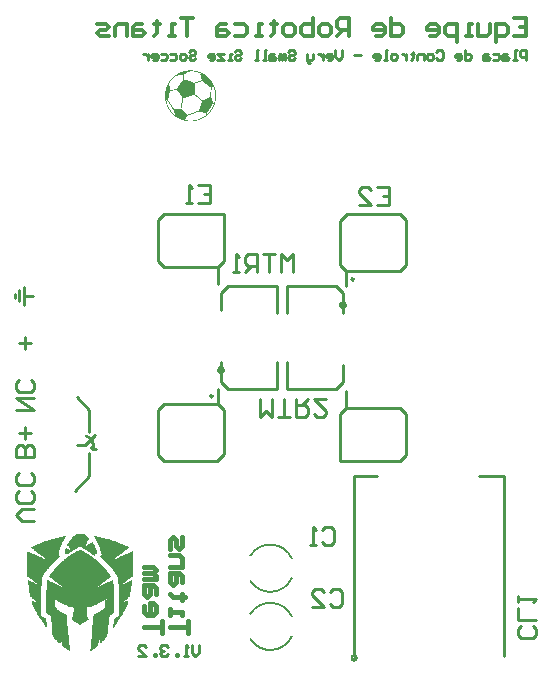
<source format=gbr>
G04*
G04 #@! TF.GenerationSoftware,Altium Limited,Altium Designer,25.0.2 (28)*
G04*
G04 Layer_Color=32896*
%FSLAX44Y44*%
%MOMM*%
G71*
G04*
G04 #@! TF.SameCoordinates,4711C13A-52D9-45D7-B3A0-D515BE669C82*
G04*
G04*
G04 #@! TF.FilePolarity,Positive*
G04*
G01*
G75*
%ADD10C,0.2540*%
%ADD12C,0.2000*%
%ADD63C,0.4000*%
%ADD64C,0.3540*%
G36*
X954140Y1339740D02*
X954860D01*
Y1339700D01*
X955340D01*
Y1339660D01*
X955700D01*
Y1339620D01*
X956020D01*
Y1339580D01*
X956340D01*
Y1339540D01*
X956580D01*
Y1339500D01*
X956820D01*
Y1339460D01*
X957060D01*
Y1339420D01*
X957260D01*
Y1339380D01*
X957500D01*
Y1339340D01*
X957660D01*
Y1339300D01*
X957860D01*
Y1339260D01*
X958060D01*
Y1339220D01*
X958220D01*
Y1339180D01*
X958380D01*
Y1339140D01*
X958540D01*
Y1339100D01*
X958700D01*
Y1339060D01*
X958860D01*
Y1339020D01*
X958980D01*
Y1338980D01*
X959140D01*
Y1338940D01*
X959260D01*
Y1338900D01*
X959420D01*
Y1338860D01*
X959540D01*
Y1338820D01*
X959660D01*
Y1338780D01*
X959820D01*
Y1338740D01*
X959900D01*
Y1338700D01*
X960020D01*
Y1338660D01*
X960140D01*
Y1338620D01*
X960260D01*
Y1338580D01*
X960380D01*
Y1338540D01*
X960500D01*
Y1338500D01*
X960620D01*
Y1338460D01*
X960740D01*
Y1338420D01*
X960820D01*
Y1338380D01*
X960940D01*
Y1338340D01*
X961020D01*
Y1338300D01*
X961140D01*
Y1338260D01*
X961260D01*
Y1338220D01*
X961340D01*
Y1338180D01*
X961460D01*
Y1338140D01*
X961540D01*
Y1338100D01*
X961620D01*
Y1338060D01*
X961740D01*
Y1338020D01*
X961820D01*
Y1337980D01*
X961900D01*
Y1337940D01*
X961980D01*
Y1337900D01*
X962100D01*
Y1337860D01*
X962180D01*
Y1337820D01*
X962260D01*
Y1337780D01*
X962340D01*
Y1337740D01*
X962420D01*
Y1337700D01*
X962540D01*
Y1337660D01*
X962620D01*
Y1337620D01*
X962700D01*
Y1337580D01*
X962780D01*
Y1337540D01*
X962860D01*
Y1337500D01*
X962940D01*
Y1337460D01*
X963020D01*
Y1337420D01*
X963100D01*
Y1337380D01*
X963180D01*
Y1337340D01*
X963260D01*
Y1337300D01*
X963300D01*
Y1337260D01*
X963380D01*
Y1337220D01*
X963460D01*
Y1337180D01*
X963540D01*
Y1337140D01*
X963620D01*
Y1337100D01*
X963700D01*
Y1337060D01*
X963740D01*
Y1337020D01*
X963820D01*
Y1336980D01*
X963900D01*
Y1336940D01*
X963980D01*
Y1336900D01*
X964020D01*
Y1336860D01*
X964100D01*
Y1336820D01*
X964180D01*
Y1336780D01*
X964260D01*
Y1336740D01*
X964300D01*
Y1336700D01*
X964380D01*
Y1336660D01*
X964460D01*
Y1336620D01*
X964500D01*
Y1336580D01*
X964580D01*
Y1336540D01*
X964620D01*
Y1336500D01*
X964700D01*
Y1336460D01*
X964780D01*
Y1336420D01*
X964820D01*
Y1336380D01*
X964900D01*
Y1336340D01*
X964940D01*
Y1336300D01*
X965020D01*
Y1336260D01*
X965060D01*
Y1336220D01*
X965140D01*
Y1336180D01*
X965180D01*
Y1336140D01*
X965260D01*
Y1336100D01*
X965300D01*
Y1336060D01*
X965380D01*
Y1336020D01*
X965420D01*
Y1335980D01*
X965500D01*
Y1335940D01*
X965540D01*
Y1335900D01*
X965620D01*
Y1335860D01*
X965660D01*
Y1335820D01*
X965700D01*
Y1335780D01*
X965780D01*
Y1335740D01*
X965820D01*
Y1335700D01*
X965900D01*
Y1335660D01*
X965940D01*
Y1335620D01*
X965980D01*
Y1335580D01*
X966060D01*
Y1335540D01*
X966100D01*
Y1335500D01*
X966140D01*
Y1335460D01*
X966220D01*
Y1335420D01*
X966260D01*
Y1335380D01*
X966300D01*
Y1335340D01*
X966380D01*
Y1335300D01*
X966420D01*
Y1335260D01*
X966460D01*
Y1335220D01*
X966500D01*
Y1335180D01*
X966580D01*
Y1335140D01*
X966620D01*
Y1335100D01*
X966660D01*
Y1335060D01*
X966740D01*
Y1335020D01*
X966780D01*
Y1334980D01*
X966820D01*
Y1334940D01*
X966860D01*
Y1334900D01*
X966940D01*
Y1334860D01*
X966980D01*
Y1334820D01*
X967020D01*
Y1334780D01*
X967060D01*
Y1334740D01*
X967100D01*
Y1334700D01*
X967180D01*
Y1334660D01*
X967220D01*
Y1334620D01*
X967260D01*
Y1334580D01*
X967300D01*
Y1334540D01*
X967340D01*
Y1334500D01*
X967380D01*
Y1334460D01*
X967460D01*
Y1334420D01*
X967500D01*
Y1334380D01*
X967540D01*
Y1334340D01*
X967580D01*
Y1334300D01*
X967620D01*
Y1334260D01*
X967660D01*
Y1334220D01*
X967700D01*
Y1334180D01*
X967740D01*
Y1334140D01*
X967780D01*
Y1334100D01*
X967860D01*
Y1334060D01*
X967900D01*
Y1334020D01*
X967940D01*
Y1333980D01*
X967980D01*
Y1333940D01*
X968020D01*
Y1333900D01*
X968060D01*
Y1333860D01*
X968100D01*
Y1333820D01*
X968140D01*
Y1333780D01*
X968180D01*
Y1333740D01*
X968220D01*
Y1333700D01*
X968260D01*
Y1333660D01*
X968300D01*
Y1333620D01*
X968340D01*
Y1333580D01*
X968380D01*
Y1333540D01*
X968420D01*
Y1333500D01*
X968460D01*
Y1333460D01*
X968500D01*
Y1333420D01*
X968540D01*
Y1333380D01*
X968580D01*
Y1333340D01*
X968620D01*
Y1333300D01*
X968660D01*
Y1333260D01*
X968700D01*
Y1333220D01*
X968740D01*
Y1333180D01*
X968780D01*
Y1333140D01*
X968820D01*
Y1333100D01*
X968860D01*
Y1333060D01*
X968900D01*
Y1333020D01*
X968940D01*
Y1332980D01*
X968980D01*
Y1332940D01*
X969020D01*
Y1332900D01*
X969060D01*
Y1332860D01*
X969100D01*
Y1332820D01*
X969140D01*
Y1332740D01*
X969180D01*
Y1332700D01*
X969220D01*
Y1332660D01*
X969260D01*
Y1332620D01*
X969300D01*
Y1332580D01*
X969340D01*
Y1332540D01*
X969380D01*
Y1332500D01*
X969420D01*
Y1332460D01*
X969460D01*
Y1332380D01*
X969500D01*
Y1332340D01*
X969540D01*
Y1332300D01*
X969580D01*
Y1332260D01*
X969620D01*
Y1332220D01*
X969660D01*
Y1332180D01*
X969700D01*
Y1332140D01*
X969740D01*
Y1332060D01*
X969780D01*
Y1332020D01*
X969820D01*
Y1331980D01*
X969860D01*
Y1331940D01*
X969900D01*
Y1331900D01*
X969940D01*
Y1331820D01*
X969980D01*
Y1331780D01*
X970020D01*
Y1331740D01*
X970060D01*
Y1331700D01*
X970100D01*
Y1331620D01*
X970140D01*
Y1331580D01*
X970180D01*
Y1331540D01*
X970220D01*
Y1331460D01*
X970260D01*
Y1331420D01*
X970300D01*
Y1331380D01*
X970340D01*
Y1331340D01*
X970380D01*
Y1331260D01*
X970420D01*
Y1331220D01*
X970460D01*
Y1331180D01*
X970500D01*
Y1331100D01*
X970540D01*
Y1331060D01*
X970580D01*
Y1331020D01*
X970620D01*
Y1330940D01*
X970660D01*
Y1330900D01*
X970700D01*
Y1330860D01*
X970740D01*
Y1330780D01*
X970780D01*
Y1330740D01*
X970820D01*
Y1330660D01*
X970860D01*
Y1330620D01*
X970900D01*
Y1330540D01*
X970940D01*
Y1330500D01*
X970980D01*
Y1330460D01*
X971020D01*
Y1330380D01*
X971060D01*
Y1330340D01*
X971100D01*
Y1330260D01*
X971140D01*
Y1330220D01*
X971180D01*
Y1330140D01*
X971220D01*
Y1330100D01*
X971260D01*
Y1330020D01*
X971300D01*
Y1329980D01*
X971340D01*
Y1329900D01*
X971380D01*
Y1329860D01*
X971420D01*
Y1329780D01*
X971460D01*
Y1329700D01*
X971500D01*
Y1329660D01*
X971540D01*
Y1329580D01*
X971580D01*
Y1329540D01*
X971620D01*
Y1329460D01*
X971660D01*
Y1329380D01*
X971700D01*
Y1329340D01*
X971740D01*
Y1329260D01*
X971780D01*
Y1329180D01*
X971820D01*
Y1329140D01*
X971860D01*
Y1329060D01*
X971900D01*
Y1328980D01*
X971940D01*
Y1328940D01*
X971980D01*
Y1328860D01*
X972020D01*
Y1328780D01*
X972060D01*
Y1328700D01*
X972100D01*
Y1328620D01*
X972140D01*
Y1328580D01*
X972180D01*
Y1328500D01*
X972220D01*
Y1328420D01*
X972260D01*
Y1328340D01*
X972300D01*
Y1328260D01*
X972340D01*
Y1328220D01*
X972380D01*
Y1328100D01*
X972420D01*
Y1328020D01*
X972460D01*
Y1327980D01*
X972500D01*
Y1327900D01*
X972540D01*
Y1327820D01*
X972580D01*
Y1327740D01*
X972620D01*
Y1327660D01*
X972660D01*
Y1327540D01*
X972700D01*
Y1327500D01*
X972740D01*
Y1327380D01*
X972780D01*
Y1327300D01*
X972820D01*
Y1327220D01*
X972860D01*
Y1327140D01*
X972900D01*
Y1327060D01*
X972940D01*
Y1326980D01*
X972980D01*
Y1326860D01*
X973020D01*
Y1326780D01*
X973060D01*
Y1326700D01*
X973100D01*
Y1326580D01*
X973140D01*
Y1326500D01*
X973180D01*
Y1326380D01*
X973220D01*
Y1326300D01*
X973260D01*
Y1326220D01*
X973300D01*
Y1326100D01*
X973340D01*
Y1325980D01*
X973380D01*
Y1325900D01*
X973420D01*
Y1325780D01*
X973460D01*
Y1325700D01*
X973500D01*
Y1325580D01*
X973540D01*
Y1325460D01*
X973580D01*
Y1325340D01*
X973620D01*
Y1325220D01*
X973660D01*
Y1325140D01*
X973700D01*
Y1324980D01*
X973740D01*
Y1324900D01*
X973780D01*
Y1324740D01*
X973820D01*
Y1324620D01*
X973860D01*
Y1324500D01*
X973900D01*
Y1324380D01*
X973940D01*
Y1324220D01*
X973980D01*
Y1324100D01*
X974020D01*
Y1323940D01*
X974060D01*
Y1323820D01*
X974100D01*
Y1323660D01*
X974140D01*
Y1323500D01*
X974180D01*
Y1323340D01*
X974220D01*
Y1323180D01*
X974260D01*
Y1322980D01*
X974300D01*
Y1322820D01*
X974340D01*
Y1322660D01*
X974380D01*
Y1322460D01*
X974420D01*
Y1322220D01*
X974460D01*
Y1322020D01*
X974500D01*
Y1321780D01*
X974540D01*
Y1321540D01*
X974580D01*
Y1321300D01*
X974620D01*
Y1320980D01*
X974660D01*
Y1320660D01*
X974700D01*
Y1320300D01*
X974740D01*
Y1319820D01*
X974780D01*
Y1319140D01*
X974820D01*
Y1317220D01*
X974780D01*
Y1316500D01*
X974740D01*
Y1316020D01*
X974700D01*
Y1315620D01*
X974660D01*
Y1315340D01*
X974620D01*
Y1315060D01*
X974580D01*
Y1314780D01*
X974540D01*
Y1314540D01*
X974500D01*
Y1314300D01*
X974460D01*
Y1314060D01*
X974420D01*
Y1313860D01*
X974380D01*
Y1313660D01*
X974340D01*
Y1313500D01*
X974300D01*
Y1313300D01*
X974260D01*
Y1313140D01*
X974220D01*
Y1312980D01*
X974180D01*
Y1312820D01*
X974140D01*
Y1312660D01*
X974100D01*
Y1312500D01*
X974060D01*
Y1312380D01*
X974020D01*
Y1312220D01*
X973980D01*
Y1312100D01*
X973940D01*
Y1311940D01*
X973900D01*
Y1311820D01*
X973860D01*
Y1311700D01*
X973820D01*
Y1311540D01*
X973780D01*
Y1311460D01*
X973740D01*
Y1311300D01*
X973700D01*
Y1311180D01*
X973660D01*
Y1311060D01*
X973620D01*
Y1310940D01*
X973580D01*
Y1310860D01*
X973540D01*
Y1310740D01*
X973500D01*
Y1310620D01*
X973460D01*
Y1310500D01*
X973420D01*
Y1310420D01*
X973380D01*
Y1310300D01*
X973340D01*
Y1310220D01*
X973300D01*
Y1310100D01*
X973260D01*
Y1310020D01*
X973220D01*
Y1309900D01*
X973180D01*
Y1309820D01*
X973140D01*
Y1309740D01*
X973100D01*
Y1309620D01*
X973060D01*
Y1309540D01*
X973020D01*
Y1309460D01*
X972980D01*
Y1309340D01*
X972940D01*
Y1309260D01*
X972900D01*
Y1309180D01*
X972860D01*
Y1309100D01*
X972820D01*
Y1308980D01*
X972780D01*
Y1308900D01*
X972740D01*
Y1308820D01*
X972700D01*
Y1308740D01*
X972660D01*
Y1308660D01*
X972620D01*
Y1308580D01*
X972580D01*
Y1308500D01*
X972540D01*
Y1308420D01*
X972500D01*
Y1308340D01*
X972460D01*
Y1308260D01*
X972420D01*
Y1308180D01*
X972380D01*
Y1308100D01*
X972340D01*
Y1308060D01*
X972300D01*
Y1307980D01*
X972260D01*
Y1307900D01*
X972220D01*
Y1307820D01*
X972180D01*
Y1307740D01*
X972140D01*
Y1307660D01*
X972100D01*
Y1307580D01*
X972060D01*
Y1307540D01*
X972020D01*
Y1307460D01*
X971980D01*
Y1307380D01*
X971940D01*
Y1307300D01*
X971900D01*
Y1307260D01*
X971860D01*
Y1307180D01*
X971820D01*
Y1307100D01*
X971780D01*
Y1307060D01*
X971740D01*
Y1306980D01*
X971700D01*
Y1306900D01*
X971660D01*
Y1306860D01*
X971620D01*
Y1306780D01*
X971580D01*
Y1306700D01*
X971540D01*
Y1306660D01*
X971500D01*
Y1306580D01*
X971460D01*
Y1306540D01*
X971420D01*
Y1306460D01*
X971380D01*
Y1306420D01*
X971340D01*
Y1306340D01*
X971300D01*
Y1306300D01*
X971260D01*
Y1306220D01*
X971220D01*
Y1306180D01*
X971180D01*
Y1306100D01*
X971140D01*
Y1306020D01*
X971100D01*
Y1305980D01*
X971060D01*
Y1305940D01*
X971020D01*
Y1305860D01*
X970980D01*
Y1305820D01*
X970940D01*
Y1305740D01*
X970900D01*
Y1305700D01*
X970860D01*
Y1305660D01*
X970820D01*
Y1305580D01*
X970780D01*
Y1305540D01*
X970740D01*
Y1305460D01*
X970700D01*
Y1305420D01*
X970660D01*
Y1305380D01*
X970620D01*
Y1305300D01*
X970580D01*
Y1305260D01*
X970540D01*
Y1305180D01*
X970500D01*
Y1305140D01*
X970460D01*
Y1305100D01*
X970420D01*
Y1305020D01*
X970380D01*
Y1304980D01*
X970340D01*
Y1304940D01*
X970300D01*
Y1304900D01*
X970260D01*
Y1304820D01*
X970220D01*
Y1304780D01*
X970180D01*
Y1304740D01*
X970140D01*
Y1304700D01*
X970100D01*
Y1304620D01*
X970060D01*
Y1304580D01*
X970020D01*
Y1304540D01*
X969980D01*
Y1304500D01*
X969940D01*
Y1304420D01*
X969900D01*
Y1304380D01*
X969860D01*
Y1304340D01*
X969820D01*
Y1304300D01*
X969780D01*
Y1304260D01*
X969740D01*
Y1304180D01*
X969700D01*
Y1304140D01*
X969660D01*
Y1304100D01*
X969620D01*
Y1304060D01*
X969580D01*
Y1304020D01*
X969540D01*
Y1303940D01*
X969500D01*
Y1303900D01*
X969460D01*
Y1303860D01*
X969420D01*
Y1303820D01*
X969380D01*
Y1303780D01*
X969340D01*
Y1303740D01*
X969300D01*
Y1303700D01*
X969260D01*
Y1303660D01*
X969220D01*
Y1303580D01*
X969180D01*
Y1303540D01*
X969140D01*
Y1303500D01*
X969100D01*
Y1303460D01*
X969060D01*
Y1303420D01*
X969020D01*
Y1303380D01*
X968980D01*
Y1303340D01*
X968940D01*
Y1303300D01*
X968900D01*
Y1303260D01*
X968860D01*
Y1303220D01*
X968820D01*
Y1303180D01*
X968780D01*
Y1303140D01*
X968740D01*
Y1303100D01*
X968700D01*
Y1303060D01*
X968660D01*
Y1303020D01*
X968620D01*
Y1302980D01*
X968580D01*
Y1302940D01*
X968540D01*
Y1302900D01*
X968500D01*
Y1302860D01*
X968460D01*
Y1302820D01*
X968420D01*
Y1302780D01*
X968380D01*
Y1302740D01*
X968340D01*
Y1302700D01*
X968300D01*
Y1302660D01*
X968260D01*
Y1302620D01*
X968220D01*
Y1302580D01*
X968180D01*
Y1302540D01*
X968140D01*
Y1302500D01*
X968100D01*
Y1302460D01*
X968060D01*
Y1302420D01*
X968020D01*
Y1302380D01*
X967980D01*
Y1302340D01*
X967940D01*
Y1302300D01*
X967900D01*
Y1302260D01*
X967860D01*
Y1302220D01*
X967820D01*
Y1302180D01*
X967780D01*
Y1302140D01*
X967700D01*
Y1302100D01*
X967660D01*
Y1302060D01*
X967620D01*
Y1302020D01*
X967580D01*
Y1301980D01*
X967540D01*
Y1301940D01*
X967500D01*
Y1301900D01*
X967460D01*
Y1301860D01*
X967420D01*
Y1301820D01*
X967340D01*
Y1301780D01*
X967300D01*
Y1301740D01*
X967260D01*
Y1301700D01*
X967220D01*
Y1301660D01*
X967180D01*
Y1301620D01*
X967140D01*
Y1301580D01*
X967060D01*
Y1301540D01*
X967020D01*
Y1301500D01*
X966980D01*
Y1301460D01*
X966940D01*
Y1301420D01*
X966860D01*
Y1301380D01*
X966820D01*
Y1301340D01*
X966780D01*
Y1301300D01*
X966740D01*
Y1301260D01*
X966660D01*
Y1301220D01*
X966620D01*
Y1301180D01*
X966580D01*
Y1301140D01*
X966540D01*
Y1301100D01*
X966460D01*
Y1301060D01*
X966420D01*
Y1301020D01*
X966380D01*
Y1300980D01*
X966340D01*
Y1300940D01*
X966260D01*
Y1300900D01*
X966220D01*
Y1300860D01*
X966180D01*
Y1300820D01*
X966100D01*
Y1300780D01*
X966060D01*
Y1300740D01*
X965980D01*
Y1300700D01*
X965940D01*
Y1300660D01*
X965900D01*
Y1300620D01*
X965820D01*
Y1300580D01*
X965780D01*
Y1300540D01*
X965740D01*
Y1300500D01*
X965660D01*
Y1300460D01*
X965620D01*
Y1300420D01*
X965540D01*
Y1300380D01*
X965500D01*
Y1300340D01*
X965420D01*
Y1300300D01*
X965380D01*
Y1300260D01*
X965340D01*
Y1300220D01*
X965260D01*
Y1300180D01*
X965220D01*
Y1300140D01*
X965140D01*
Y1300100D01*
X965100D01*
Y1300060D01*
X965020D01*
Y1300020D01*
X964980D01*
Y1299980D01*
X964900D01*
Y1299940D01*
X964820D01*
Y1299900D01*
X964780D01*
Y1299860D01*
X964700D01*
Y1299820D01*
X964620D01*
Y1299780D01*
X964580D01*
Y1299740D01*
X964500D01*
Y1299700D01*
X964460D01*
Y1299660D01*
X964380D01*
Y1299620D01*
X964300D01*
Y1299580D01*
X964260D01*
Y1299540D01*
X964180D01*
Y1299500D01*
X964100D01*
Y1299460D01*
X964060D01*
Y1299420D01*
X963980D01*
Y1299380D01*
X963900D01*
Y1299340D01*
X963820D01*
Y1299300D01*
X963780D01*
Y1299260D01*
X963700D01*
Y1299220D01*
X963620D01*
Y1299180D01*
X963540D01*
Y1299140D01*
X963460D01*
Y1299100D01*
X963420D01*
Y1299060D01*
X963340D01*
Y1299020D01*
X963260D01*
Y1298980D01*
X963180D01*
Y1298940D01*
X963100D01*
Y1298900D01*
X963020D01*
Y1298860D01*
X962940D01*
Y1298820D01*
X962860D01*
Y1298780D01*
X962780D01*
Y1298740D01*
X962700D01*
Y1298700D01*
X962620D01*
Y1298660D01*
X962540D01*
Y1298620D01*
X962420D01*
Y1298580D01*
X962340D01*
Y1298540D01*
X962260D01*
Y1298500D01*
X962180D01*
Y1298460D01*
X962100D01*
Y1298420D01*
X962020D01*
Y1298380D01*
X961900D01*
Y1298340D01*
X961820D01*
Y1298300D01*
X961740D01*
Y1298260D01*
X961620D01*
Y1298220D01*
X961540D01*
Y1298180D01*
X961460D01*
Y1298140D01*
X961340D01*
Y1298100D01*
X961260D01*
Y1298060D01*
X961140D01*
Y1298020D01*
X961060D01*
Y1297980D01*
X960940D01*
Y1297940D01*
X960860D01*
Y1297900D01*
X960740D01*
Y1297860D01*
X960620D01*
Y1297820D01*
X960500D01*
Y1297780D01*
X960420D01*
Y1297740D01*
X960300D01*
Y1297700D01*
X960180D01*
Y1297660D01*
X960060D01*
Y1297620D01*
X959900D01*
Y1297580D01*
X959820D01*
Y1297540D01*
X959660D01*
Y1297500D01*
X959540D01*
Y1297460D01*
X959420D01*
Y1297420D01*
X959260D01*
Y1297380D01*
X959140D01*
Y1297340D01*
X958980D01*
Y1297300D01*
X958860D01*
Y1297260D01*
X958700D01*
Y1297220D01*
X958540D01*
Y1297180D01*
X958380D01*
Y1297140D01*
X958220D01*
Y1297100D01*
X958060D01*
Y1297060D01*
X957860D01*
Y1297020D01*
X957700D01*
Y1296980D01*
X957500D01*
Y1296940D01*
X957300D01*
Y1296900D01*
X957060D01*
Y1296860D01*
X956860D01*
Y1296820D01*
X956580D01*
Y1296780D01*
X956300D01*
Y1296740D01*
X956060D01*
Y1296700D01*
X955700D01*
Y1296660D01*
X955340D01*
Y1296620D01*
X954860D01*
Y1296580D01*
X954140D01*
Y1296540D01*
X952220D01*
Y1296580D01*
X951500D01*
Y1296620D01*
X951060D01*
Y1296660D01*
X950700D01*
Y1296700D01*
X950380D01*
Y1296740D01*
X950060D01*
Y1296780D01*
X949820D01*
Y1296820D01*
X949580D01*
Y1296860D01*
X949340D01*
Y1296900D01*
X949140D01*
Y1296940D01*
X948900D01*
Y1296980D01*
X948700D01*
Y1297020D01*
X948540D01*
Y1297060D01*
X948380D01*
Y1297100D01*
X948180D01*
Y1297140D01*
X948020D01*
Y1297180D01*
X947860D01*
Y1297220D01*
X947700D01*
Y1297260D01*
X947540D01*
Y1297300D01*
X947420D01*
Y1297340D01*
X947260D01*
Y1297380D01*
X947140D01*
Y1297420D01*
X946980D01*
Y1297460D01*
X946860D01*
Y1297500D01*
X946740D01*
Y1297540D01*
X946620D01*
Y1297580D01*
X946460D01*
Y1297620D01*
X946380D01*
Y1297660D01*
X946220D01*
Y1297700D01*
X946140D01*
Y1297740D01*
X946020D01*
Y1297780D01*
X945900D01*
Y1297820D01*
X945780D01*
Y1297860D01*
X945660D01*
Y1297900D01*
X945580D01*
Y1297940D01*
X945460D01*
Y1297980D01*
X945380D01*
Y1298020D01*
X945260D01*
Y1298060D01*
X945180D01*
Y1298100D01*
X945060D01*
Y1298140D01*
X944980D01*
Y1298180D01*
X944860D01*
Y1298220D01*
X944780D01*
Y1298260D01*
X944660D01*
Y1298300D01*
X944580D01*
Y1298340D01*
X944500D01*
Y1298380D01*
X944380D01*
Y1298420D01*
X944300D01*
Y1298460D01*
X944220D01*
Y1298500D01*
X944140D01*
Y1298540D01*
X944060D01*
Y1298580D01*
X943980D01*
Y1298620D01*
X943860D01*
Y1298660D01*
X943820D01*
Y1298700D01*
X943700D01*
Y1298740D01*
X943620D01*
Y1298780D01*
X943540D01*
Y1298820D01*
X943460D01*
Y1298860D01*
X943420D01*
Y1298900D01*
X943340D01*
Y1298940D01*
X943220D01*
Y1298980D01*
X943140D01*
Y1299020D01*
X943100D01*
Y1299060D01*
X943020D01*
Y1299100D01*
X942940D01*
Y1299140D01*
X942860D01*
Y1299180D01*
X942780D01*
Y1299220D01*
X942700D01*
Y1299260D01*
X942620D01*
Y1299300D01*
X942580D01*
Y1299340D01*
X942500D01*
Y1299380D01*
X942420D01*
Y1299420D01*
X942380D01*
Y1299460D01*
X942300D01*
Y1299500D01*
X942220D01*
Y1299540D01*
X942180D01*
Y1299580D01*
X942100D01*
Y1299620D01*
X942020D01*
Y1299660D01*
X941980D01*
Y1299700D01*
X941900D01*
Y1299740D01*
X941820D01*
Y1299780D01*
X941780D01*
Y1299820D01*
X941700D01*
Y1299860D01*
X941660D01*
Y1299900D01*
X941580D01*
Y1299940D01*
X941500D01*
Y1299980D01*
X941460D01*
Y1300020D01*
X941380D01*
Y1300060D01*
X941340D01*
Y1300100D01*
X941260D01*
Y1300140D01*
X941220D01*
Y1300180D01*
X941140D01*
Y1300220D01*
X941100D01*
Y1300260D01*
X941020D01*
Y1300300D01*
X940980D01*
Y1300340D01*
X940900D01*
Y1300380D01*
X940860D01*
Y1300420D01*
X940780D01*
Y1300460D01*
X940740D01*
Y1300500D01*
X940700D01*
Y1300540D01*
X940620D01*
Y1300580D01*
X940580D01*
Y1300620D01*
X940500D01*
Y1300660D01*
X940460D01*
Y1300700D01*
X940420D01*
Y1300740D01*
X940340D01*
Y1300780D01*
X940300D01*
Y1300820D01*
X940260D01*
Y1300860D01*
X940180D01*
Y1300900D01*
X940140D01*
Y1300940D01*
X940100D01*
Y1300980D01*
X940020D01*
Y1301020D01*
X939980D01*
Y1301060D01*
X939940D01*
Y1301100D01*
X939860D01*
Y1301140D01*
X939820D01*
Y1301180D01*
X939780D01*
Y1301220D01*
X939740D01*
Y1301260D01*
X939660D01*
Y1301300D01*
X939620D01*
Y1301340D01*
X939580D01*
Y1301380D01*
X939540D01*
Y1301420D01*
X939500D01*
Y1301460D01*
X939420D01*
Y1301500D01*
X939380D01*
Y1301540D01*
X939340D01*
Y1301580D01*
X939300D01*
Y1301620D01*
X939220D01*
Y1301660D01*
X939180D01*
Y1301700D01*
X939140D01*
Y1301740D01*
X939100D01*
Y1301780D01*
X939060D01*
Y1301820D01*
X939020D01*
Y1301860D01*
X938980D01*
Y1301900D01*
X938900D01*
Y1301940D01*
X938860D01*
Y1301980D01*
X938820D01*
Y1302020D01*
X938780D01*
Y1302060D01*
X938740D01*
Y1302100D01*
X938700D01*
Y1302140D01*
X938660D01*
Y1302180D01*
X938620D01*
Y1302220D01*
X938540D01*
Y1302260D01*
X938500D01*
Y1302300D01*
X938460D01*
Y1302340D01*
X938420D01*
Y1302380D01*
X938380D01*
Y1302420D01*
X938340D01*
Y1302460D01*
X938300D01*
Y1302500D01*
X938260D01*
Y1302540D01*
X938220D01*
Y1302580D01*
X938180D01*
Y1302620D01*
X938140D01*
Y1302660D01*
X938100D01*
Y1302700D01*
X938060D01*
Y1302740D01*
X938020D01*
Y1302780D01*
X937980D01*
Y1302820D01*
X937940D01*
Y1302860D01*
X937900D01*
Y1302900D01*
X937860D01*
Y1302940D01*
X937820D01*
Y1302980D01*
X937780D01*
Y1303020D01*
X937740D01*
Y1303060D01*
X937700D01*
Y1303100D01*
X937660D01*
Y1303140D01*
X937620D01*
Y1303180D01*
X937580D01*
Y1303220D01*
X937540D01*
Y1303260D01*
X937500D01*
Y1303300D01*
X937460D01*
Y1303340D01*
X937420D01*
Y1303380D01*
X937380D01*
Y1303420D01*
X937340D01*
Y1303460D01*
X937300D01*
Y1303500D01*
X937260D01*
Y1303580D01*
X937220D01*
Y1303620D01*
X937180D01*
Y1303660D01*
X937140D01*
Y1303700D01*
X937100D01*
Y1303740D01*
X937060D01*
Y1303780D01*
X937020D01*
Y1303820D01*
X936980D01*
Y1303860D01*
X936940D01*
Y1303940D01*
X936900D01*
Y1303980D01*
X936860D01*
Y1304020D01*
X936820D01*
Y1304060D01*
X936780D01*
Y1304100D01*
X936740D01*
Y1304140D01*
X936700D01*
Y1304180D01*
X936660D01*
Y1304260D01*
X936620D01*
Y1304300D01*
X936580D01*
Y1304340D01*
X936540D01*
Y1304380D01*
X936500D01*
Y1304420D01*
X936460D01*
Y1304500D01*
X936420D01*
Y1304540D01*
X936380D01*
Y1304580D01*
X936340D01*
Y1304620D01*
X936300D01*
Y1304700D01*
X936260D01*
Y1304740D01*
X936220D01*
Y1304780D01*
X936180D01*
Y1304860D01*
X936140D01*
Y1304900D01*
X936100D01*
Y1304940D01*
X936060D01*
Y1304980D01*
X936020D01*
Y1305060D01*
X935980D01*
Y1305100D01*
X935940D01*
Y1305140D01*
X935900D01*
Y1305220D01*
X935860D01*
Y1305260D01*
X935820D01*
Y1305300D01*
X935780D01*
Y1305380D01*
X935740D01*
Y1305420D01*
X935700D01*
Y1305460D01*
X935660D01*
Y1305540D01*
X935620D01*
Y1305580D01*
X935580D01*
Y1305660D01*
X935540D01*
Y1305700D01*
X935500D01*
Y1305740D01*
X935460D01*
Y1305820D01*
X935420D01*
Y1305860D01*
X935380D01*
Y1305940D01*
X935340D01*
Y1305980D01*
X935300D01*
Y1306060D01*
X935260D01*
Y1306100D01*
X935220D01*
Y1306180D01*
X935180D01*
Y1306220D01*
X935140D01*
Y1306300D01*
X935100D01*
Y1306340D01*
X935060D01*
Y1306420D01*
X935020D01*
Y1306460D01*
X934980D01*
Y1306540D01*
X934940D01*
Y1306580D01*
X934900D01*
Y1306660D01*
X934860D01*
Y1306740D01*
X934820D01*
Y1306780D01*
X934780D01*
Y1306860D01*
X934740D01*
Y1306900D01*
X934700D01*
Y1306980D01*
X934660D01*
Y1307060D01*
X934620D01*
Y1307140D01*
X934580D01*
Y1307180D01*
X934540D01*
Y1307260D01*
X934500D01*
Y1307340D01*
X934460D01*
Y1307380D01*
X934420D01*
Y1307460D01*
X934380D01*
Y1307540D01*
X934340D01*
Y1307620D01*
X934300D01*
Y1307660D01*
X934260D01*
Y1307740D01*
X934220D01*
Y1307820D01*
X934180D01*
Y1307900D01*
X934140D01*
Y1307980D01*
X934100D01*
Y1308060D01*
X934060D01*
Y1308100D01*
X934020D01*
Y1308180D01*
X933980D01*
Y1308260D01*
X933940D01*
Y1308340D01*
X933900D01*
Y1308420D01*
X933860D01*
Y1308500D01*
X933820D01*
Y1308580D01*
X933780D01*
Y1308660D01*
X933740D01*
Y1308740D01*
X933700D01*
Y1308820D01*
X933660D01*
Y1308940D01*
X933620D01*
Y1309020D01*
X933580D01*
Y1309100D01*
X933540D01*
Y1309180D01*
X933500D01*
Y1309260D01*
X933460D01*
Y1309340D01*
X933420D01*
Y1309460D01*
X933380D01*
Y1309540D01*
X933340D01*
Y1309620D01*
X933300D01*
Y1309740D01*
X933260D01*
Y1309820D01*
X933220D01*
Y1309900D01*
X933180D01*
Y1310020D01*
X933140D01*
Y1310140D01*
X933100D01*
Y1310220D01*
X933060D01*
Y1310340D01*
X933020D01*
Y1310420D01*
X932980D01*
Y1310540D01*
X932940D01*
Y1310620D01*
X932900D01*
Y1310740D01*
X932860D01*
Y1310860D01*
X932820D01*
Y1310980D01*
X932780D01*
Y1311100D01*
X932740D01*
Y1311220D01*
X932700D01*
Y1311340D01*
X932660D01*
Y1311460D01*
X932620D01*
Y1311540D01*
X932580D01*
Y1311700D01*
X932540D01*
Y1311820D01*
X932500D01*
Y1311940D01*
X932460D01*
Y1312100D01*
X932420D01*
Y1312220D01*
X932380D01*
Y1312380D01*
X932340D01*
Y1312500D01*
X932300D01*
Y1312660D01*
X932260D01*
Y1312820D01*
X932220D01*
Y1312980D01*
X932180D01*
Y1313140D01*
X932140D01*
Y1313300D01*
X932100D01*
Y1313500D01*
X932060D01*
Y1313700D01*
X932020D01*
Y1313860D01*
X931980D01*
Y1314100D01*
X931940D01*
Y1314300D01*
X931900D01*
Y1314540D01*
X931860D01*
Y1314780D01*
X931820D01*
Y1315020D01*
X931780D01*
Y1315340D01*
X931740D01*
Y1315660D01*
X931700D01*
Y1316020D01*
X931660D01*
Y1316460D01*
X931620D01*
Y1317180D01*
X931580D01*
Y1319140D01*
X931620D01*
Y1319820D01*
X931660D01*
Y1320300D01*
X931700D01*
Y1320660D01*
X931740D01*
Y1320980D01*
X931780D01*
Y1321260D01*
X931820D01*
Y1321540D01*
X931860D01*
Y1321780D01*
X931900D01*
Y1322020D01*
X931940D01*
Y1322260D01*
X931980D01*
Y1322460D01*
X932020D01*
Y1322620D01*
X932060D01*
Y1322820D01*
X932100D01*
Y1323020D01*
X932140D01*
Y1323180D01*
X932180D01*
Y1323340D01*
X932220D01*
Y1323500D01*
X932260D01*
Y1323660D01*
X932300D01*
Y1323820D01*
X932340D01*
Y1323940D01*
X932380D01*
Y1324100D01*
X932420D01*
Y1324220D01*
X932460D01*
Y1324340D01*
X932500D01*
Y1324500D01*
X932540D01*
Y1324620D01*
X932580D01*
Y1324740D01*
X932620D01*
Y1324860D01*
X932660D01*
Y1324980D01*
X932700D01*
Y1325100D01*
X932740D01*
Y1325220D01*
X932780D01*
Y1325340D01*
X932820D01*
Y1325460D01*
X932860D01*
Y1325580D01*
X932900D01*
Y1325660D01*
X932940D01*
Y1325780D01*
X932980D01*
Y1325900D01*
X933020D01*
Y1325980D01*
X933060D01*
Y1326100D01*
X933100D01*
Y1326180D01*
X933140D01*
Y1326300D01*
X933180D01*
Y1326380D01*
X933220D01*
Y1326500D01*
X933260D01*
Y1326580D01*
X933300D01*
Y1326660D01*
X933340D01*
Y1326780D01*
X933380D01*
Y1326860D01*
X933420D01*
Y1326940D01*
X933460D01*
Y1327020D01*
X933500D01*
Y1327140D01*
X933540D01*
Y1327220D01*
X933580D01*
Y1327300D01*
X933620D01*
Y1327380D01*
X933660D01*
Y1327460D01*
X933700D01*
Y1327540D01*
X933740D01*
Y1327660D01*
X933780D01*
Y1327740D01*
X933820D01*
Y1327780D01*
X933860D01*
Y1327900D01*
X933900D01*
Y1327980D01*
X933940D01*
Y1328060D01*
X933980D01*
Y1328100D01*
X934020D01*
Y1328180D01*
X934060D01*
Y1328260D01*
X934100D01*
Y1328340D01*
X934140D01*
Y1328420D01*
X934180D01*
Y1328500D01*
X934220D01*
Y1328540D01*
X934260D01*
Y1328620D01*
X934300D01*
Y1328700D01*
X934340D01*
Y1328780D01*
X934380D01*
Y1328860D01*
X934420D01*
Y1328900D01*
X934460D01*
Y1328980D01*
X934500D01*
Y1329060D01*
X934540D01*
Y1329140D01*
X934580D01*
Y1329180D01*
X934620D01*
Y1329260D01*
X934660D01*
Y1329340D01*
X934700D01*
Y1329380D01*
X934740D01*
Y1329460D01*
X934780D01*
Y1329540D01*
X934820D01*
Y1329580D01*
X934860D01*
Y1329660D01*
X934900D01*
Y1329700D01*
X934940D01*
Y1329780D01*
X934980D01*
Y1329820D01*
X935020D01*
Y1329900D01*
X935060D01*
Y1329980D01*
X935100D01*
Y1330020D01*
X935140D01*
Y1330060D01*
X935180D01*
Y1330140D01*
X935220D01*
Y1330220D01*
X935260D01*
Y1330260D01*
X935300D01*
Y1330340D01*
X935340D01*
Y1330380D01*
X935380D01*
Y1330460D01*
X935420D01*
Y1330500D01*
X935460D01*
Y1330540D01*
X935500D01*
Y1330620D01*
X935540D01*
Y1330660D01*
X935580D01*
Y1330740D01*
X935620D01*
Y1330780D01*
X935660D01*
Y1330820D01*
X935700D01*
Y1330900D01*
X935740D01*
Y1330940D01*
X935780D01*
Y1330980D01*
X935820D01*
Y1331060D01*
X935860D01*
Y1331100D01*
X935900D01*
Y1331180D01*
X935940D01*
Y1331220D01*
X935980D01*
Y1331260D01*
X936020D01*
Y1331300D01*
X936060D01*
Y1331380D01*
X936100D01*
Y1331420D01*
X936140D01*
Y1331460D01*
X936180D01*
Y1331540D01*
X936220D01*
Y1331580D01*
X936260D01*
Y1331620D01*
X936300D01*
Y1331660D01*
X936340D01*
Y1331740D01*
X936380D01*
Y1331780D01*
X936420D01*
Y1331820D01*
X936460D01*
Y1331860D01*
X936500D01*
Y1331940D01*
X936540D01*
Y1331980D01*
X936580D01*
Y1332020D01*
X936620D01*
Y1332060D01*
X936660D01*
Y1332100D01*
X936700D01*
Y1332180D01*
X936740D01*
Y1332220D01*
X936780D01*
Y1332260D01*
X936820D01*
Y1332300D01*
X936860D01*
Y1332340D01*
X936900D01*
Y1332380D01*
X936940D01*
Y1332420D01*
X936980D01*
Y1332500D01*
X937020D01*
Y1332540D01*
X937060D01*
Y1332580D01*
X937100D01*
Y1332620D01*
X937140D01*
Y1332660D01*
X937180D01*
Y1332700D01*
X937220D01*
Y1332740D01*
X937260D01*
Y1332780D01*
X937300D01*
Y1332820D01*
X937340D01*
Y1332900D01*
X937420D01*
Y1332940D01*
X937460D01*
Y1333020D01*
X937500D01*
Y1333060D01*
X937540D01*
Y1333100D01*
X937580D01*
Y1333140D01*
X937620D01*
Y1333180D01*
X937660D01*
Y1333220D01*
X937700D01*
Y1333260D01*
X937740D01*
Y1333300D01*
X937780D01*
Y1333340D01*
X937820D01*
Y1333380D01*
X937860D01*
Y1333420D01*
X937900D01*
Y1333460D01*
X937940D01*
Y1333500D01*
X937980D01*
Y1333540D01*
X938020D01*
Y1333580D01*
X938060D01*
Y1333620D01*
X938100D01*
Y1333660D01*
X938140D01*
Y1333700D01*
X938180D01*
Y1333740D01*
X938220D01*
Y1333780D01*
X938260D01*
Y1333820D01*
X938300D01*
Y1333860D01*
X938340D01*
Y1333900D01*
X938380D01*
Y1333940D01*
X938420D01*
Y1333980D01*
X938460D01*
Y1334020D01*
X938540D01*
Y1334060D01*
X938580D01*
Y1334100D01*
X938620D01*
Y1334140D01*
X938660D01*
Y1334180D01*
X938700D01*
Y1334220D01*
X938740D01*
Y1334260D01*
X938780D01*
Y1334300D01*
X938820D01*
Y1334340D01*
X938860D01*
Y1334380D01*
X938940D01*
Y1334420D01*
X938980D01*
Y1334460D01*
X939020D01*
Y1334500D01*
X939060D01*
Y1334540D01*
X939100D01*
Y1334580D01*
X939140D01*
Y1334620D01*
X939180D01*
Y1334660D01*
X939260D01*
Y1334700D01*
X939300D01*
Y1334740D01*
X939340D01*
Y1334780D01*
X939380D01*
Y1334820D01*
X939420D01*
Y1334860D01*
X939500D01*
Y1334900D01*
X939540D01*
Y1334940D01*
X939580D01*
Y1334980D01*
X939620D01*
Y1335020D01*
X939700D01*
Y1335060D01*
X939740D01*
Y1335100D01*
X939780D01*
Y1335140D01*
X939820D01*
Y1335180D01*
X939900D01*
Y1335220D01*
X939940D01*
Y1335260D01*
X939980D01*
Y1335300D01*
X940060D01*
Y1335340D01*
X940100D01*
Y1335380D01*
X940140D01*
Y1335420D01*
X940220D01*
Y1335460D01*
X940260D01*
Y1335500D01*
X940300D01*
Y1335540D01*
X940380D01*
Y1335580D01*
X940420D01*
Y1335620D01*
X940460D01*
Y1335660D01*
X940540D01*
Y1335700D01*
X940580D01*
Y1335740D01*
X940620D01*
Y1335780D01*
X940700D01*
Y1335820D01*
X940740D01*
Y1335860D01*
X940820D01*
Y1335900D01*
X940860D01*
Y1335940D01*
X940940D01*
Y1335980D01*
X940980D01*
Y1336020D01*
X941020D01*
Y1336060D01*
X941100D01*
Y1336100D01*
X941140D01*
Y1336140D01*
X941220D01*
Y1336180D01*
X941260D01*
Y1336220D01*
X941340D01*
Y1336260D01*
X941380D01*
Y1336300D01*
X941460D01*
Y1336340D01*
X941540D01*
Y1336380D01*
X941580D01*
Y1336420D01*
X941660D01*
Y1336460D01*
X941700D01*
Y1336500D01*
X941780D01*
Y1336540D01*
X941820D01*
Y1336580D01*
X941900D01*
Y1336620D01*
X941980D01*
Y1336660D01*
X942020D01*
Y1336700D01*
X942100D01*
Y1336740D01*
X942180D01*
Y1336780D01*
X942220D01*
Y1336820D01*
X942300D01*
Y1336860D01*
X942380D01*
Y1336900D01*
X942460D01*
Y1336940D01*
X942500D01*
Y1336980D01*
X942580D01*
Y1337020D01*
X942660D01*
Y1337060D01*
X942740D01*
Y1337100D01*
X942820D01*
Y1337140D01*
X942860D01*
Y1337180D01*
X942940D01*
Y1337220D01*
X943020D01*
Y1337260D01*
X943100D01*
Y1337300D01*
X943180D01*
Y1337340D01*
X943260D01*
Y1337380D01*
X943300D01*
Y1337420D01*
X943380D01*
Y1337460D01*
X943500D01*
Y1337500D01*
X943580D01*
Y1337540D01*
X943660D01*
Y1337580D01*
X943740D01*
Y1337620D01*
X943820D01*
Y1337660D01*
X943900D01*
Y1337700D01*
X943980D01*
Y1337740D01*
X944060D01*
Y1337780D01*
X944140D01*
Y1337820D01*
X944220D01*
Y1337860D01*
X944300D01*
Y1337900D01*
X944420D01*
Y1337940D01*
X944500D01*
Y1337980D01*
X944580D01*
Y1338020D01*
X944700D01*
Y1338060D01*
X944780D01*
Y1338100D01*
X944860D01*
Y1338140D01*
X944980D01*
Y1338180D01*
X945060D01*
Y1338220D01*
X945180D01*
Y1338260D01*
X945260D01*
Y1338300D01*
X945380D01*
Y1338340D01*
X945460D01*
Y1338380D01*
X945580D01*
Y1338420D01*
X945660D01*
Y1338460D01*
X945780D01*
Y1338500D01*
X945900D01*
Y1338540D01*
X946020D01*
Y1338580D01*
X946140D01*
Y1338620D01*
X946260D01*
Y1338660D01*
X946380D01*
Y1338700D01*
X946500D01*
Y1338740D01*
X946620D01*
Y1338780D01*
X946740D01*
Y1338820D01*
X946860D01*
Y1338860D01*
X947020D01*
Y1338900D01*
X947140D01*
Y1338940D01*
X947260D01*
Y1338980D01*
X947420D01*
Y1339020D01*
X947540D01*
Y1339060D01*
X947700D01*
Y1339100D01*
X947860D01*
Y1339140D01*
X948020D01*
Y1339180D01*
X948180D01*
Y1339220D01*
X948380D01*
Y1339260D01*
X948540D01*
Y1339300D01*
X948740D01*
Y1339340D01*
X948900D01*
Y1339380D01*
X949140D01*
Y1339420D01*
X949340D01*
Y1339460D01*
X949580D01*
Y1339500D01*
X949820D01*
Y1339540D01*
X950100D01*
Y1339580D01*
X950380D01*
Y1339620D01*
X950700D01*
Y1339660D01*
X951060D01*
Y1339700D01*
X951540D01*
Y1339740D01*
X952220D01*
Y1339780D01*
X954140D01*
Y1339740D01*
D02*
G37*
G36*
X863449Y946551D02*
X863802D01*
Y946197D01*
X864510D01*
Y945844D01*
X864863D01*
Y945490D01*
X865570D01*
Y945137D01*
X865924D01*
Y944783D01*
X866277D01*
Y944430D01*
X866631D01*
Y944076D01*
X866984D01*
Y943723D01*
X867338D01*
Y943016D01*
X866984D01*
Y942309D01*
X866631D01*
Y941955D01*
X866277D01*
Y941248D01*
X865924D01*
Y940541D01*
X865570D01*
Y939834D01*
X865217D01*
Y939127D01*
X864863D01*
Y937360D01*
X865217D01*
Y937713D01*
X865924D01*
Y938067D01*
X866631D01*
Y938420D01*
X866984D01*
Y938774D01*
X867691D01*
Y939127D01*
X868398D01*
Y939481D01*
X868752D01*
Y939834D01*
X869459D01*
Y940188D01*
X869812D01*
Y940541D01*
X870166D01*
Y940188D01*
X870519D01*
Y939481D01*
X870873D01*
Y939127D01*
X871226D01*
Y938420D01*
X871580D01*
Y937713D01*
X871933D01*
Y937006D01*
X872287D01*
Y936299D01*
X872640D01*
Y935592D01*
X872994D01*
Y934532D01*
X873347D01*
Y933471D01*
X873701D01*
Y932411D01*
X874054D01*
Y930643D01*
X873701D01*
Y930290D01*
X872994D01*
Y929936D01*
X872640D01*
Y929583D01*
X872287D01*
Y929229D01*
X871933D01*
Y928876D01*
X871226D01*
Y929229D01*
X870519D01*
Y929583D01*
X870166D01*
Y929936D01*
X869459D01*
Y930290D01*
X869105D01*
Y930643D01*
X868752D01*
Y930997D01*
X868045D01*
Y931350D01*
X867691D01*
Y931704D01*
X867338D01*
Y932057D01*
X866631D01*
Y932411D01*
X866277D01*
Y932764D01*
X865570D01*
Y933118D01*
X865217D01*
Y933471D01*
X864510D01*
Y933825D01*
X864156D01*
Y934178D01*
X863449D01*
Y934532D01*
X862742D01*
Y934885D01*
X862389D01*
Y935239D01*
X861682D01*
Y935592D01*
X860975D01*
Y935946D01*
X860267D01*
Y936299D01*
X858854D01*
Y935946D01*
X858147D01*
Y935592D01*
X857439D01*
Y935239D01*
X856732D01*
Y934885D01*
X856379D01*
Y934532D01*
X855672D01*
Y934178D01*
X854965D01*
Y933825D01*
X854612D01*
Y933471D01*
X853904D01*
Y933118D01*
X853551D01*
Y932764D01*
X852844D01*
Y932411D01*
X852490D01*
Y932057D01*
X851783D01*
Y931704D01*
X851430D01*
Y931350D01*
X851076D01*
Y930997D01*
X850369D01*
Y930643D01*
X850016D01*
Y930290D01*
X849662D01*
Y929936D01*
X848955D01*
Y929583D01*
X848248D01*
Y929936D01*
X847895D01*
Y930290D01*
X847541D01*
Y930643D01*
X847188D01*
Y931350D01*
X846834D01*
Y931704D01*
Y932764D01*
X847188D01*
Y934178D01*
X847541D01*
Y935239D01*
X847895D01*
Y935592D01*
X848248D01*
Y935239D01*
X848602D01*
Y934885D01*
X849309D01*
Y934532D01*
X849662D01*
Y934178D01*
X850016D01*
Y933825D01*
X850369D01*
Y933471D01*
X850723D01*
Y935239D01*
X850369D01*
Y935946D01*
X850016D01*
Y936653D01*
X849662D01*
Y937006D01*
X849309D01*
Y937360D01*
X848955D01*
Y938420D01*
X849309D01*
Y939127D01*
X849662D01*
Y939834D01*
X850016D01*
Y940188D01*
X850369D01*
Y940895D01*
X850723D01*
Y941248D01*
X851076D01*
Y941955D01*
X851430D01*
Y942309D01*
X851783D01*
Y942662D01*
X852137D01*
Y943369D01*
X852490D01*
Y943723D01*
X852844D01*
Y944076D01*
X853197D01*
Y944430D01*
X853551D01*
Y944783D01*
X853904D01*
Y945137D01*
X854258D01*
Y945490D01*
X854612D01*
Y945844D01*
X854965D01*
Y946197D01*
X855319D01*
Y946551D01*
X856025D01*
Y946905D01*
X863449D01*
Y946551D01*
D02*
G37*
G36*
X848248Y945137D02*
X847895D01*
Y944783D01*
X847541D01*
Y944430D01*
X847188D01*
Y943723D01*
X846834D01*
Y943369D01*
X846481D01*
Y942662D01*
X846127D01*
Y941955D01*
X845774D01*
Y941248D01*
X845420D01*
Y940895D01*
X845067D01*
Y940188D01*
X844713D01*
Y939481D01*
X844360D01*
Y938420D01*
X844006D01*
Y937713D01*
X843653D01*
Y937006D01*
X843299D01*
Y935946D01*
X842946D01*
Y934885D01*
X842592D01*
Y933825D01*
X842239D01*
Y932764D01*
X841885D01*
Y931350D01*
X841532D01*
Y929229D01*
X841885D01*
Y928876D01*
X842592D01*
Y928522D01*
X842946D01*
Y928169D01*
X842592D01*
Y927815D01*
X842239D01*
Y927462D01*
X841885D01*
Y927108D01*
X841178D01*
Y926755D01*
X840825D01*
Y926401D01*
X840471D01*
Y926048D01*
X840118D01*
Y925694D01*
X839764D01*
Y925341D01*
X839411D01*
Y924987D01*
X839057D01*
Y924634D01*
X838704D01*
Y924280D01*
X838350D01*
Y923927D01*
X837997D01*
Y923573D01*
X837643D01*
Y923220D01*
X837290D01*
Y922866D01*
X836936D01*
Y922513D01*
X836583D01*
Y922159D01*
X836229D01*
Y921806D01*
X835876D01*
Y921452D01*
X835522D01*
Y921099D01*
X835169D01*
Y920745D01*
X834815D01*
Y920038D01*
X834462D01*
Y919685D01*
X834108D01*
Y919331D01*
X833755D01*
Y918978D01*
X833401D01*
Y918624D01*
X833048D01*
Y917917D01*
X832694D01*
Y917564D01*
X832341D01*
Y917210D01*
X831987D01*
Y916857D01*
X831634D01*
Y916150D01*
X831280D01*
Y915796D01*
X830927D01*
Y915443D01*
X830573D01*
Y914736D01*
X830220D01*
Y914382D01*
X829866D01*
Y914029D01*
X829513D01*
Y913322D01*
X829159D01*
Y912968D01*
X828806D01*
Y912261D01*
X828452D01*
Y911908D01*
X828099D01*
Y911201D01*
X827745D01*
Y910494D01*
X827392D01*
Y909080D01*
X827038D01*
Y903070D01*
X826685D01*
Y899889D01*
Y899535D01*
Y893879D01*
X826331D01*
Y880446D01*
X826685D01*
Y877971D01*
X827038D01*
Y877618D01*
X827745D01*
Y877264D01*
X828099D01*
Y876911D01*
X828806D01*
Y876557D01*
X829513D01*
Y876204D01*
X829866D01*
Y875850D01*
X830573D01*
Y875143D01*
X830927D01*
Y872315D01*
X831280D01*
Y869134D01*
X831634D01*
Y867366D01*
X831280D01*
Y868073D01*
X830927D01*
Y868427D01*
X830573D01*
Y868780D01*
X830220D01*
Y869487D01*
X829866D01*
Y869841D01*
X829513D01*
Y870548D01*
X829159D01*
Y870901D01*
X828806D01*
Y871608D01*
X828452D01*
Y871962D01*
X828099D01*
Y872315D01*
X827745D01*
Y873022D01*
X827392D01*
Y873376D01*
X827038D01*
Y874083D01*
X826685D01*
Y874436D01*
X826331D01*
Y875143D01*
X825978D01*
Y875497D01*
X825624D01*
Y876204D01*
X825271D01*
Y876911D01*
X824917D01*
Y877264D01*
X824564D01*
Y877971D01*
X824210D01*
Y878325D01*
X823857D01*
Y879032D01*
X823503D01*
Y879739D01*
X823150D01*
Y880092D01*
X822796D01*
Y880799D01*
X822443D01*
Y881506D01*
X822089D01*
Y882213D01*
X821736D01*
Y882920D01*
X821382D01*
Y883627D01*
X821029D01*
Y884334D01*
X820675D01*
Y885041D01*
X820322D01*
Y885748D01*
X819968D01*
Y886455D01*
X819615D01*
Y887516D01*
X819261D01*
Y888576D01*
X818908D01*
Y889637D01*
X818554D01*
Y891051D01*
X819261D01*
Y890697D01*
X820322D01*
Y890344D01*
X821029D01*
Y889990D01*
X822089D01*
Y889637D01*
X822443D01*
Y889990D01*
X822089D01*
Y890344D01*
X821736D01*
Y890697D01*
X821382D01*
Y891051D01*
X821029D01*
Y891404D01*
X820675D01*
Y891758D01*
X820322D01*
Y892112D01*
X819615D01*
Y892465D01*
X819261D01*
Y892819D01*
X818908D01*
Y893172D01*
X818554D01*
Y893525D01*
X818201D01*
Y893879D01*
X817847D01*
Y894232D01*
X817494D01*
Y895647D01*
X817140D01*
Y897414D01*
X816787D01*
Y899182D01*
X816433D01*
Y901302D01*
X816080D01*
Y903777D01*
X815726D01*
Y906959D01*
X815373D01*
Y908373D01*
X815726D01*
Y908019D01*
X816433D01*
Y907666D01*
X817140D01*
Y907312D01*
X817847D01*
Y906959D01*
X818554D01*
Y906605D01*
X819615D01*
Y906252D01*
X820322D01*
Y905898D01*
X821029D01*
Y905545D01*
X821736D01*
Y905191D01*
X822443D01*
Y904838D01*
X823150D01*
Y905191D01*
X822796D01*
Y905545D01*
X822443D01*
Y905898D01*
X821736D01*
Y906252D01*
X821382D01*
Y906605D01*
X821029D01*
Y906959D01*
X820675D01*
Y907312D01*
X819968D01*
Y907666D01*
X819615D01*
Y908019D01*
X819261D01*
Y908373D01*
X818554D01*
Y908726D01*
X818201D01*
Y909080D01*
X817847D01*
Y909433D01*
X817494D01*
Y909787D01*
X816787D01*
Y910140D01*
X816433D01*
Y910494D01*
X816080D01*
Y910847D01*
X815726D01*
Y911201D01*
X815019D01*
Y921806D01*
X814666D01*
Y926048D01*
X815019D01*
Y931704D01*
X815373D01*
Y932411D01*
X815726D01*
Y932057D01*
X816787D01*
Y931704D01*
X817494D01*
Y931350D01*
X818201D01*
Y930997D01*
X818908D01*
Y930643D01*
X819968D01*
Y930290D01*
X820675D01*
Y929936D01*
X821382D01*
Y929583D01*
X822089D01*
Y929229D01*
X823150D01*
Y928876D01*
X823857D01*
Y928522D01*
X824564D01*
Y928169D01*
X825271D01*
Y927815D01*
X826331D01*
Y927462D01*
X827038D01*
Y927108D01*
X827745D01*
Y926755D01*
X828452D01*
Y926401D01*
X829159D01*
Y926048D01*
X830220D01*
Y925694D01*
X830573D01*
Y926401D01*
X829866D01*
Y926755D01*
X829513D01*
Y927108D01*
X829159D01*
Y927462D01*
X828452D01*
Y927815D01*
X828099D01*
Y928169D01*
X827745D01*
Y928522D01*
X827038D01*
Y928876D01*
X826685D01*
Y929229D01*
X826331D01*
Y929583D01*
X825624D01*
Y929936D01*
X825271D01*
Y930290D01*
X824917D01*
Y930643D01*
X824210D01*
Y930997D01*
X823857D01*
Y931350D01*
X823503D01*
Y931704D01*
X822796D01*
Y932057D01*
X822443D01*
Y932411D01*
X822089D01*
Y932764D01*
X821382D01*
Y933118D01*
X821029D01*
Y933471D01*
X820675D01*
Y933825D01*
X820322D01*
Y934178D01*
X819615D01*
Y934532D01*
X819261D01*
Y934885D01*
X818908D01*
Y935239D01*
X818201D01*
Y935946D01*
X818908D01*
Y936299D01*
X819615D01*
Y936653D01*
X820322D01*
Y937006D01*
X821029D01*
Y937360D01*
X821736D01*
Y937713D01*
X822443D01*
Y938067D01*
X823150D01*
Y938420D01*
X823857D01*
Y938774D01*
X824917D01*
Y939127D01*
X825624D01*
Y939481D01*
X826685D01*
Y939834D01*
X827392D01*
Y940188D01*
X828452D01*
Y940541D01*
X829159D01*
Y940895D01*
X830220D01*
Y941248D01*
X831280D01*
Y941602D01*
X832341D01*
Y941955D01*
X833401D01*
Y942309D01*
X834815D01*
Y942662D01*
X835876D01*
Y943016D01*
X837290D01*
Y943369D01*
X838350D01*
Y943723D01*
X839764D01*
Y944076D01*
X841532D01*
Y944430D01*
X843299D01*
Y944783D01*
X845067D01*
Y945137D01*
X847188D01*
Y945490D01*
X848248D01*
Y945137D01*
D02*
G37*
G36*
X859914Y933471D02*
X860975D01*
Y933118D01*
X861682D01*
Y932764D01*
X862389D01*
Y932411D01*
X863095D01*
Y932057D01*
X863449D01*
Y931704D01*
X864156D01*
Y931350D01*
X864863D01*
Y930997D01*
X865570D01*
Y930643D01*
X865924D01*
Y930290D01*
X866631D01*
Y929936D01*
X867338D01*
Y929583D01*
X867691D01*
Y929229D01*
X868398D01*
Y928876D01*
X868752D01*
Y928522D01*
X869459D01*
Y928169D01*
X869812D01*
Y927815D01*
X870166D01*
Y927462D01*
X870873D01*
Y927108D01*
X871226D01*
Y926755D01*
X871580D01*
Y926401D01*
X871933D01*
Y926048D01*
X872640D01*
Y925694D01*
X872994D01*
Y925341D01*
X873347D01*
Y924987D01*
X873701D01*
Y924634D01*
X874054D01*
Y924280D01*
X874761D01*
Y923927D01*
X875115D01*
Y923573D01*
X875468D01*
Y923220D01*
X875822D01*
Y922866D01*
X876175D01*
Y922513D01*
X876529D01*
Y922159D01*
X876882D01*
Y921806D01*
X877236D01*
Y921452D01*
X877589D01*
Y921099D01*
X877943D01*
Y920745D01*
X878296D01*
Y920392D01*
X878650D01*
Y920038D01*
X879003D01*
Y919685D01*
X879357D01*
Y919331D01*
X879710D01*
Y918978D01*
X880064D01*
Y918624D01*
X880417D01*
Y918271D01*
X880771D01*
Y917564D01*
X881124D01*
Y917210D01*
X881478D01*
Y916857D01*
X881831D01*
Y916503D01*
X882185D01*
Y916150D01*
X882538D01*
Y915796D01*
X882892D01*
Y915089D01*
X883245D01*
Y914736D01*
X883599D01*
Y914382D01*
X883952D01*
Y913675D01*
X884306D01*
Y913322D01*
X884659D01*
Y912968D01*
X885013D01*
Y912261D01*
X885366D01*
Y911908D01*
X885720D01*
Y911554D01*
X886073D01*
Y911201D01*
X885720D01*
Y910847D01*
X885366D01*
Y910494D01*
X885013D01*
Y910140D01*
X884306D01*
Y909787D01*
X883952D01*
Y909433D01*
X883599D01*
Y909080D01*
X883245D01*
Y908726D01*
X882538D01*
Y908373D01*
X882185D01*
Y908019D01*
X881831D01*
Y907666D01*
X881478D01*
Y907312D01*
X880771D01*
Y906959D01*
X880417D01*
Y906605D01*
X880064D01*
Y906252D01*
X879357D01*
Y905898D01*
X879003D01*
Y905545D01*
X878650D01*
Y905191D01*
X877943D01*
Y904838D01*
X877589D01*
Y904484D01*
X877236D01*
Y904131D01*
X876529D01*
Y903777D01*
X876175D01*
Y903424D01*
X875822D01*
Y903070D01*
X876529D01*
Y903424D01*
X877589D01*
Y903777D01*
X878296D01*
Y904131D01*
X879003D01*
Y904484D01*
X879710D01*
Y904838D01*
X880417D01*
Y905191D01*
X881124D01*
Y905545D01*
X881831D01*
Y905898D01*
X882538D01*
Y906252D01*
X883245D01*
Y906605D01*
X883952D01*
Y906959D01*
X885013D01*
Y907312D01*
X885720D01*
Y907666D01*
X886427D01*
Y908019D01*
X887134D01*
Y908373D01*
X887841D01*
Y904838D01*
X888194D01*
Y898121D01*
X888548D01*
Y880446D01*
X888194D01*
Y880092D01*
X887487D01*
Y879739D01*
X887134D01*
Y879385D01*
X886780D01*
Y879032D01*
X886073D01*
Y878678D01*
X885366D01*
Y878325D01*
X884659D01*
Y876911D01*
X884306D01*
Y873376D01*
X883952D01*
Y869841D01*
X883599D01*
Y865952D01*
X883245D01*
Y863478D01*
Y863124D01*
Y862417D01*
X882892D01*
Y860296D01*
X882538D01*
Y859943D01*
X882185D01*
Y859589D01*
X881831D01*
Y859236D01*
X881478D01*
Y858882D01*
X881124D01*
Y858529D01*
X880771D01*
Y857822D01*
X880417D01*
Y857468D01*
X880064D01*
Y857115D01*
X879710D01*
Y856761D01*
X879357D01*
Y856408D01*
X878650D01*
Y856054D01*
X878296D01*
Y855701D01*
X877943D01*
Y855347D01*
X877589D01*
Y854994D01*
X877236D01*
Y854640D01*
X876882D01*
Y854287D01*
X876529D01*
Y853933D01*
X876175D01*
Y857822D01*
X875822D01*
Y856054D01*
X875468D01*
Y854994D01*
X875115D01*
Y853580D01*
X874761D01*
Y852519D01*
X874408D01*
Y852166D01*
X874054D01*
Y851812D01*
X873701D01*
Y851459D01*
X873347D01*
Y851105D01*
X872640D01*
Y850752D01*
X872287D01*
Y850398D01*
X871933D01*
Y850045D01*
X871226D01*
Y849691D01*
X870873D01*
Y849338D01*
X870519D01*
Y848984D01*
X869812D01*
Y848631D01*
X869459D01*
Y848277D01*
X869105D01*
Y847924D01*
X868398D01*
Y850045D01*
X868752D01*
Y853933D01*
X869105D01*
Y858175D01*
X869459D01*
Y862064D01*
X869812D01*
Y865952D01*
X870166D01*
Y870194D01*
X870519D01*
Y874083D01*
X870873D01*
Y877971D01*
X871226D01*
Y879032D01*
X871580D01*
Y879385D01*
X872287D01*
Y879739D01*
X873347D01*
Y880092D01*
X874054D01*
Y880446D01*
X874761D01*
Y880799D01*
X875468D01*
Y881153D01*
X875822D01*
Y881506D01*
X876529D01*
Y881860D01*
X876882D01*
Y882213D01*
X877589D01*
Y882567D01*
X877943D01*
Y882920D01*
X878296D01*
Y883274D01*
X879003D01*
Y883627D01*
X879357D01*
Y883981D01*
X879710D01*
Y884334D01*
X880064D01*
Y884688D01*
X880417D01*
Y885041D01*
X880771D01*
Y885395D01*
X881124D01*
Y891051D01*
X881478D01*
Y891404D01*
X881831D01*
Y891758D01*
X881124D01*
Y891404D01*
X880417D01*
Y891051D01*
X879710D01*
Y890697D01*
X879003D01*
Y890344D01*
X878296D01*
Y889990D01*
X877943D01*
Y889637D01*
X877236D01*
Y889283D01*
X876529D01*
Y888930D01*
X875822D01*
Y888576D01*
X875115D01*
Y888223D01*
X874408D01*
Y887869D01*
X873701D01*
Y887516D01*
X872994D01*
Y887162D01*
X872287D01*
Y886809D01*
X871226D01*
Y886455D01*
X870519D01*
Y886102D01*
X869459D01*
Y885748D01*
X868752D01*
Y885395D01*
X867338D01*
Y885041D01*
X865924D01*
Y884688D01*
X865217D01*
Y880799D01*
X865570D01*
Y878678D01*
X865924D01*
Y877264D01*
X866277D01*
Y876204D01*
X866631D01*
Y875497D01*
X866984D01*
Y874436D01*
X866631D01*
Y874083D01*
X865924D01*
Y873729D01*
X865217D01*
Y873376D01*
X864863D01*
Y873022D01*
X864156D01*
Y872669D01*
X863449D01*
Y872315D01*
X863095D01*
Y871962D01*
X862389D01*
Y871608D01*
X861682D01*
Y871255D01*
X861328D01*
Y870901D01*
X860621D01*
Y870548D01*
X859914D01*
Y870194D01*
X859560D01*
Y870548D01*
X858854D01*
Y870901D01*
X858147D01*
Y871255D01*
X857793D01*
Y871608D01*
X857086D01*
Y871962D01*
X856379D01*
Y872315D01*
X855672D01*
Y872669D01*
X855319D01*
Y873022D01*
X854612D01*
Y873376D01*
X853904D01*
Y873729D01*
X853551D01*
Y874083D01*
X852844D01*
Y874436D01*
X852137D01*
Y874790D01*
X852490D01*
Y875497D01*
X852844D01*
Y876204D01*
X853197D01*
Y877264D01*
X853551D01*
Y879032D01*
X853904D01*
Y881506D01*
X854258D01*
Y884688D01*
X853551D01*
Y885041D01*
X851783D01*
Y885395D01*
X850723D01*
Y885748D01*
X849662D01*
Y886102D01*
X848955D01*
Y886455D01*
X848248D01*
Y886809D01*
X847188D01*
Y887162D01*
X846481D01*
Y887516D01*
X845774D01*
Y887869D01*
X845067D01*
Y888223D01*
X844360D01*
Y888576D01*
X843653D01*
Y888930D01*
X842946D01*
Y889283D01*
X842239D01*
Y889637D01*
X841532D01*
Y889990D01*
X840825D01*
Y890344D01*
X840471D01*
Y890697D01*
X839764D01*
Y891051D01*
X839057D01*
Y891404D01*
X838350D01*
Y891758D01*
X837643D01*
Y892112D01*
X837290D01*
Y891758D01*
X837643D01*
Y891404D01*
X837997D01*
Y891051D01*
X838350D01*
Y885395D01*
X838704D01*
Y885041D01*
X839057D01*
Y884688D01*
X839411D01*
Y884334D01*
X839764D01*
Y883981D01*
X840118D01*
Y883627D01*
X840471D01*
Y883274D01*
X841178D01*
Y882920D01*
X841532D01*
Y882567D01*
X841885D01*
Y882213D01*
X842592D01*
Y881860D01*
X842946D01*
Y881506D01*
X843653D01*
Y881153D01*
X844006D01*
Y880799D01*
X844713D01*
Y880446D01*
X845420D01*
Y880092D01*
X846127D01*
Y879739D01*
X847188D01*
Y879385D01*
X847895D01*
Y879032D01*
X848248D01*
Y877618D01*
X848602D01*
Y873376D01*
X848955D01*
Y869487D01*
X849309D01*
Y865599D01*
X849662D01*
Y861357D01*
X850016D01*
Y857468D01*
X850369D01*
Y853580D01*
X850723D01*
Y849338D01*
X851076D01*
Y847924D01*
X850369D01*
Y848277D01*
X850016D01*
Y848631D01*
X849309D01*
Y848984D01*
X848955D01*
Y849338D01*
X848602D01*
Y849691D01*
X847895D01*
Y850045D01*
X847541D01*
Y850398D01*
X847188D01*
Y850752D01*
X846834D01*
Y851105D01*
X846127D01*
Y851459D01*
X845774D01*
Y851812D01*
X845420D01*
Y852166D01*
X845067D01*
Y852519D01*
X844713D01*
Y853580D01*
X844360D01*
Y854640D01*
X844006D01*
Y856054D01*
X843653D01*
Y857822D01*
X843299D01*
Y854994D01*
X842946D01*
Y854287D01*
X842592D01*
Y854640D01*
X842239D01*
Y854994D01*
X841885D01*
Y855347D01*
X841178D01*
Y855701D01*
X840825D01*
Y856054D01*
X840471D01*
Y856408D01*
X840118D01*
Y856761D01*
X839764D01*
Y857115D01*
X839411D01*
Y857468D01*
X839057D01*
Y857822D01*
X838704D01*
Y858175D01*
X838350D01*
Y858529D01*
X837997D01*
Y858882D01*
X837643D01*
Y859589D01*
X837290D01*
Y859943D01*
X836936D01*
Y860296D01*
X836583D01*
Y861710D01*
X836229D01*
Y865599D01*
X835876D01*
Y869134D01*
X835522D01*
Y872669D01*
X835169D01*
Y876557D01*
X834815D01*
Y877971D01*
X834462D01*
Y878325D01*
X834108D01*
Y878678D01*
X833401D01*
Y879032D01*
X832694D01*
Y879385D01*
X832341D01*
Y879739D01*
X831634D01*
Y880092D01*
X831280D01*
Y880446D01*
X830927D01*
Y899535D01*
X831280D01*
Y905898D01*
X831634D01*
Y908373D01*
X832341D01*
Y908019D01*
X833048D01*
Y907666D01*
X833755D01*
Y907312D01*
X834462D01*
Y906959D01*
X835169D01*
Y906605D01*
X835876D01*
Y906252D01*
X836936D01*
Y905898D01*
X837643D01*
Y905545D01*
X838350D01*
Y905191D01*
X839057D01*
Y904838D01*
X839764D01*
Y904484D01*
X840471D01*
Y904131D01*
X841178D01*
Y903777D01*
X841885D01*
Y903424D01*
X842592D01*
Y903070D01*
X843653D01*
Y902717D01*
X844006D01*
Y903070D01*
X843653D01*
Y903424D01*
X843299D01*
Y903777D01*
X842592D01*
Y904131D01*
X842239D01*
Y904484D01*
X841885D01*
Y904838D01*
X841178D01*
Y905191D01*
X840825D01*
Y905545D01*
X840471D01*
Y905898D01*
X839764D01*
Y906252D01*
X839411D01*
Y906605D01*
X839057D01*
Y906959D01*
X838350D01*
Y907312D01*
X837997D01*
Y907666D01*
X837643D01*
Y908019D01*
X837290D01*
Y908373D01*
X836583D01*
Y908726D01*
X836229D01*
Y909080D01*
X835876D01*
Y909433D01*
X835522D01*
Y909787D01*
X834815D01*
Y910140D01*
X834462D01*
Y910494D01*
X834108D01*
Y910847D01*
X833755D01*
Y911201D01*
X833401D01*
Y911554D01*
X833755D01*
Y911908D01*
X834108D01*
Y912615D01*
X834462D01*
Y912968D01*
X834815D01*
Y913322D01*
X835169D01*
Y914029D01*
X835522D01*
Y914382D01*
X835876D01*
Y914736D01*
X836229D01*
Y915089D01*
X836583D01*
Y915796D01*
X836936D01*
Y916150D01*
X837290D01*
Y916503D01*
X837643D01*
Y916857D01*
X837997D01*
Y917210D01*
X838350D01*
Y917917D01*
X838704D01*
Y918271D01*
X839057D01*
Y918624D01*
X839411D01*
Y918978D01*
X839764D01*
Y919331D01*
X840118D01*
Y919685D01*
X840471D01*
Y920038D01*
X840825D01*
Y920392D01*
X841178D01*
Y920745D01*
X841532D01*
Y921099D01*
X841885D01*
Y921452D01*
X842239D01*
Y921806D01*
X842592D01*
Y922159D01*
X842946D01*
Y922513D01*
X843299D01*
Y922866D01*
X843653D01*
Y923220D01*
X844006D01*
Y923573D01*
X844360D01*
Y923927D01*
X844713D01*
Y924280D01*
X845067D01*
Y924634D01*
X845774D01*
Y924987D01*
X846127D01*
Y925341D01*
X846481D01*
Y925694D01*
X846834D01*
Y926048D01*
X847188D01*
Y926401D01*
X847895D01*
Y926755D01*
X848248D01*
Y927108D01*
X848602D01*
Y927462D01*
X849309D01*
Y927815D01*
X849662D01*
Y928169D01*
X850016D01*
Y928522D01*
X850723D01*
Y928876D01*
X851076D01*
Y929229D01*
X851783D01*
Y929583D01*
X852137D01*
Y929936D01*
X852844D01*
Y930290D01*
X853197D01*
Y930643D01*
X853904D01*
Y930997D01*
X854612D01*
Y931350D01*
X855319D01*
Y931704D01*
X855672D01*
Y932057D01*
X856379D01*
Y932411D01*
X857086D01*
Y932764D01*
X857793D01*
Y933118D01*
X858500D01*
Y933471D01*
X859560D01*
Y933825D01*
X859914D01*
Y933471D01*
D02*
G37*
G36*
X871933Y945137D02*
X874054D01*
Y944783D01*
X876175D01*
Y944430D01*
X877589D01*
Y944076D01*
X879357D01*
Y943723D01*
X880771D01*
Y943369D01*
X882185D01*
Y943016D01*
X883245D01*
Y942662D01*
X884659D01*
Y942309D01*
X885720D01*
Y941955D01*
X886780D01*
Y941602D01*
X887841D01*
Y941248D01*
X888901D01*
Y940895D01*
X889962D01*
Y940541D01*
X890669D01*
Y940188D01*
X891729D01*
Y939834D01*
X892790D01*
Y939481D01*
X893497D01*
Y939127D01*
X894204D01*
Y938774D01*
X895264D01*
Y938420D01*
X895971D01*
Y938067D01*
X896678D01*
Y937713D01*
X897385D01*
Y937360D01*
X898446D01*
Y937006D01*
X899153D01*
Y936653D01*
X899860D01*
Y936299D01*
X900567D01*
Y935946D01*
X901274D01*
Y935592D01*
X900920D01*
Y935239D01*
X900567D01*
Y934885D01*
X899860D01*
Y934532D01*
X899506D01*
Y934178D01*
X899153D01*
Y933825D01*
X898446D01*
Y933471D01*
X898092D01*
Y933118D01*
X897739D01*
Y932764D01*
X897032D01*
Y932411D01*
X896678D01*
Y932057D01*
X896325D01*
Y931704D01*
X895618D01*
Y931350D01*
X895264D01*
Y930997D01*
X894911D01*
Y930643D01*
X894557D01*
Y930290D01*
X893850D01*
Y929936D01*
X893497D01*
Y929583D01*
X893143D01*
Y929229D01*
X892436D01*
Y928876D01*
X892083D01*
Y928522D01*
X891729D01*
Y928169D01*
X891022D01*
Y927815D01*
X890669D01*
Y927462D01*
X890315D01*
Y927108D01*
X889608D01*
Y926755D01*
X889255D01*
Y926401D01*
X888901D01*
Y926048D01*
X888548D01*
Y925694D01*
X889255D01*
Y926048D01*
X889962D01*
Y926401D01*
X890669D01*
Y926755D01*
X891376D01*
Y927108D01*
X892436D01*
Y927462D01*
X893143D01*
Y927815D01*
X893850D01*
Y928169D01*
X894557D01*
Y928522D01*
X895264D01*
Y928876D01*
X896325D01*
Y929229D01*
X897032D01*
Y929583D01*
X897739D01*
Y929936D01*
X898446D01*
Y930290D01*
X899506D01*
Y930643D01*
X900213D01*
Y930997D01*
X900920D01*
Y931350D01*
X901627D01*
Y931704D01*
X902688D01*
Y932057D01*
X903395D01*
Y932411D01*
X904102D01*
Y928876D01*
X904455D01*
Y917564D01*
X904102D01*
Y911201D01*
X903748D01*
Y910847D01*
X903041D01*
Y910494D01*
X902688D01*
Y910140D01*
X902334D01*
Y909787D01*
X901981D01*
Y909433D01*
X901274D01*
Y909080D01*
X900920D01*
Y908726D01*
X900567D01*
Y908373D01*
X900213D01*
Y908019D01*
X899506D01*
Y907666D01*
X899153D01*
Y907312D01*
X898799D01*
Y906959D01*
X898092D01*
Y906605D01*
X897739D01*
Y906252D01*
X897385D01*
Y905898D01*
X897032D01*
Y905545D01*
X896325D01*
Y905191D01*
X895971D01*
Y904838D01*
X896678D01*
Y905191D01*
X897739D01*
Y905545D01*
X898446D01*
Y905898D01*
X899153D01*
Y906252D01*
X899860D01*
Y906605D01*
X900567D01*
Y906959D01*
X901274D01*
Y907312D01*
X901981D01*
Y907666D01*
X902688D01*
Y908019D01*
X903395D01*
Y908373D01*
X903748D01*
Y906252D01*
X903395D01*
Y903070D01*
X903041D01*
Y900595D01*
X902688D01*
Y898475D01*
X902334D01*
Y896707D01*
X901981D01*
Y895293D01*
X901627D01*
Y893879D01*
X901274D01*
Y893525D01*
X900567D01*
Y893172D01*
X900213D01*
Y892819D01*
X899860D01*
Y892465D01*
X899506D01*
Y892112D01*
X899153D01*
Y891758D01*
X898799D01*
Y891404D01*
X898092D01*
Y891051D01*
X897739D01*
Y890697D01*
X897385D01*
Y890344D01*
X897032D01*
Y889637D01*
X897385D01*
Y889990D01*
X898092D01*
Y890344D01*
X898799D01*
Y890697D01*
X899860D01*
Y891051D01*
X900567D01*
Y889283D01*
X900213D01*
Y888223D01*
X899860D01*
Y887162D01*
X899506D01*
Y886455D01*
X899153D01*
Y885395D01*
X898799D01*
Y884688D01*
X898446D01*
Y883981D01*
X898092D01*
Y883274D01*
X897739D01*
Y882567D01*
X897385D01*
Y881860D01*
X897032D01*
Y881153D01*
X896678D01*
Y880799D01*
X896325D01*
Y880092D01*
X895971D01*
Y879385D01*
X895618D01*
Y879032D01*
X895264D01*
Y878325D01*
X894911D01*
Y877618D01*
X894557D01*
Y877264D01*
X894204D01*
Y876557D01*
X893850D01*
Y876204D01*
X893497D01*
Y875497D01*
X893143D01*
Y875143D01*
X892790D01*
Y874436D01*
X892436D01*
Y874083D01*
X892083D01*
Y873376D01*
X891729D01*
Y873022D01*
X891376D01*
Y872315D01*
X891022D01*
Y871962D01*
X890669D01*
Y871255D01*
X890315D01*
Y870901D01*
X889962D01*
Y870194D01*
X889608D01*
Y869841D01*
X889255D01*
Y869487D01*
X888901D01*
Y868780D01*
X888548D01*
Y868427D01*
X888194D01*
Y867720D01*
X887841D01*
Y867366D01*
X887487D01*
Y868427D01*
X887841D01*
Y871255D01*
X888194D01*
Y874436D01*
X888548D01*
Y875497D01*
X888901D01*
Y875850D01*
X889255D01*
Y876204D01*
X889962D01*
Y876557D01*
X890315D01*
Y876911D01*
X891022D01*
Y877264D01*
X891729D01*
Y877618D01*
X892083D01*
Y877971D01*
X892790D01*
Y897060D01*
X892436D01*
Y904838D01*
X892083D01*
Y910140D01*
X891729D01*
Y910847D01*
X891376D01*
Y911201D01*
X891022D01*
Y911908D01*
X890669D01*
Y912615D01*
X890315D01*
Y912968D01*
X889962D01*
Y913322D01*
X889608D01*
Y914029D01*
X889255D01*
Y914382D01*
X888901D01*
Y915089D01*
X888548D01*
Y915443D01*
X888194D01*
Y915796D01*
X887841D01*
Y916503D01*
X887487D01*
Y916857D01*
X887134D01*
Y917210D01*
X886780D01*
Y917917D01*
X886427D01*
Y918271D01*
X886073D01*
Y918624D01*
X885720D01*
Y918978D01*
X885366D01*
Y919331D01*
X885013D01*
Y920038D01*
X884659D01*
Y920392D01*
X884306D01*
Y920745D01*
X883952D01*
Y921099D01*
X883599D01*
Y921452D01*
X883245D01*
Y921806D01*
X882892D01*
Y922159D01*
X882538D01*
Y922513D01*
X882185D01*
Y922866D01*
X881831D01*
Y923220D01*
X881478D01*
Y923573D01*
X881124D01*
Y923927D01*
X880771D01*
Y924280D01*
X880417D01*
Y924634D01*
X880064D01*
Y924987D01*
X879710D01*
Y925341D01*
X879357D01*
Y925694D01*
X879003D01*
Y926048D01*
X878650D01*
Y926401D01*
X878296D01*
Y926755D01*
X877943D01*
Y927108D01*
X877589D01*
Y927462D01*
X877236D01*
Y927815D01*
X876529D01*
Y928169D01*
X876175D01*
Y928522D01*
X876882D01*
Y928876D01*
X877236D01*
Y929229D01*
X877589D01*
Y929583D01*
X877943D01*
Y930290D01*
X877589D01*
Y931704D01*
X877236D01*
Y932764D01*
X876882D01*
Y934178D01*
X876529D01*
Y935239D01*
X876175D01*
Y936299D01*
X875822D01*
Y937006D01*
X875468D01*
Y938067D01*
X875115D01*
Y938774D01*
X874761D01*
Y939481D01*
X874408D01*
Y940188D01*
X874054D01*
Y940895D01*
X873701D01*
Y941602D01*
X873347D01*
Y942309D01*
X872994D01*
Y942662D01*
X872640D01*
Y943369D01*
X872287D01*
Y943723D01*
X871933D01*
Y944430D01*
X871580D01*
Y944783D01*
X871226D01*
Y945490D01*
X871933D01*
Y945137D01*
D02*
G37*
%LPC*%
G36*
X954220Y1339060D02*
X954140D01*
Y1339020D01*
X954100D01*
Y1339060D01*
X953380D01*
Y1339020D01*
X953220D01*
Y1338980D01*
X953100D01*
Y1338940D01*
X952980D01*
Y1338900D01*
X952860D01*
Y1338860D01*
X952740D01*
Y1338820D01*
X952620D01*
Y1338780D01*
X952500D01*
Y1338740D01*
X952380D01*
Y1338700D01*
X952260D01*
Y1338660D01*
X952180D01*
Y1338620D01*
X952060D01*
Y1338580D01*
X951940D01*
Y1338540D01*
X951860D01*
Y1338500D01*
X951740D01*
Y1338460D01*
X951620D01*
Y1338420D01*
X951540D01*
Y1338380D01*
X951420D01*
Y1338340D01*
X951340D01*
Y1338300D01*
X951260D01*
Y1338260D01*
X951140D01*
Y1338220D01*
X951060D01*
Y1338180D01*
X950940D01*
Y1338140D01*
X950860D01*
Y1338100D01*
X950780D01*
Y1338060D01*
X950700D01*
Y1338020D01*
X950620D01*
Y1337980D01*
X950540D01*
Y1337940D01*
X950460D01*
Y1337900D01*
X950340D01*
Y1337860D01*
X950260D01*
Y1337820D01*
X950180D01*
Y1337780D01*
X950100D01*
Y1337740D01*
X950020D01*
Y1337700D01*
X949940D01*
Y1337660D01*
X949860D01*
Y1337620D01*
X949780D01*
Y1337580D01*
X949700D01*
Y1337540D01*
X949660D01*
Y1337500D01*
X949580D01*
Y1337460D01*
X949500D01*
Y1337420D01*
X949420D01*
Y1337380D01*
X949340D01*
Y1337340D01*
X949260D01*
Y1337300D01*
X949180D01*
Y1337260D01*
X949140D01*
Y1337220D01*
X949060D01*
Y1337180D01*
X948980D01*
Y1337140D01*
X948940D01*
Y1337100D01*
X948860D01*
Y1337060D01*
X948780D01*
Y1337020D01*
X948700D01*
Y1336980D01*
X948660D01*
Y1336940D01*
X948580D01*
Y1336900D01*
X948540D01*
Y1336860D01*
X948460D01*
Y1336820D01*
X948380D01*
Y1336780D01*
X948340D01*
Y1336740D01*
X948260D01*
Y1336700D01*
X948220D01*
Y1336660D01*
X948140D01*
Y1336620D01*
X948060D01*
Y1336580D01*
X948020D01*
Y1336540D01*
X947940D01*
Y1336500D01*
X947900D01*
Y1336460D01*
X947820D01*
Y1336420D01*
X947780D01*
Y1336380D01*
X947700D01*
Y1336340D01*
X947660D01*
Y1336300D01*
X947580D01*
Y1336260D01*
X947540D01*
Y1336220D01*
X947500D01*
Y1336180D01*
X947420D01*
Y1336140D01*
X947380D01*
Y1335580D01*
X947420D01*
Y1335460D01*
X947380D01*
Y1335380D01*
X947420D01*
Y1334780D01*
X947460D01*
Y1333940D01*
X947500D01*
Y1333140D01*
X947540D01*
Y1332260D01*
X947580D01*
Y1331860D01*
X947620D01*
Y1331820D01*
X947860D01*
Y1331780D01*
X948060D01*
Y1331740D01*
X948260D01*
Y1331700D01*
X948460D01*
Y1331660D01*
X948700D01*
Y1331620D01*
X948860D01*
Y1331580D01*
X949060D01*
Y1331540D01*
X949260D01*
Y1331500D01*
X949420D01*
Y1331460D01*
X949620D01*
Y1331420D01*
X949780D01*
Y1331380D01*
X949980D01*
Y1331340D01*
X950140D01*
Y1331300D01*
X950300D01*
Y1331260D01*
X950460D01*
Y1331220D01*
X950620D01*
Y1331180D01*
X950780D01*
Y1331140D01*
X950940D01*
Y1331100D01*
X951060D01*
Y1331060D01*
X951260D01*
Y1331020D01*
X951380D01*
Y1330980D01*
X951540D01*
Y1330940D01*
X951660D01*
Y1330900D01*
X951820D01*
Y1330860D01*
X951940D01*
Y1330820D01*
X952060D01*
Y1330780D01*
X952220D01*
Y1330740D01*
X952340D01*
Y1330700D01*
X952460D01*
Y1330660D01*
X952620D01*
Y1330620D01*
X952740D01*
Y1330580D01*
X952860D01*
Y1330540D01*
X952980D01*
Y1330500D01*
X953100D01*
Y1330460D01*
X953220D01*
Y1330420D01*
X953340D01*
Y1330380D01*
X953460D01*
Y1330340D01*
X953540D01*
Y1330300D01*
X953660D01*
Y1330260D01*
X953780D01*
Y1330220D01*
X953900D01*
Y1330180D01*
X953980D01*
Y1330140D01*
X954100D01*
Y1330100D01*
X954220D01*
Y1330060D01*
X954340D01*
Y1330020D01*
X954420D01*
Y1329980D01*
X954540D01*
Y1329940D01*
X954620D01*
Y1329900D01*
X954740D01*
Y1329860D01*
X954820D01*
Y1329820D01*
X954940D01*
Y1329780D01*
X955020D01*
Y1329740D01*
X955100D01*
Y1329700D01*
X955220D01*
Y1329660D01*
X955300D01*
Y1329620D01*
X955380D01*
Y1329580D01*
X955500D01*
Y1329540D01*
X955580D01*
Y1329500D01*
X955660D01*
Y1329460D01*
X955740D01*
Y1329420D01*
X955820D01*
Y1329380D01*
X955900D01*
Y1329340D01*
X956020D01*
Y1329300D01*
X956060D01*
Y1329260D01*
X956140D01*
Y1329220D01*
X956260D01*
Y1329180D01*
X956460D01*
Y1329220D01*
X956580D01*
Y1329260D01*
X956700D01*
Y1329300D01*
X956860D01*
Y1329340D01*
X956980D01*
Y1329380D01*
X957060D01*
Y1329420D01*
X957180D01*
Y1329460D01*
X957340D01*
Y1329500D01*
X957460D01*
Y1329540D01*
X957580D01*
Y1329580D01*
X957700D01*
Y1329620D01*
X957820D01*
Y1329660D01*
X957940D01*
Y1329700D01*
X958060D01*
Y1329740D01*
X958180D01*
Y1329780D01*
X958300D01*
Y1329820D01*
X958420D01*
Y1329860D01*
X958540D01*
Y1329900D01*
X958660D01*
Y1329940D01*
X958780D01*
Y1329980D01*
X958900D01*
Y1330020D01*
X959060D01*
Y1330060D01*
X959180D01*
Y1330100D01*
X959260D01*
Y1330140D01*
X959420D01*
Y1330180D01*
X959540D01*
Y1330220D01*
X959660D01*
Y1330260D01*
X959780D01*
Y1330300D01*
X959900D01*
Y1330340D01*
X960020D01*
Y1330380D01*
X960140D01*
Y1330420D01*
X960260D01*
Y1330460D01*
X960380D01*
Y1330500D01*
X960500D01*
Y1330540D01*
X960620D01*
Y1330580D01*
X960740D01*
Y1330620D01*
X960860D01*
Y1330660D01*
X960980D01*
Y1330700D01*
X961100D01*
Y1330740D01*
X961220D01*
Y1330780D01*
X961340D01*
Y1330820D01*
X961500D01*
Y1330860D01*
X961620D01*
Y1330900D01*
X961740D01*
Y1330940D01*
X961860D01*
Y1330980D01*
X961980D01*
Y1331020D01*
X962100D01*
Y1331060D01*
X962220D01*
Y1331100D01*
X962340D01*
Y1331140D01*
X962460D01*
Y1331180D01*
X962580D01*
Y1331220D01*
X962700D01*
Y1331260D01*
X962820D01*
Y1331380D01*
X962780D01*
Y1331540D01*
X962740D01*
Y1331660D01*
X962700D01*
Y1331820D01*
X962660D01*
Y1331940D01*
X962620D01*
Y1332100D01*
X962580D01*
Y1332260D01*
X962540D01*
Y1332420D01*
X962500D01*
Y1332540D01*
X962460D01*
Y1332700D01*
X962420D01*
Y1332860D01*
X962380D01*
Y1332980D01*
X962340D01*
Y1333140D01*
X962300D01*
Y1333300D01*
X962260D01*
Y1333420D01*
X962220D01*
Y1333580D01*
X962180D01*
Y1333740D01*
X962140D01*
Y1333860D01*
X962100D01*
Y1334020D01*
X962060D01*
Y1334180D01*
X962020D01*
Y1334300D01*
X961980D01*
Y1334460D01*
X961940D01*
Y1334620D01*
X961900D01*
Y1334740D01*
X961860D01*
Y1334900D01*
X961820D01*
Y1335060D01*
X961780D01*
Y1335180D01*
X961740D01*
Y1335340D01*
X961700D01*
Y1335460D01*
X961660D01*
Y1335620D01*
X961620D01*
Y1335780D01*
X961580D01*
Y1335940D01*
X961540D01*
Y1336060D01*
X961500D01*
Y1336220D01*
X961460D01*
Y1336380D01*
X961420D01*
Y1336500D01*
X961380D01*
Y1336660D01*
X961340D01*
Y1336780D01*
X961660D01*
Y1336740D01*
X962740D01*
Y1336780D01*
X962660D01*
Y1336820D01*
X962580D01*
Y1336860D01*
X962500D01*
Y1336900D01*
X962420D01*
Y1336940D01*
X962340D01*
Y1336980D01*
X962260D01*
Y1337020D01*
X962180D01*
Y1337060D01*
X962060D01*
Y1337100D01*
X961980D01*
Y1337140D01*
X961900D01*
Y1337180D01*
X961820D01*
Y1337220D01*
X961740D01*
Y1337260D01*
X961660D01*
Y1337300D01*
X961540D01*
Y1337340D01*
X961460D01*
Y1337380D01*
X961380D01*
Y1337420D01*
X961260D01*
Y1337460D01*
X961180D01*
Y1337500D01*
X961100D01*
Y1337540D01*
X960980D01*
Y1337580D01*
X960860D01*
Y1337620D01*
X960780D01*
Y1337660D01*
X960660D01*
Y1337700D01*
X960580D01*
Y1337740D01*
X960460D01*
Y1337780D01*
X960340D01*
Y1337820D01*
X960220D01*
Y1337860D01*
X960140D01*
Y1337900D01*
X960020D01*
Y1337940D01*
X959900D01*
Y1337980D01*
X959780D01*
Y1338020D01*
X959660D01*
Y1338060D01*
X959540D01*
Y1338100D01*
X959420D01*
Y1338140D01*
X959300D01*
Y1338180D01*
X959140D01*
Y1338220D01*
X959020D01*
Y1338260D01*
X958860D01*
Y1338300D01*
X958740D01*
Y1338340D01*
X958580D01*
Y1338380D01*
X958420D01*
Y1338420D01*
X958300D01*
Y1338460D01*
X958100D01*
Y1338500D01*
X957940D01*
Y1338540D01*
X957780D01*
Y1338580D01*
X957580D01*
Y1338620D01*
X957380D01*
Y1338660D01*
X957180D01*
Y1338700D01*
X956980D01*
Y1338740D01*
X956740D01*
Y1338780D01*
X956540D01*
Y1338820D01*
X956260D01*
Y1338860D01*
X955980D01*
Y1338900D01*
X955620D01*
Y1338940D01*
X955260D01*
Y1338980D01*
X954860D01*
Y1339020D01*
X954820D01*
Y1338980D01*
X954780D01*
Y1339020D01*
X954220D01*
Y1339060D01*
D02*
G37*
G36*
X946620Y1335860D02*
X946180D01*
Y1335820D01*
X945580D01*
Y1335780D01*
X945100D01*
Y1335740D01*
X944740D01*
Y1335700D01*
X944380D01*
Y1335660D01*
X944100D01*
Y1335620D01*
X943820D01*
Y1335580D01*
X943580D01*
Y1335540D01*
X943380D01*
Y1335500D01*
X943140D01*
Y1335460D01*
X942940D01*
Y1335420D01*
X942740D01*
Y1335380D01*
X942540D01*
Y1335340D01*
X942340D01*
Y1335300D01*
X942180D01*
Y1335260D01*
X941980D01*
Y1335220D01*
X941820D01*
Y1335180D01*
X941660D01*
Y1335140D01*
X941500D01*
Y1335100D01*
X941340D01*
Y1335060D01*
X941180D01*
Y1335020D01*
X941020D01*
Y1334980D01*
X940900D01*
Y1334940D01*
X940740D01*
Y1334900D01*
X940660D01*
Y1334860D01*
X940620D01*
Y1334820D01*
X940580D01*
Y1334780D01*
X940500D01*
Y1334740D01*
X940460D01*
Y1334700D01*
X940420D01*
Y1334660D01*
X940340D01*
Y1334620D01*
X940300D01*
Y1334580D01*
X940260D01*
Y1334540D01*
X940220D01*
Y1334500D01*
X940140D01*
Y1334460D01*
X940100D01*
Y1334420D01*
X940060D01*
Y1334380D01*
X940020D01*
Y1334340D01*
X939940D01*
Y1334300D01*
X939900D01*
Y1334260D01*
X939860D01*
Y1334220D01*
X939820D01*
Y1334180D01*
X939740D01*
Y1334140D01*
X939700D01*
Y1334100D01*
X939660D01*
Y1334060D01*
X939620D01*
Y1334020D01*
X939580D01*
Y1333980D01*
X939540D01*
Y1333940D01*
X939500D01*
Y1333900D01*
X939420D01*
Y1333860D01*
X939380D01*
Y1333820D01*
X939340D01*
Y1333780D01*
X939300D01*
Y1333740D01*
X939260D01*
Y1333700D01*
X939220D01*
Y1333660D01*
X939180D01*
Y1333620D01*
X939140D01*
Y1333580D01*
X939060D01*
Y1333540D01*
X939020D01*
Y1333500D01*
X938980D01*
Y1333460D01*
X938940D01*
Y1333420D01*
X938900D01*
Y1333380D01*
X938860D01*
Y1333340D01*
X938820D01*
Y1333300D01*
X938780D01*
Y1333260D01*
X938740D01*
Y1333220D01*
X938700D01*
Y1333180D01*
X938660D01*
Y1333140D01*
X938620D01*
Y1333100D01*
X938580D01*
Y1333060D01*
X938540D01*
Y1333020D01*
X938500D01*
Y1332980D01*
X938460D01*
Y1332940D01*
X938420D01*
Y1332900D01*
X938380D01*
Y1332860D01*
X938340D01*
Y1332820D01*
X938300D01*
Y1332780D01*
X938260D01*
Y1332740D01*
X938220D01*
Y1332700D01*
X938180D01*
Y1332660D01*
X938140D01*
Y1332620D01*
X938100D01*
Y1332580D01*
X938060D01*
Y1332540D01*
X938020D01*
Y1332500D01*
X937980D01*
Y1332460D01*
X937940D01*
Y1332420D01*
X937900D01*
Y1332380D01*
X937860D01*
Y1332340D01*
X937820D01*
Y1332300D01*
X937780D01*
Y1332220D01*
X937740D01*
Y1332180D01*
X937700D01*
Y1332140D01*
X937660D01*
Y1332100D01*
X937620D01*
Y1332060D01*
X937580D01*
Y1332020D01*
X937540D01*
Y1331980D01*
X937500D01*
Y1331940D01*
X937460D01*
Y1331900D01*
X937420D01*
Y1331820D01*
X937380D01*
Y1331780D01*
X937340D01*
Y1331740D01*
X937300D01*
Y1331700D01*
X937260D01*
Y1331660D01*
X937220D01*
Y1331620D01*
X937180D01*
Y1331540D01*
X937140D01*
Y1331500D01*
X937100D01*
Y1331460D01*
X937060D01*
Y1331420D01*
X937020D01*
Y1331340D01*
X936980D01*
Y1331300D01*
X936940D01*
Y1331260D01*
X936900D01*
Y1331220D01*
X936860D01*
Y1331140D01*
X936820D01*
Y1331100D01*
X936780D01*
Y1331060D01*
X936740D01*
Y1331020D01*
X936700D01*
Y1330940D01*
X936660D01*
Y1330900D01*
X936620D01*
Y1330860D01*
X936580D01*
Y1330820D01*
X936540D01*
Y1330740D01*
X936500D01*
Y1330700D01*
X936460D01*
Y1330660D01*
X936420D01*
Y1330580D01*
X936380D01*
Y1330540D01*
X936340D01*
Y1330460D01*
X936300D01*
Y1330420D01*
X936260D01*
Y1330380D01*
X936220D01*
Y1330300D01*
X936180D01*
Y1330260D01*
X936140D01*
Y1330220D01*
X936100D01*
Y1330140D01*
X936060D01*
Y1330100D01*
X936020D01*
Y1330020D01*
X935980D01*
Y1329980D01*
X935940D01*
Y1329900D01*
X935900D01*
Y1329860D01*
X935860D01*
Y1329780D01*
X935820D01*
Y1329740D01*
X935780D01*
Y1329660D01*
X935740D01*
Y1329620D01*
X935700D01*
Y1329540D01*
X935660D01*
Y1329500D01*
X935620D01*
Y1329420D01*
X935580D01*
Y1329380D01*
X935540D01*
Y1329300D01*
X935500D01*
Y1329220D01*
X935460D01*
Y1329180D01*
X935420D01*
Y1329100D01*
X935380D01*
Y1329060D01*
X935340D01*
Y1328980D01*
X935300D01*
Y1328900D01*
X935260D01*
Y1328860D01*
X935220D01*
Y1328780D01*
X935180D01*
Y1328700D01*
X935140D01*
Y1328620D01*
X935100D01*
Y1328580D01*
X935060D01*
Y1328500D01*
X935020D01*
Y1328420D01*
X934980D01*
Y1328380D01*
X934940D01*
Y1328220D01*
X934980D01*
Y1328020D01*
X935020D01*
Y1327820D01*
X935060D01*
Y1327620D01*
X935100D01*
Y1327460D01*
X935140D01*
Y1327260D01*
X935180D01*
Y1327060D01*
X935220D01*
Y1326860D01*
X935260D01*
Y1326660D01*
X935300D01*
Y1326500D01*
X935340D01*
Y1326300D01*
X935380D01*
Y1326100D01*
X935420D01*
Y1325900D01*
X935460D01*
Y1325700D01*
X935500D01*
Y1325500D01*
X935540D01*
Y1325300D01*
X935580D01*
Y1325100D01*
X935620D01*
Y1324900D01*
X935660D01*
Y1324740D01*
X935700D01*
Y1324540D01*
X935740D01*
Y1324340D01*
X935780D01*
Y1324140D01*
X935820D01*
Y1323940D01*
X935860D01*
Y1323780D01*
X935900D01*
Y1323580D01*
X935940D01*
Y1323380D01*
X935980D01*
Y1323180D01*
X936020D01*
Y1322980D01*
X936140D01*
Y1323020D01*
X936340D01*
Y1323060D01*
X936540D01*
Y1323100D01*
X936740D01*
Y1323140D01*
X936940D01*
Y1323180D01*
X937140D01*
Y1323220D01*
X937380D01*
Y1323260D01*
X937580D01*
Y1323300D01*
X937780D01*
Y1323340D01*
X937980D01*
Y1323380D01*
X938180D01*
Y1323420D01*
X938380D01*
Y1323460D01*
X938580D01*
Y1323500D01*
X938780D01*
Y1323540D01*
X939020D01*
Y1323580D01*
X939220D01*
Y1323620D01*
X939420D01*
Y1323660D01*
X939620D01*
Y1323700D01*
X939820D01*
Y1323740D01*
X940060D01*
Y1323780D01*
X940220D01*
Y1323820D01*
X940460D01*
Y1323860D01*
X940660D01*
Y1323900D01*
X940860D01*
Y1323940D01*
X941060D01*
Y1323980D01*
X941260D01*
Y1324020D01*
X941460D01*
Y1324060D01*
X941500D01*
Y1324140D01*
X941540D01*
Y1324220D01*
X941580D01*
Y1324260D01*
X941620D01*
Y1324340D01*
X941660D01*
Y1324420D01*
X941700D01*
Y1324460D01*
X941740D01*
Y1324540D01*
X941780D01*
Y1324620D01*
X941820D01*
Y1324660D01*
X941860D01*
Y1324740D01*
X941900D01*
Y1324820D01*
X941940D01*
Y1324900D01*
X941980D01*
Y1324940D01*
X942020D01*
Y1325020D01*
X942060D01*
Y1325060D01*
X942100D01*
Y1325140D01*
X942140D01*
Y1325220D01*
X942180D01*
Y1325260D01*
X942220D01*
Y1325340D01*
X942260D01*
Y1325420D01*
X942300D01*
Y1325460D01*
X942340D01*
Y1325540D01*
X942380D01*
Y1325580D01*
X942420D01*
Y1325660D01*
X942460D01*
Y1325700D01*
X942500D01*
Y1325780D01*
X942540D01*
Y1325860D01*
X942580D01*
Y1325900D01*
X942620D01*
Y1325980D01*
X942660D01*
Y1326020D01*
X942700D01*
Y1326100D01*
X942740D01*
Y1326140D01*
X942780D01*
Y1326220D01*
X942820D01*
Y1326260D01*
X942860D01*
Y1326340D01*
X942900D01*
Y1326380D01*
X942940D01*
Y1326460D01*
X942980D01*
Y1326500D01*
X943020D01*
Y1326580D01*
X943060D01*
Y1326620D01*
X943100D01*
Y1326700D01*
X943140D01*
Y1326740D01*
X943180D01*
Y1326820D01*
X943220D01*
Y1326860D01*
X943260D01*
Y1326940D01*
X943300D01*
Y1326980D01*
X943340D01*
Y1327060D01*
X943380D01*
Y1327100D01*
X943420D01*
Y1327180D01*
X943460D01*
Y1327220D01*
X943500D01*
Y1327260D01*
X943540D01*
Y1327340D01*
X943580D01*
Y1327420D01*
X943620D01*
Y1327460D01*
X943660D01*
Y1327500D01*
X943700D01*
Y1327580D01*
X943740D01*
Y1327620D01*
X943780D01*
Y1327700D01*
X943820D01*
Y1327740D01*
X943860D01*
Y1327780D01*
X943900D01*
Y1327860D01*
X943940D01*
Y1327900D01*
X943980D01*
Y1327980D01*
X944020D01*
Y1328020D01*
X944060D01*
Y1328060D01*
X944100D01*
Y1328140D01*
X944140D01*
Y1328180D01*
X944180D01*
Y1328220D01*
X944220D01*
Y1328300D01*
X944260D01*
Y1328340D01*
X944300D01*
Y1328420D01*
X944340D01*
Y1328460D01*
X944380D01*
Y1328500D01*
X944420D01*
Y1328540D01*
X944460D01*
Y1328620D01*
X944500D01*
Y1328660D01*
X944540D01*
Y1328740D01*
X944580D01*
Y1328780D01*
X944620D01*
Y1328820D01*
X944660D01*
Y1328860D01*
X944700D01*
Y1328940D01*
X944740D01*
Y1328980D01*
X944780D01*
Y1329020D01*
X944820D01*
Y1329100D01*
X944860D01*
Y1329140D01*
X944900D01*
Y1329180D01*
X944940D01*
Y1329260D01*
X944980D01*
Y1329300D01*
X945020D01*
Y1329340D01*
X945060D01*
Y1329380D01*
X945100D01*
Y1329460D01*
X945140D01*
Y1329500D01*
X945180D01*
Y1329580D01*
X945220D01*
Y1329620D01*
X945260D01*
Y1329660D01*
X945300D01*
Y1329700D01*
X945340D01*
Y1329780D01*
X945380D01*
Y1329820D01*
X945420D01*
Y1329860D01*
X945460D01*
Y1329900D01*
X945500D01*
Y1329980D01*
X945540D01*
Y1330020D01*
X945580D01*
Y1330060D01*
X945620D01*
Y1330100D01*
X945660D01*
Y1330180D01*
X945700D01*
Y1330220D01*
X945740D01*
Y1330260D01*
X945780D01*
Y1330300D01*
X945820D01*
Y1330380D01*
X945860D01*
Y1330420D01*
X945900D01*
Y1330460D01*
X945940D01*
Y1330500D01*
X945980D01*
Y1330540D01*
X946020D01*
Y1330620D01*
X946060D01*
Y1330660D01*
X946100D01*
Y1330700D01*
X946140D01*
Y1330740D01*
X946180D01*
Y1330820D01*
X946220D01*
Y1330860D01*
X946260D01*
Y1330900D01*
X946300D01*
Y1330940D01*
X946340D01*
Y1330980D01*
X946380D01*
Y1331020D01*
X946420D01*
Y1331100D01*
X946460D01*
Y1331140D01*
X946500D01*
Y1331180D01*
X946540D01*
Y1331220D01*
X946580D01*
Y1331260D01*
X946620D01*
Y1331300D01*
X946660D01*
Y1331380D01*
X946700D01*
Y1331420D01*
X946740D01*
Y1331460D01*
X946780D01*
Y1331500D01*
X946820D01*
Y1331540D01*
Y1332060D01*
X946780D01*
Y1332900D01*
X946740D01*
Y1333660D01*
X946700D01*
Y1334500D01*
X946660D01*
Y1335340D01*
X946620D01*
Y1335860D01*
D02*
G37*
G36*
X963300Y1330620D02*
X963180D01*
Y1330580D01*
X963060D01*
Y1330540D01*
X962940D01*
Y1330500D01*
X962820D01*
Y1330460D01*
X962700D01*
Y1330420D01*
X962580D01*
Y1330380D01*
X962460D01*
Y1330340D01*
X962340D01*
Y1330300D01*
X962220D01*
Y1330260D01*
X962100D01*
Y1330220D01*
X961980D01*
Y1330180D01*
X961860D01*
Y1330140D01*
X961740D01*
Y1330100D01*
X961620D01*
Y1330060D01*
X961500D01*
Y1330020D01*
X961380D01*
Y1329980D01*
X961260D01*
Y1329940D01*
X961140D01*
Y1329900D01*
X960980D01*
Y1329860D01*
X960860D01*
Y1329820D01*
X960740D01*
Y1329780D01*
X960660D01*
Y1329740D01*
X960500D01*
Y1329700D01*
X960380D01*
Y1329660D01*
X960260D01*
Y1329620D01*
X960140D01*
Y1329580D01*
X960020D01*
Y1329540D01*
X959900D01*
Y1329500D01*
X959780D01*
Y1329460D01*
X959660D01*
Y1329420D01*
X959540D01*
Y1329380D01*
X959420D01*
Y1329340D01*
X959300D01*
Y1329300D01*
X959180D01*
Y1329260D01*
X959060D01*
Y1329220D01*
X958940D01*
Y1329180D01*
X958820D01*
Y1329140D01*
X958700D01*
Y1329100D01*
X958540D01*
Y1329060D01*
X958420D01*
Y1329020D01*
X958300D01*
Y1328980D01*
X958180D01*
Y1328940D01*
X958060D01*
Y1328900D01*
X957940D01*
Y1328860D01*
X957820D01*
Y1328820D01*
X957700D01*
Y1328780D01*
X957580D01*
Y1328740D01*
X957460D01*
Y1328700D01*
X957340D01*
Y1328660D01*
X957220D01*
Y1328620D01*
X957100D01*
Y1328580D01*
X956980D01*
Y1328540D01*
X956860D01*
Y1328500D01*
X956820D01*
Y1328180D01*
X956860D01*
Y1327660D01*
X956900D01*
Y1326980D01*
X956940D01*
Y1326100D01*
X956980D01*
Y1322420D01*
X956940D01*
Y1321380D01*
X956900D01*
Y1320420D01*
X956860D01*
Y1319740D01*
X956940D01*
Y1319700D01*
X956980D01*
Y1319660D01*
X957020D01*
Y1319620D01*
X957060D01*
Y1319580D01*
X957100D01*
Y1319540D01*
X957140D01*
Y1319500D01*
X957220D01*
Y1319460D01*
X957260D01*
Y1319420D01*
X957300D01*
Y1319380D01*
X957340D01*
Y1319340D01*
X957380D01*
Y1319300D01*
X957420D01*
Y1319260D01*
X957500D01*
Y1319220D01*
X957540D01*
Y1319180D01*
X957580D01*
Y1319140D01*
X957620D01*
Y1319100D01*
X957660D01*
Y1319060D01*
X957700D01*
Y1319020D01*
X957740D01*
Y1318980D01*
X957820D01*
Y1318940D01*
X957860D01*
Y1318900D01*
X957900D01*
Y1318860D01*
X957940D01*
Y1318820D01*
X957980D01*
Y1318780D01*
X958060D01*
Y1318740D01*
X958100D01*
Y1318700D01*
X958140D01*
Y1318660D01*
X958180D01*
Y1318620D01*
X958220D01*
Y1318580D01*
X958260D01*
Y1318540D01*
X958340D01*
Y1318500D01*
X958380D01*
Y1318460D01*
X958420D01*
Y1318420D01*
X958460D01*
Y1318380D01*
X958500D01*
Y1318340D01*
X958540D01*
Y1318300D01*
X958620D01*
Y1318260D01*
X958660D01*
Y1318220D01*
X958700D01*
Y1318180D01*
X958740D01*
Y1318140D01*
X958780D01*
Y1318100D01*
X958820D01*
Y1318060D01*
X958860D01*
Y1318020D01*
X958940D01*
Y1317980D01*
X958980D01*
Y1317940D01*
X959020D01*
Y1317900D01*
X959060D01*
Y1317860D01*
X959100D01*
Y1317820D01*
X959140D01*
Y1317780D01*
X959220D01*
Y1317740D01*
X959260D01*
Y1317700D01*
X959300D01*
Y1317660D01*
X959340D01*
Y1317620D01*
X959380D01*
Y1317580D01*
X959420D01*
Y1317540D01*
X959500D01*
Y1317500D01*
X959540D01*
Y1317460D01*
X959580D01*
Y1317420D01*
X959620D01*
Y1317380D01*
X959660D01*
Y1317340D01*
X959700D01*
Y1317300D01*
X959780D01*
Y1317260D01*
X959820D01*
Y1317220D01*
X959860D01*
Y1317180D01*
X959900D01*
Y1317140D01*
X959940D01*
Y1317100D01*
X959980D01*
Y1317060D01*
X960060D01*
Y1317020D01*
X960100D01*
Y1316980D01*
X960140D01*
Y1316940D01*
X960180D01*
Y1316900D01*
X960220D01*
Y1316860D01*
X960260D01*
Y1316820D01*
X960340D01*
Y1316780D01*
X960380D01*
Y1316740D01*
X960420D01*
Y1316700D01*
X960460D01*
Y1316660D01*
X960500D01*
Y1316620D01*
X960540D01*
Y1316580D01*
X960620D01*
Y1316540D01*
X960660D01*
Y1316500D01*
X960700D01*
Y1316460D01*
X960740D01*
Y1316420D01*
X960780D01*
Y1316380D01*
X960820D01*
Y1316340D01*
X960860D01*
Y1316300D01*
X960940D01*
Y1316260D01*
X960980D01*
Y1316220D01*
X961020D01*
Y1316180D01*
X961060D01*
Y1316140D01*
X961100D01*
Y1316100D01*
X961180D01*
Y1316060D01*
X961220D01*
Y1316020D01*
X961260D01*
Y1315980D01*
X961300D01*
Y1315940D01*
X961340D01*
Y1315900D01*
X961380D01*
Y1315860D01*
X961460D01*
Y1315820D01*
X961500D01*
Y1315780D01*
X961540D01*
Y1315740D01*
X961580D01*
Y1315700D01*
X961620D01*
Y1315660D01*
X961660D01*
Y1315620D01*
X961740D01*
Y1315580D01*
X961780D01*
Y1315540D01*
X961820D01*
Y1315500D01*
X961860D01*
Y1315460D01*
X961900D01*
Y1315420D01*
X961940D01*
Y1315380D01*
X961980D01*
Y1315340D01*
X962060D01*
Y1315300D01*
X962100D01*
Y1315260D01*
X962140D01*
Y1315220D01*
X962180D01*
Y1315180D01*
X962220D01*
Y1315140D01*
X962300D01*
Y1315100D01*
X962340D01*
Y1315060D01*
X962380D01*
Y1315020D01*
X962420D01*
Y1314980D01*
X962460D01*
Y1314940D01*
X962500D01*
Y1314900D01*
X962540D01*
Y1314860D01*
X962620D01*
Y1314820D01*
X962660D01*
Y1314780D01*
X962700D01*
Y1314740D01*
X962740D01*
Y1314700D01*
X962780D01*
Y1314660D01*
X962820D01*
Y1314620D01*
X962900D01*
Y1314580D01*
X962940D01*
Y1314540D01*
X962980D01*
Y1314500D01*
X963020D01*
Y1314460D01*
X963060D01*
Y1314420D01*
X963100D01*
Y1314380D01*
X963140D01*
Y1314340D01*
X963220D01*
Y1314300D01*
X963380D01*
Y1314340D01*
X963500D01*
Y1314380D01*
X963620D01*
Y1314420D01*
X963740D01*
Y1314460D01*
X963860D01*
Y1314500D01*
X963980D01*
Y1314540D01*
X964100D01*
Y1314580D01*
X964220D01*
Y1314620D01*
X964300D01*
Y1314660D01*
X964420D01*
Y1314700D01*
X964540D01*
Y1314740D01*
X964620D01*
Y1314780D01*
X964740D01*
Y1314820D01*
X964820D01*
Y1314860D01*
X964940D01*
Y1314900D01*
X965060D01*
Y1314940D01*
X965140D01*
Y1314980D01*
X965260D01*
Y1315020D01*
X965340D01*
Y1315060D01*
X965420D01*
Y1315100D01*
X965540D01*
Y1315140D01*
X965620D01*
Y1315180D01*
X965700D01*
Y1315220D01*
X965820D01*
Y1315260D01*
X965900D01*
Y1315300D01*
X966020D01*
Y1315340D01*
X966100D01*
Y1315380D01*
X966180D01*
Y1315420D01*
X966300D01*
Y1315460D01*
X966380D01*
Y1315500D01*
X966460D01*
Y1315540D01*
X966540D01*
Y1315580D01*
X966620D01*
Y1315620D01*
X966700D01*
Y1315660D01*
X966780D01*
Y1315700D01*
X966900D01*
Y1315740D01*
X966940D01*
Y1315780D01*
X967060D01*
Y1315820D01*
X967140D01*
Y1315860D01*
X967220D01*
Y1315900D01*
X967300D01*
Y1315940D01*
X967380D01*
Y1315980D01*
X967460D01*
Y1316020D01*
X967540D01*
Y1316060D01*
X967620D01*
Y1316100D01*
X967700D01*
Y1316140D01*
X967780D01*
Y1316180D01*
X967900D01*
Y1316220D01*
X967940D01*
Y1316260D01*
X968020D01*
Y1316300D01*
X968100D01*
Y1316340D01*
X968180D01*
Y1316380D01*
X968260D01*
Y1316420D01*
X968340D01*
Y1316460D01*
X968380D01*
Y1316500D01*
X968460D01*
Y1316540D01*
X968580D01*
Y1316580D01*
X968620D01*
Y1316620D01*
X968700D01*
Y1316660D01*
X968780D01*
Y1316700D01*
X968860D01*
Y1316740D01*
X968940D01*
Y1316780D01*
X969020D01*
Y1316820D01*
X969060D01*
Y1316860D01*
X969140D01*
Y1316900D01*
X969220D01*
Y1316940D01*
X969300D01*
Y1316980D01*
X969340D01*
Y1317020D01*
X969420D01*
Y1317060D01*
X969500D01*
Y1317100D01*
X969580D01*
Y1317140D01*
X969620D01*
Y1317180D01*
X969700D01*
Y1317220D01*
X969780D01*
Y1317260D01*
X969820D01*
Y1317300D01*
X969900D01*
Y1317340D01*
X969940D01*
Y1318100D01*
X969980D01*
Y1319100D01*
X970020D01*
Y1320060D01*
X970060D01*
Y1321060D01*
X970100D01*
Y1322020D01*
X970140D01*
Y1322980D01*
X970180D01*
Y1323940D01*
X970220D01*
Y1324900D01*
X970260D01*
Y1325100D01*
X970220D01*
Y1325140D01*
X970180D01*
Y1325180D01*
X970140D01*
Y1325220D01*
X970100D01*
Y1325260D01*
X970020D01*
Y1325300D01*
X969980D01*
Y1325340D01*
X969940D01*
Y1325380D01*
X969900D01*
Y1325420D01*
X969820D01*
Y1325460D01*
X969780D01*
Y1325500D01*
X969740D01*
Y1325540D01*
X969700D01*
Y1325580D01*
X969620D01*
Y1325620D01*
X969580D01*
Y1325660D01*
X969540D01*
Y1325700D01*
X969460D01*
Y1325740D01*
X969420D01*
Y1325780D01*
X969380D01*
Y1325820D01*
X969340D01*
Y1325860D01*
X969300D01*
Y1325900D01*
X969220D01*
Y1325940D01*
X969180D01*
Y1325980D01*
X969140D01*
Y1326020D01*
X969060D01*
Y1326060D01*
X969020D01*
Y1326100D01*
X968980D01*
Y1326140D01*
X968940D01*
Y1326180D01*
X968860D01*
Y1326220D01*
X968820D01*
Y1326260D01*
X968780D01*
Y1326300D01*
X968740D01*
Y1326340D01*
X968660D01*
Y1326380D01*
X968620D01*
Y1326420D01*
X968580D01*
Y1326460D01*
X968500D01*
Y1326500D01*
X968460D01*
Y1326540D01*
X968420D01*
Y1326580D01*
X968380D01*
Y1326620D01*
X968300D01*
Y1326660D01*
X968260D01*
Y1326700D01*
X968220D01*
Y1326740D01*
X968180D01*
Y1326780D01*
X968100D01*
Y1326820D01*
X968060D01*
Y1326860D01*
X968020D01*
Y1326900D01*
X967980D01*
Y1326940D01*
X967900D01*
Y1326980D01*
X967860D01*
Y1327020D01*
X967820D01*
Y1327060D01*
X967780D01*
Y1327100D01*
X967700D01*
Y1327140D01*
X967660D01*
Y1327180D01*
X967620D01*
Y1327220D01*
X967540D01*
Y1327260D01*
X967500D01*
Y1327300D01*
X967460D01*
Y1327340D01*
X967420D01*
Y1327380D01*
X967340D01*
Y1327420D01*
X967300D01*
Y1327460D01*
X967260D01*
Y1327500D01*
X967220D01*
Y1327540D01*
X967140D01*
Y1327580D01*
X967100D01*
Y1327620D01*
X967060D01*
Y1327660D01*
X966980D01*
Y1327700D01*
X966940D01*
Y1327740D01*
X966900D01*
Y1327780D01*
X966860D01*
Y1327820D01*
X966780D01*
Y1327860D01*
X966740D01*
Y1327900D01*
X966700D01*
Y1327940D01*
X966660D01*
Y1327980D01*
X966580D01*
Y1328020D01*
X966540D01*
Y1328060D01*
X966500D01*
Y1328100D01*
X966460D01*
Y1328140D01*
X966380D01*
Y1328180D01*
X966340D01*
Y1328220D01*
X966300D01*
Y1328260D01*
X966220D01*
Y1328300D01*
X966180D01*
Y1328340D01*
X966140D01*
Y1328380D01*
X966100D01*
Y1328420D01*
X966020D01*
Y1328460D01*
X965980D01*
Y1328500D01*
X965940D01*
Y1328540D01*
X965900D01*
Y1328580D01*
X965820D01*
Y1328620D01*
X965780D01*
Y1328660D01*
X965740D01*
Y1328700D01*
X965700D01*
Y1328740D01*
X965620D01*
Y1328780D01*
X965580D01*
Y1328820D01*
X965540D01*
Y1328860D01*
X965500D01*
Y1328900D01*
X965420D01*
Y1328940D01*
X965380D01*
Y1328980D01*
X965340D01*
Y1329020D01*
X965300D01*
Y1329060D01*
X965220D01*
Y1329100D01*
X965180D01*
Y1329140D01*
X965140D01*
Y1329180D01*
X965060D01*
Y1329220D01*
X965020D01*
Y1329260D01*
X964980D01*
Y1329300D01*
X964940D01*
Y1329340D01*
X964900D01*
Y1329380D01*
X964820D01*
Y1329420D01*
X964780D01*
Y1329460D01*
X964740D01*
Y1329500D01*
X964700D01*
Y1329540D01*
X964620D01*
Y1329580D01*
X964580D01*
Y1329620D01*
X964540D01*
Y1329660D01*
X964460D01*
Y1329700D01*
X964420D01*
Y1329740D01*
X964380D01*
Y1329780D01*
X964340D01*
Y1329820D01*
X964260D01*
Y1329860D01*
X964220D01*
Y1329900D01*
X964180D01*
Y1329940D01*
X964140D01*
Y1329980D01*
X964060D01*
Y1330020D01*
X964020D01*
Y1330060D01*
X963940D01*
Y1330100D01*
X963900D01*
Y1330140D01*
X963860D01*
Y1330180D01*
X963820D01*
Y1330220D01*
X963740D01*
Y1330260D01*
X963700D01*
Y1330300D01*
X963660D01*
Y1330340D01*
X963620D01*
Y1330380D01*
X963540D01*
Y1330420D01*
X963500D01*
Y1330460D01*
X963460D01*
Y1330500D01*
X963420D01*
Y1330540D01*
X963340D01*
Y1330580D01*
X963300D01*
Y1330620D01*
D02*
G37*
G36*
X972380Y1326540D02*
X972340D01*
Y1326500D01*
X972300D01*
Y1326460D01*
X972260D01*
Y1326420D01*
X972220D01*
Y1326380D01*
X972180D01*
Y1326340D01*
X972140D01*
Y1326300D01*
X972100D01*
Y1326260D01*
X972060D01*
Y1326220D01*
X972020D01*
Y1326180D01*
X971980D01*
Y1326140D01*
X971940D01*
Y1326100D01*
X971900D01*
Y1326060D01*
X971860D01*
Y1325980D01*
X971820D01*
Y1325940D01*
X971740D01*
Y1325860D01*
X971700D01*
Y1325820D01*
X971660D01*
Y1325780D01*
X971620D01*
Y1325740D01*
X971580D01*
Y1325700D01*
X971540D01*
Y1325660D01*
X971500D01*
Y1325620D01*
X971460D01*
Y1325580D01*
X971420D01*
Y1325540D01*
X971380D01*
Y1325500D01*
X971340D01*
Y1325460D01*
X971300D01*
Y1325420D01*
X971260D01*
Y1325340D01*
X971220D01*
Y1325300D01*
X971180D01*
Y1325260D01*
X971140D01*
Y1325220D01*
X971100D01*
Y1325180D01*
X971060D01*
Y1325140D01*
X971020D01*
Y1324540D01*
X970980D01*
Y1323540D01*
X970940D01*
Y1322540D01*
X970900D01*
Y1321540D01*
X970860D01*
Y1320580D01*
X970820D01*
Y1319580D01*
X970780D01*
Y1318620D01*
X970740D01*
Y1317580D01*
X970700D01*
Y1317180D01*
X970740D01*
Y1317060D01*
X970780D01*
Y1316980D01*
X970820D01*
Y1316900D01*
X970860D01*
Y1316780D01*
X970900D01*
Y1316700D01*
X970940D01*
Y1316580D01*
X970980D01*
Y1316500D01*
X971020D01*
Y1316380D01*
X971060D01*
Y1316260D01*
X971100D01*
Y1316180D01*
X971140D01*
Y1316060D01*
X971180D01*
Y1315940D01*
X971220D01*
Y1315860D01*
X971260D01*
Y1315700D01*
X971300D01*
Y1315620D01*
X971340D01*
Y1315500D01*
X971380D01*
Y1315380D01*
X971420D01*
Y1315260D01*
X971460D01*
Y1315100D01*
X971500D01*
Y1314980D01*
X971540D01*
Y1314860D01*
X971580D01*
Y1314700D01*
X971620D01*
Y1314580D01*
X971660D01*
Y1314420D01*
X971700D01*
Y1314260D01*
X971740D01*
Y1314100D01*
X971780D01*
Y1313940D01*
X971820D01*
Y1313740D01*
X971860D01*
Y1313580D01*
X971900D01*
Y1313380D01*
X971940D01*
Y1313180D01*
X971980D01*
Y1312980D01*
X972020D01*
Y1312780D01*
X972060D01*
Y1312540D01*
X972100D01*
Y1312260D01*
X972140D01*
Y1312180D01*
X972260D01*
Y1312220D01*
X972300D01*
Y1312180D01*
X972380D01*
Y1312220D01*
X972540D01*
Y1312180D01*
X973260D01*
Y1312300D01*
X973300D01*
Y1312460D01*
X973340D01*
Y1312580D01*
X973380D01*
Y1312740D01*
X973420D01*
Y1312900D01*
X973460D01*
Y1313060D01*
X973500D01*
Y1313180D01*
X973540D01*
Y1313380D01*
X973580D01*
Y1313540D01*
X973620D01*
Y1313700D01*
X973660D01*
Y1313900D01*
X973700D01*
Y1314060D01*
X973740D01*
Y1314300D01*
X973780D01*
Y1314500D01*
X973820D01*
Y1314740D01*
X973860D01*
Y1314980D01*
X973900D01*
Y1315260D01*
X973940D01*
Y1315580D01*
X973980D01*
Y1315940D01*
X974020D01*
Y1316340D01*
X974060D01*
Y1316900D01*
X974100D01*
Y1317820D01*
X974140D01*
Y1317860D01*
X974100D01*
Y1318780D01*
Y1318820D01*
Y1319420D01*
X974060D01*
Y1319980D01*
X974020D01*
Y1320380D01*
X973980D01*
Y1320700D01*
X973940D01*
Y1321020D01*
X973900D01*
Y1321300D01*
X973860D01*
Y1321540D01*
X973820D01*
Y1321780D01*
X973780D01*
Y1322020D01*
X973740D01*
Y1322220D01*
X973700D01*
Y1322420D01*
X973660D01*
Y1322580D01*
X973620D01*
Y1322780D01*
X973580D01*
Y1322940D01*
X973540D01*
Y1323100D01*
X973500D01*
Y1323260D01*
X973460D01*
Y1323420D01*
X973420D01*
Y1323580D01*
X973380D01*
Y1323740D01*
X973340D01*
Y1323860D01*
X973300D01*
Y1324020D01*
X973260D01*
Y1324140D01*
X973220D01*
Y1324260D01*
X973180D01*
Y1324380D01*
X973140D01*
Y1324540D01*
X973100D01*
Y1324660D01*
X973060D01*
Y1324780D01*
X973020D01*
Y1324900D01*
X972980D01*
Y1325020D01*
X972940D01*
Y1325140D01*
X972900D01*
Y1325220D01*
X972860D01*
Y1325340D01*
X972820D01*
Y1325460D01*
X972780D01*
Y1325540D01*
X972740D01*
Y1325660D01*
X972700D01*
Y1325780D01*
X972660D01*
Y1325860D01*
X972620D01*
Y1325980D01*
X972580D01*
Y1326060D01*
X972540D01*
Y1326180D01*
X972500D01*
Y1326260D01*
X972460D01*
Y1326340D01*
X972420D01*
Y1326460D01*
X972380D01*
Y1326540D01*
D02*
G37*
G36*
X941540Y1323260D02*
X941420D01*
Y1323220D01*
X941220D01*
Y1323180D01*
X941020D01*
Y1323140D01*
X940820D01*
Y1323100D01*
X940620D01*
Y1323060D01*
X940380D01*
Y1323020D01*
X940180D01*
Y1322980D01*
X939980D01*
Y1322940D01*
X939780D01*
Y1322900D01*
X939580D01*
Y1322860D01*
X939380D01*
Y1322820D01*
X939180D01*
Y1322780D01*
X938940D01*
Y1322740D01*
X938740D01*
Y1322700D01*
X938540D01*
Y1322660D01*
X938340D01*
Y1322620D01*
X938140D01*
Y1322580D01*
X937900D01*
Y1322540D01*
X937700D01*
Y1322500D01*
X937500D01*
Y1322460D01*
X937300D01*
Y1322420D01*
X937100D01*
Y1322380D01*
X936860D01*
Y1322340D01*
X936660D01*
Y1322300D01*
X936460D01*
Y1322260D01*
X936260D01*
Y1322220D01*
X936020D01*
Y1322180D01*
X935980D01*
Y1322100D01*
X935940D01*
Y1321980D01*
X935900D01*
Y1321860D01*
X935860D01*
Y1321740D01*
X935820D01*
Y1321620D01*
X935780D01*
Y1321500D01*
X935740D01*
Y1321380D01*
X935700D01*
Y1321260D01*
X935660D01*
Y1321140D01*
X935620D01*
Y1320980D01*
X935580D01*
Y1320860D01*
X935540D01*
Y1320740D01*
X935500D01*
Y1320580D01*
X935460D01*
Y1320460D01*
X935420D01*
Y1320300D01*
X935380D01*
Y1320180D01*
X935340D01*
Y1320020D01*
X935300D01*
Y1319860D01*
X935260D01*
Y1319740D01*
X935220D01*
Y1319580D01*
X935180D01*
Y1319420D01*
X935140D01*
Y1319260D01*
X935100D01*
Y1319100D01*
X935060D01*
Y1318940D01*
X935020D01*
Y1318740D01*
X934980D01*
Y1318580D01*
X934940D01*
Y1318420D01*
X934900D01*
Y1318220D01*
X934860D01*
Y1318060D01*
X934820D01*
Y1317860D01*
X934780D01*
Y1317660D01*
X934740D01*
Y1317460D01*
X934700D01*
Y1317260D01*
X934660D01*
Y1317060D01*
X934620D01*
Y1316860D01*
X934580D01*
Y1316620D01*
X934540D01*
Y1316420D01*
X934500D01*
Y1316180D01*
X934460D01*
Y1315940D01*
X934420D01*
Y1315660D01*
X934380D01*
Y1315420D01*
X934340D01*
Y1315140D01*
X934300D01*
Y1314860D01*
X934260D01*
Y1314540D01*
X934300D01*
Y1314460D01*
X934340D01*
Y1314420D01*
X934380D01*
Y1314340D01*
X934420D01*
Y1314300D01*
X934460D01*
Y1314220D01*
X934500D01*
Y1314180D01*
X934540D01*
Y1314100D01*
X934580D01*
Y1314020D01*
X934620D01*
Y1313980D01*
X934660D01*
Y1313900D01*
X934700D01*
Y1313860D01*
X934740D01*
Y1313780D01*
X934780D01*
Y1313740D01*
X934820D01*
Y1313660D01*
X934860D01*
Y1313620D01*
X934900D01*
Y1313540D01*
X934940D01*
Y1313460D01*
X934980D01*
Y1313420D01*
X935020D01*
Y1313340D01*
X935060D01*
Y1313300D01*
X935100D01*
Y1313220D01*
X935140D01*
Y1313180D01*
X935180D01*
Y1313100D01*
X935220D01*
Y1313020D01*
X935260D01*
Y1312980D01*
X935300D01*
Y1312900D01*
X935340D01*
Y1312860D01*
X935380D01*
Y1312780D01*
X935420D01*
Y1312740D01*
X935460D01*
Y1312660D01*
X935500D01*
Y1312580D01*
X935540D01*
Y1312540D01*
X935580D01*
Y1312460D01*
X935620D01*
Y1312420D01*
X935660D01*
Y1312340D01*
X935700D01*
Y1312300D01*
X935740D01*
Y1312220D01*
X935780D01*
Y1312180D01*
X935820D01*
Y1312100D01*
X935860D01*
Y1312020D01*
X935900D01*
Y1311980D01*
X935940D01*
Y1311900D01*
X935980D01*
Y1311860D01*
X936020D01*
Y1311780D01*
X936060D01*
Y1311700D01*
X936100D01*
Y1311660D01*
X936140D01*
Y1311580D01*
X936180D01*
Y1311540D01*
X936220D01*
Y1311460D01*
X936260D01*
Y1311380D01*
X936300D01*
Y1311340D01*
X936340D01*
Y1311300D01*
X936380D01*
Y1311220D01*
X936420D01*
Y1311140D01*
X936460D01*
Y1311100D01*
X936500D01*
Y1311020D01*
X936540D01*
Y1310980D01*
X936580D01*
Y1310900D01*
X936620D01*
Y1310860D01*
X936660D01*
Y1310780D01*
X936700D01*
Y1310700D01*
X936740D01*
Y1310660D01*
X936780D01*
Y1310580D01*
X936820D01*
Y1310540D01*
X936860D01*
Y1310460D01*
X936900D01*
Y1310380D01*
X936940D01*
Y1310340D01*
X936980D01*
Y1310260D01*
X937020D01*
Y1310220D01*
X937060D01*
Y1310140D01*
X937100D01*
Y1310100D01*
X937140D01*
Y1310020D01*
X937180D01*
Y1309980D01*
X937220D01*
Y1309900D01*
X937260D01*
Y1309820D01*
X937300D01*
Y1309780D01*
X937340D01*
Y1309700D01*
X937380D01*
Y1309660D01*
X937420D01*
Y1309580D01*
X937460D01*
Y1309540D01*
X937500D01*
Y1309460D01*
X937540D01*
Y1309420D01*
X937580D01*
Y1309340D01*
X937620D01*
Y1309260D01*
X937660D01*
Y1309220D01*
X937700D01*
Y1309140D01*
X937740D01*
Y1309100D01*
X937780D01*
Y1309020D01*
X937820D01*
Y1308980D01*
X937860D01*
Y1308900D01*
X937900D01*
Y1308820D01*
X937940D01*
Y1308780D01*
X937980D01*
Y1308700D01*
X938020D01*
Y1308660D01*
X938060D01*
Y1308580D01*
X938100D01*
Y1308540D01*
X938140D01*
Y1308460D01*
X938180D01*
Y1308380D01*
X938220D01*
Y1308340D01*
X938260D01*
Y1308260D01*
X938300D01*
Y1308220D01*
X938340D01*
Y1308140D01*
X938380D01*
Y1308100D01*
X938420D01*
Y1308020D01*
X938460D01*
Y1307940D01*
X938500D01*
Y1307900D01*
X938540D01*
Y1307820D01*
X938580D01*
Y1307780D01*
X938620D01*
Y1307700D01*
X938660D01*
Y1307660D01*
X938700D01*
Y1307580D01*
X938740D01*
Y1307500D01*
X938780D01*
Y1307460D01*
X938820D01*
Y1307380D01*
X938860D01*
Y1307340D01*
X938900D01*
Y1307260D01*
X938940D01*
Y1307220D01*
X938980D01*
Y1307180D01*
X939220D01*
Y1307140D01*
X939540D01*
Y1307100D01*
X939900D01*
Y1307060D01*
X940260D01*
Y1307020D01*
X940820D01*
Y1306980D01*
X941660D01*
Y1306940D01*
X942460D01*
Y1306980D01*
X943220D01*
Y1307020D01*
X943660D01*
Y1307060D01*
X943980D01*
Y1307100D01*
X944220D01*
Y1307140D01*
X944460D01*
Y1307180D01*
X944620D01*
Y1307260D01*
X944660D01*
Y1307460D01*
X944700D01*
Y1307660D01*
X944740D01*
Y1307900D01*
X944780D01*
Y1308100D01*
X944820D01*
Y1308300D01*
X944860D01*
Y1308500D01*
X944900D01*
Y1308740D01*
X944940D01*
Y1308940D01*
X944980D01*
Y1309180D01*
X945020D01*
Y1309340D01*
X945060D01*
Y1309540D01*
X945100D01*
Y1309780D01*
X945140D01*
Y1310020D01*
X945180D01*
Y1310220D01*
X945220D01*
Y1310420D01*
X945260D01*
Y1310620D01*
X945300D01*
Y1310860D01*
X945340D01*
Y1311060D01*
X945380D01*
Y1311300D01*
X945420D01*
Y1311500D01*
X945460D01*
Y1311700D01*
X945500D01*
Y1311940D01*
X945540D01*
Y1312140D01*
X945580D01*
Y1312340D01*
X945620D01*
Y1312540D01*
X945660D01*
Y1312780D01*
X945700D01*
Y1312980D01*
X945740D01*
Y1313180D01*
X945780D01*
Y1313420D01*
X945820D01*
Y1313620D01*
X945860D01*
Y1313820D01*
X945900D01*
Y1314020D01*
X945940D01*
Y1314260D01*
X945980D01*
Y1314460D01*
X946020D01*
Y1314660D01*
X946060D01*
Y1314900D01*
X946100D01*
Y1315100D01*
X946140D01*
Y1315340D01*
X946180D01*
Y1315540D01*
X946220D01*
Y1315740D01*
X946260D01*
Y1315940D01*
X946300D01*
Y1316180D01*
X946340D01*
Y1316380D01*
X946380D01*
Y1316500D01*
X946340D01*
Y1316580D01*
X946300D01*
Y1316620D01*
X946260D01*
Y1316700D01*
X946220D01*
Y1316780D01*
X946180D01*
Y1316860D01*
X946140D01*
Y1316900D01*
X946100D01*
Y1316980D01*
X946060D01*
Y1317060D01*
X946020D01*
Y1317140D01*
X945980D01*
Y1317180D01*
X945940D01*
Y1317260D01*
X945900D01*
Y1317340D01*
X945860D01*
Y1317380D01*
X945820D01*
Y1317460D01*
X945780D01*
Y1317540D01*
X945740D01*
Y1317580D01*
X945700D01*
Y1317660D01*
X945660D01*
Y1317740D01*
X945620D01*
Y1317780D01*
X945580D01*
Y1317860D01*
X945540D01*
Y1317900D01*
X945500D01*
Y1317980D01*
X945460D01*
Y1318060D01*
X945420D01*
Y1318100D01*
X945380D01*
Y1318180D01*
X945340D01*
Y1318220D01*
X945300D01*
Y1318300D01*
X945260D01*
Y1318340D01*
X945220D01*
Y1318420D01*
X945180D01*
Y1318460D01*
X945140D01*
Y1318540D01*
X945100D01*
Y1318620D01*
X945060D01*
Y1318660D01*
X945020D01*
Y1318740D01*
X944980D01*
Y1318780D01*
X944940D01*
Y1318820D01*
X944900D01*
Y1318900D01*
X944860D01*
Y1318980D01*
X944820D01*
Y1319020D01*
X944780D01*
Y1319100D01*
X944740D01*
Y1319140D01*
X944700D01*
Y1319220D01*
X944660D01*
Y1319260D01*
X944620D01*
Y1319300D01*
X944580D01*
Y1319380D01*
X944540D01*
Y1319420D01*
X944500D01*
Y1319500D01*
X944460D01*
Y1319540D01*
X944420D01*
Y1319620D01*
X944380D01*
Y1319660D01*
X944340D01*
Y1319740D01*
X944300D01*
Y1319780D01*
X944260D01*
Y1319820D01*
X944220D01*
Y1319900D01*
X944180D01*
Y1319940D01*
X944140D01*
Y1320020D01*
X944100D01*
Y1320060D01*
X944060D01*
Y1320100D01*
X944020D01*
Y1320180D01*
X943980D01*
Y1320220D01*
X943940D01*
Y1320300D01*
X943900D01*
Y1320340D01*
X943860D01*
Y1320380D01*
X943820D01*
Y1320460D01*
X943780D01*
Y1320500D01*
X943740D01*
Y1320540D01*
X943700D01*
Y1320620D01*
X943660D01*
Y1320660D01*
X943620D01*
Y1320700D01*
X943580D01*
Y1320780D01*
X943540D01*
Y1320820D01*
X943500D01*
Y1320860D01*
X943460D01*
Y1320940D01*
X943420D01*
Y1320980D01*
X943380D01*
Y1321020D01*
X943340D01*
Y1321100D01*
X943300D01*
Y1321140D01*
X943260D01*
Y1321180D01*
X943220D01*
Y1321260D01*
X943180D01*
Y1321300D01*
X943140D01*
Y1321340D01*
X943100D01*
Y1321380D01*
X943060D01*
Y1321460D01*
X943020D01*
Y1321500D01*
X942980D01*
Y1321540D01*
X942940D01*
Y1321580D01*
X942900D01*
Y1321660D01*
X942860D01*
Y1321700D01*
X942820D01*
Y1321740D01*
X942780D01*
Y1321780D01*
X942740D01*
Y1321860D01*
X942700D01*
Y1321900D01*
X942660D01*
Y1321940D01*
X942620D01*
Y1321980D01*
X942580D01*
Y1322060D01*
X942540D01*
Y1322100D01*
X942500D01*
Y1322140D01*
X942460D01*
Y1322180D01*
X942420D01*
Y1322260D01*
X942380D01*
Y1322300D01*
X942340D01*
Y1322340D01*
X942300D01*
Y1322380D01*
X942260D01*
Y1322420D01*
X942220D01*
Y1322460D01*
X942180D01*
Y1322540D01*
X942140D01*
Y1322580D01*
X942100D01*
Y1322620D01*
X942060D01*
Y1322660D01*
X942020D01*
Y1322700D01*
X941980D01*
Y1322780D01*
X941940D01*
Y1322820D01*
X941900D01*
Y1322860D01*
X941860D01*
Y1322900D01*
X941820D01*
Y1322940D01*
X941780D01*
Y1322980D01*
X941740D01*
Y1323020D01*
X941700D01*
Y1323100D01*
X941660D01*
Y1323140D01*
X941620D01*
Y1323180D01*
X941580D01*
Y1323220D01*
X941540D01*
Y1323260D01*
D02*
G37*
G36*
X973020Y1311420D02*
X971980D01*
Y1311340D01*
X971940D01*
Y1311260D01*
X971900D01*
Y1311180D01*
X971860D01*
Y1311100D01*
X971820D01*
Y1311020D01*
X971780D01*
Y1310940D01*
X971740D01*
Y1310860D01*
X971700D01*
Y1310780D01*
X971660D01*
Y1310700D01*
X971620D01*
Y1310620D01*
X971580D01*
Y1310540D01*
X971540D01*
Y1310460D01*
X971500D01*
Y1310380D01*
X971460D01*
Y1310300D01*
X971420D01*
Y1310220D01*
X971380D01*
Y1310180D01*
X971340D01*
Y1310100D01*
X971300D01*
Y1310020D01*
X971260D01*
Y1309940D01*
X971220D01*
Y1309860D01*
X971180D01*
Y1309820D01*
X971140D01*
Y1309740D01*
X971100D01*
Y1309660D01*
X971060D01*
Y1309580D01*
X971020D01*
Y1309540D01*
X970980D01*
Y1309460D01*
X970940D01*
Y1309380D01*
X970900D01*
Y1309340D01*
X970860D01*
Y1309260D01*
X970820D01*
Y1309180D01*
X970780D01*
Y1309140D01*
X970740D01*
Y1309060D01*
X970700D01*
Y1308980D01*
X970660D01*
Y1308940D01*
X970620D01*
Y1308860D01*
X970580D01*
Y1308820D01*
X970540D01*
Y1308740D01*
X970500D01*
Y1308660D01*
X970460D01*
Y1308620D01*
X970420D01*
Y1308540D01*
X970380D01*
Y1308500D01*
X970340D01*
Y1308420D01*
X970300D01*
Y1308380D01*
X970260D01*
Y1308300D01*
X970220D01*
Y1308220D01*
X970180D01*
Y1308180D01*
X970140D01*
Y1308100D01*
X970100D01*
Y1308060D01*
X970060D01*
Y1307980D01*
X970020D01*
Y1307940D01*
X969980D01*
Y1307860D01*
X969940D01*
Y1307820D01*
X969900D01*
Y1307780D01*
X969860D01*
Y1307700D01*
X969820D01*
Y1307620D01*
X969780D01*
Y1307580D01*
X969740D01*
Y1307540D01*
X969700D01*
Y1307460D01*
X969660D01*
Y1307420D01*
X969620D01*
Y1307340D01*
X969580D01*
Y1307300D01*
X969540D01*
Y1307260D01*
X969500D01*
Y1307180D01*
X969460D01*
Y1307140D01*
X969420D01*
Y1307060D01*
X969380D01*
Y1307020D01*
X969340D01*
Y1306980D01*
X969300D01*
Y1306900D01*
X969260D01*
Y1306860D01*
X969220D01*
Y1306780D01*
X969180D01*
Y1306740D01*
X969140D01*
Y1306660D01*
X969100D01*
Y1306620D01*
X969060D01*
Y1306580D01*
X969020D01*
Y1306500D01*
X968980D01*
Y1306460D01*
X968940D01*
Y1306420D01*
X968900D01*
Y1306340D01*
X968860D01*
Y1306300D01*
X968820D01*
Y1306260D01*
X968780D01*
Y1306220D01*
X968740D01*
Y1306140D01*
X968700D01*
Y1306100D01*
X968660D01*
Y1306060D01*
X968620D01*
Y1305980D01*
X968580D01*
Y1305940D01*
X968540D01*
Y1305900D01*
X968500D01*
Y1305820D01*
X968460D01*
Y1305780D01*
X968420D01*
Y1305740D01*
X968380D01*
Y1305700D01*
X968340D01*
Y1305620D01*
X968300D01*
Y1305580D01*
X968260D01*
Y1305540D01*
X968220D01*
Y1305460D01*
X968180D01*
Y1305420D01*
X968140D01*
Y1305380D01*
X968100D01*
Y1305340D01*
X968060D01*
Y1305260D01*
X968020D01*
Y1305220D01*
X967980D01*
Y1305180D01*
X967940D01*
Y1305140D01*
X967900D01*
Y1305060D01*
X967860D01*
Y1305020D01*
X967820D01*
Y1304980D01*
X967780D01*
Y1304940D01*
X967740D01*
Y1304900D01*
X967700D01*
Y1304820D01*
X967660D01*
Y1304780D01*
X967620D01*
Y1304740D01*
X967580D01*
Y1304700D01*
X967540D01*
Y1304620D01*
X967500D01*
Y1304580D01*
X967460D01*
Y1304540D01*
X967420D01*
Y1304500D01*
X967380D01*
Y1304460D01*
X967340D01*
Y1304420D01*
X967300D01*
Y1304340D01*
X967260D01*
Y1304300D01*
X967220D01*
Y1304260D01*
X967180D01*
Y1304220D01*
X967140D01*
Y1304140D01*
X967100D01*
Y1304100D01*
X967060D01*
Y1304060D01*
X967020D01*
Y1304020D01*
X966980D01*
Y1303980D01*
X966940D01*
Y1303940D01*
X966900D01*
Y1303900D01*
X966860D01*
Y1303820D01*
X966820D01*
Y1303780D01*
X966780D01*
Y1303740D01*
X966740D01*
Y1303700D01*
X966700D01*
Y1303660D01*
X966660D01*
Y1303460D01*
X966700D01*
Y1303300D01*
X966740D01*
Y1303140D01*
X966780D01*
Y1303020D01*
X966820D01*
Y1302860D01*
X966860D01*
Y1302700D01*
X966900D01*
Y1302540D01*
X966940D01*
Y1302420D01*
X967020D01*
Y1302460D01*
X967060D01*
Y1302500D01*
X967100D01*
Y1302540D01*
X967140D01*
Y1302580D01*
X967180D01*
Y1302620D01*
X967220D01*
Y1302660D01*
X967260D01*
Y1302700D01*
X967300D01*
Y1302740D01*
X967340D01*
Y1302780D01*
X967380D01*
Y1302820D01*
X967460D01*
Y1302860D01*
X967500D01*
Y1302900D01*
X967540D01*
Y1302940D01*
X967580D01*
Y1302980D01*
X967620D01*
Y1303020D01*
X967660D01*
Y1303060D01*
X967700D01*
Y1303100D01*
X967740D01*
Y1303140D01*
X967780D01*
Y1303180D01*
X967820D01*
Y1303220D01*
X967860D01*
Y1303260D01*
X967900D01*
Y1303300D01*
X967940D01*
Y1303340D01*
X967980D01*
Y1303380D01*
X968020D01*
Y1303420D01*
X968060D01*
Y1303460D01*
X968100D01*
Y1303500D01*
X968140D01*
Y1303540D01*
X968180D01*
Y1303580D01*
X968220D01*
Y1303620D01*
X968260D01*
Y1303660D01*
X968300D01*
Y1303700D01*
X968340D01*
Y1303740D01*
X968380D01*
Y1303780D01*
X968420D01*
Y1303820D01*
X968460D01*
Y1303860D01*
X968500D01*
Y1303940D01*
X968540D01*
Y1303980D01*
X968580D01*
Y1304020D01*
X968620D01*
Y1304060D01*
X968660D01*
Y1304100D01*
X968700D01*
Y1304140D01*
X968740D01*
Y1304180D01*
X968780D01*
Y1304220D01*
X968820D01*
Y1304260D01*
X968860D01*
Y1304340D01*
X968900D01*
Y1304380D01*
X968940D01*
Y1304420D01*
X968980D01*
Y1304460D01*
X969020D01*
Y1304500D01*
X969060D01*
Y1304540D01*
X969100D01*
Y1304580D01*
X969140D01*
Y1304660D01*
X969180D01*
Y1304700D01*
X969220D01*
Y1304740D01*
X969260D01*
Y1304780D01*
X969300D01*
Y1304820D01*
X969340D01*
Y1304900D01*
X969380D01*
Y1304940D01*
X969420D01*
Y1304980D01*
X969460D01*
Y1305020D01*
X969500D01*
Y1305100D01*
X969540D01*
Y1305140D01*
X969580D01*
Y1305180D01*
X969620D01*
Y1305220D01*
X969660D01*
Y1305300D01*
X969700D01*
Y1305340D01*
X969740D01*
Y1305380D01*
X969780D01*
Y1305420D01*
X969820D01*
Y1305500D01*
X969860D01*
Y1305540D01*
X969900D01*
Y1305620D01*
X969940D01*
Y1305660D01*
X969980D01*
Y1305700D01*
X970020D01*
Y1305740D01*
X970060D01*
Y1305820D01*
X970100D01*
Y1305860D01*
X970140D01*
Y1305940D01*
X970180D01*
Y1305980D01*
X970220D01*
Y1306020D01*
X970260D01*
Y1306100D01*
X970300D01*
Y1306140D01*
X970340D01*
Y1306220D01*
X970380D01*
Y1306260D01*
X970420D01*
Y1306340D01*
X970460D01*
Y1306380D01*
X970500D01*
Y1306460D01*
X970540D01*
Y1306500D01*
X970580D01*
Y1306540D01*
X970620D01*
Y1306620D01*
X970660D01*
Y1306660D01*
X970700D01*
Y1306740D01*
X970740D01*
Y1306820D01*
X970780D01*
Y1306860D01*
X970820D01*
Y1306940D01*
X970860D01*
Y1306980D01*
X970900D01*
Y1307060D01*
X970940D01*
Y1307100D01*
X970980D01*
Y1307180D01*
X971020D01*
Y1307260D01*
X971060D01*
Y1307300D01*
X971100D01*
Y1307380D01*
X971140D01*
Y1307420D01*
X971180D01*
Y1307500D01*
X971220D01*
Y1307580D01*
X971260D01*
Y1307660D01*
X971300D01*
Y1307700D01*
X971340D01*
Y1307780D01*
X971380D01*
Y1307860D01*
X971420D01*
Y1307940D01*
X971460D01*
Y1307980D01*
X971500D01*
Y1308060D01*
X971540D01*
Y1308140D01*
X971580D01*
Y1308220D01*
X971620D01*
Y1308300D01*
X971660D01*
Y1308380D01*
X971700D01*
Y1308420D01*
X971740D01*
Y1308500D01*
X971780D01*
Y1308580D01*
X971820D01*
Y1308660D01*
X971860D01*
Y1308740D01*
X971900D01*
Y1308820D01*
X971940D01*
Y1308900D01*
X971980D01*
Y1308980D01*
X972020D01*
Y1309060D01*
X972060D01*
Y1309140D01*
X972100D01*
Y1309220D01*
X972140D01*
Y1309340D01*
X972180D01*
Y1309420D01*
X972220D01*
Y1309500D01*
X972260D01*
Y1309580D01*
X972300D01*
Y1309660D01*
X972340D01*
Y1309780D01*
X972380D01*
Y1309860D01*
X972420D01*
Y1309940D01*
X972460D01*
Y1310020D01*
X972500D01*
Y1310140D01*
X972540D01*
Y1310220D01*
X972580D01*
Y1310340D01*
X972620D01*
Y1310420D01*
X972660D01*
Y1310540D01*
X972700D01*
Y1310620D01*
X972740D01*
Y1310740D01*
X972780D01*
Y1310820D01*
X972820D01*
Y1310940D01*
X972860D01*
Y1311060D01*
X972900D01*
Y1311140D01*
X972940D01*
Y1311260D01*
X972980D01*
Y1311380D01*
X973020D01*
Y1311420D01*
D02*
G37*
G36*
X956380Y1319180D02*
X956340D01*
Y1319140D01*
X956220D01*
Y1319100D01*
X956100D01*
Y1319060D01*
X955940D01*
Y1319020D01*
X955820D01*
Y1318980D01*
X955700D01*
Y1318940D01*
X955580D01*
Y1318900D01*
X955460D01*
Y1318860D01*
X955340D01*
Y1318820D01*
X955220D01*
Y1318780D01*
X955100D01*
Y1318740D01*
X954940D01*
Y1318700D01*
X954860D01*
Y1318660D01*
X954700D01*
Y1318620D01*
X954580D01*
Y1318580D01*
X954460D01*
Y1318540D01*
X954340D01*
Y1318500D01*
X954220D01*
Y1318460D01*
X954060D01*
Y1318420D01*
X953940D01*
Y1318380D01*
X953820D01*
Y1318340D01*
X953700D01*
Y1318300D01*
X953580D01*
Y1318260D01*
X953420D01*
Y1318220D01*
X953300D01*
Y1318180D01*
X953180D01*
Y1318140D01*
X953060D01*
Y1318100D01*
X952940D01*
Y1318060D01*
X952820D01*
Y1318020D01*
X952700D01*
Y1317980D01*
X952540D01*
Y1317940D01*
X952460D01*
Y1317900D01*
X952300D01*
Y1317860D01*
X952220D01*
Y1317820D01*
X952060D01*
Y1317780D01*
X951940D01*
Y1317740D01*
X951820D01*
Y1317700D01*
X951700D01*
Y1317660D01*
X951580D01*
Y1317620D01*
X951460D01*
Y1317580D01*
X951340D01*
Y1317540D01*
X951180D01*
Y1317500D01*
X951060D01*
Y1317460D01*
X950940D01*
Y1317420D01*
X950780D01*
Y1317380D01*
X950700D01*
Y1317340D01*
X950540D01*
Y1317300D01*
X950420D01*
Y1317260D01*
X950300D01*
Y1317220D01*
X950180D01*
Y1317180D01*
X950060D01*
Y1317140D01*
X949900D01*
Y1317100D01*
X949780D01*
Y1317060D01*
X949660D01*
Y1317020D01*
X949540D01*
Y1316980D01*
X949420D01*
Y1316940D01*
X949300D01*
Y1316900D01*
X949180D01*
Y1316860D01*
X949020D01*
Y1316820D01*
X948940D01*
Y1316780D01*
X948820D01*
Y1316740D01*
X948660D01*
Y1316700D01*
X948540D01*
Y1316660D01*
X948420D01*
Y1316620D01*
X948300D01*
Y1316580D01*
X948180D01*
Y1316540D01*
X948060D01*
Y1316500D01*
X947900D01*
Y1316460D01*
X947780D01*
Y1316420D01*
X947660D01*
Y1316380D01*
X947540D01*
Y1316340D01*
X947420D01*
Y1316300D01*
X947300D01*
Y1316260D01*
X947140D01*
Y1316220D01*
X947100D01*
Y1316020D01*
X947060D01*
Y1315820D01*
X947020D01*
Y1315620D01*
X946980D01*
Y1315380D01*
X946940D01*
Y1315180D01*
X946900D01*
Y1314980D01*
X946860D01*
Y1314740D01*
X946820D01*
Y1314540D01*
X946780D01*
Y1314340D01*
X946740D01*
Y1314100D01*
X946700D01*
Y1313900D01*
X946660D01*
Y1313700D01*
X946620D01*
Y1313460D01*
X946580D01*
Y1313260D01*
X946540D01*
Y1313060D01*
X946500D01*
Y1312820D01*
X946460D01*
Y1312620D01*
X946420D01*
Y1312420D01*
X946380D01*
Y1312220D01*
X946340D01*
Y1311980D01*
X946300D01*
Y1311780D01*
X946260D01*
Y1311580D01*
X946220D01*
Y1311340D01*
X946180D01*
Y1311140D01*
X946140D01*
Y1310940D01*
X946100D01*
Y1310740D01*
X946060D01*
Y1310500D01*
X946020D01*
Y1310260D01*
X945980D01*
Y1310060D01*
X945940D01*
Y1309860D01*
X945900D01*
Y1309620D01*
X945860D01*
Y1309420D01*
X945820D01*
Y1309220D01*
X945780D01*
Y1309020D01*
X945740D01*
Y1308780D01*
X945700D01*
Y1308580D01*
X945660D01*
Y1308380D01*
X945620D01*
Y1308140D01*
X945580D01*
Y1307940D01*
X945540D01*
Y1307740D01*
X945500D01*
Y1307500D01*
X945460D01*
Y1307300D01*
X945420D01*
Y1307100D01*
X945380D01*
Y1307020D01*
X945420D01*
Y1306980D01*
X945460D01*
Y1306940D01*
X945500D01*
Y1306900D01*
X945540D01*
Y1306860D01*
X945620D01*
Y1306820D01*
X945660D01*
Y1306780D01*
X945700D01*
Y1306740D01*
X945740D01*
Y1306700D01*
X945780D01*
Y1306660D01*
X945820D01*
Y1306620D01*
X945860D01*
Y1306580D01*
X945900D01*
Y1306540D01*
X945940D01*
Y1306500D01*
X945980D01*
Y1306460D01*
X946060D01*
Y1306420D01*
X946100D01*
Y1306380D01*
X946140D01*
Y1306340D01*
X946180D01*
Y1306300D01*
X946220D01*
Y1306260D01*
X946260D01*
Y1306220D01*
X946300D01*
Y1306180D01*
X946340D01*
Y1306140D01*
X946420D01*
Y1306060D01*
X946460D01*
Y1306020D01*
X946540D01*
Y1305980D01*
X946580D01*
Y1305940D01*
X946620D01*
Y1305900D01*
X946660D01*
Y1305860D01*
X946700D01*
Y1305820D01*
X946740D01*
Y1305780D01*
X946780D01*
Y1305740D01*
X946820D01*
Y1305700D01*
X946860D01*
Y1305660D01*
X946940D01*
Y1305620D01*
X946980D01*
Y1305580D01*
X947020D01*
Y1305540D01*
X947060D01*
Y1305500D01*
X947100D01*
Y1305460D01*
X947140D01*
Y1305420D01*
X947180D01*
Y1305380D01*
X947220D01*
Y1305340D01*
X947300D01*
Y1305260D01*
X947380D01*
Y1305220D01*
X947420D01*
Y1305180D01*
X947460D01*
Y1305140D01*
X947500D01*
Y1305100D01*
X947540D01*
Y1305060D01*
X947580D01*
Y1305020D01*
X947620D01*
Y1304980D01*
X947660D01*
Y1304940D01*
X947700D01*
Y1304900D01*
X947740D01*
Y1304860D01*
X947780D01*
Y1304820D01*
X947860D01*
Y1304780D01*
X947900D01*
Y1304740D01*
X947940D01*
Y1304700D01*
X947980D01*
Y1304660D01*
X948020D01*
Y1304620D01*
X948060D01*
Y1304580D01*
X948100D01*
Y1304540D01*
X948140D01*
Y1304500D01*
X948180D01*
Y1304460D01*
X948220D01*
Y1304420D01*
X948300D01*
Y1304380D01*
X948340D01*
Y1304340D01*
X948380D01*
Y1304300D01*
X948420D01*
Y1304260D01*
X948460D01*
Y1304220D01*
X948500D01*
Y1304180D01*
X948540D01*
Y1304140D01*
X948580D01*
Y1304100D01*
X948620D01*
Y1304060D01*
X948660D01*
Y1304020D01*
X948700D01*
Y1303980D01*
X948780D01*
Y1303940D01*
X948820D01*
Y1303900D01*
X948860D01*
Y1303860D01*
X948900D01*
Y1303820D01*
X948940D01*
Y1303780D01*
X948980D01*
Y1303740D01*
X949020D01*
Y1303700D01*
X949060D01*
Y1303660D01*
X949100D01*
Y1303620D01*
X949180D01*
Y1303580D01*
X949220D01*
Y1303540D01*
X949260D01*
Y1303500D01*
X949300D01*
Y1303460D01*
X949340D01*
Y1303420D01*
X949380D01*
Y1303380D01*
X949420D01*
Y1303340D01*
X949460D01*
Y1303300D01*
X949500D01*
Y1303260D01*
X949540D01*
Y1303220D01*
X949580D01*
Y1303180D01*
X949660D01*
Y1303140D01*
X949700D01*
Y1303100D01*
X949740D01*
Y1303060D01*
X949780D01*
Y1303020D01*
X949820D01*
Y1302980D01*
X949860D01*
Y1302940D01*
X949900D01*
Y1302900D01*
X949940D01*
Y1302860D01*
X949980D01*
Y1302820D01*
X950020D01*
Y1302780D01*
X950100D01*
Y1302740D01*
X950140D01*
Y1302700D01*
X950180D01*
Y1302660D01*
X950220D01*
Y1302620D01*
X950260D01*
Y1302580D01*
X950300D01*
Y1302540D01*
X950340D01*
Y1302500D01*
X950380D01*
Y1302460D01*
X950420D01*
Y1302420D01*
X950500D01*
Y1302340D01*
X950580D01*
Y1302300D01*
X950700D01*
Y1302340D01*
X950820D01*
Y1302380D01*
X950940D01*
Y1302420D01*
X951020D01*
Y1302460D01*
X951140D01*
Y1302500D01*
X951260D01*
Y1302540D01*
X951380D01*
Y1302580D01*
X951500D01*
Y1302620D01*
X951620D01*
Y1302660D01*
X951740D01*
Y1302700D01*
X951820D01*
Y1302740D01*
X951980D01*
Y1302780D01*
X952060D01*
Y1302820D01*
X952180D01*
Y1302860D01*
X952300D01*
Y1302900D01*
X952420D01*
Y1302940D01*
X952540D01*
Y1302980D01*
X952660D01*
Y1303020D01*
X952780D01*
Y1303060D01*
X952900D01*
Y1303100D01*
X953020D01*
Y1303140D01*
X953140D01*
Y1303180D01*
X953220D01*
Y1303220D01*
X953340D01*
Y1303260D01*
X953460D01*
Y1303300D01*
X953580D01*
Y1303340D01*
X953700D01*
Y1303380D01*
X953820D01*
Y1303420D01*
X953940D01*
Y1303460D01*
X954060D01*
Y1303500D01*
X954140D01*
Y1303540D01*
X954300D01*
Y1303580D01*
X954380D01*
Y1303620D01*
X954500D01*
Y1303660D01*
X954620D01*
Y1303700D01*
X954740D01*
Y1303740D01*
X954860D01*
Y1303780D01*
X954980D01*
Y1303820D01*
X955100D01*
Y1303860D01*
X955220D01*
Y1303900D01*
X955340D01*
Y1303940D01*
X955420D01*
Y1303980D01*
X955540D01*
Y1304020D01*
X955660D01*
Y1304060D01*
X955780D01*
Y1304100D01*
X955900D01*
Y1304140D01*
X956020D01*
Y1304180D01*
X956140D01*
Y1304220D01*
X956260D01*
Y1304260D01*
X956380D01*
Y1304300D01*
X956500D01*
Y1304340D01*
X956620D01*
Y1304380D01*
X956700D01*
Y1304420D01*
X956820D01*
Y1304460D01*
X956940D01*
Y1304500D01*
X957060D01*
Y1304540D01*
X957180D01*
Y1304580D01*
X957300D01*
Y1304620D01*
X957420D01*
Y1304660D01*
X957500D01*
Y1304700D01*
X957660D01*
Y1304740D01*
X957740D01*
Y1304780D01*
X957860D01*
Y1304820D01*
X957980D01*
Y1304860D01*
X958100D01*
Y1304900D01*
X958220D01*
Y1304940D01*
X958340D01*
Y1304980D01*
X958460D01*
Y1305020D01*
X958580D01*
Y1305060D01*
X958700D01*
Y1305100D01*
X958820D01*
Y1305140D01*
X958900D01*
Y1305180D01*
X959020D01*
Y1305220D01*
X959140D01*
Y1305260D01*
X959260D01*
Y1305300D01*
X959380D01*
Y1305340D01*
X959500D01*
Y1305380D01*
X959620D01*
Y1305420D01*
X959740D01*
Y1305460D01*
X959860D01*
Y1305500D01*
X959980D01*
Y1305540D01*
X960060D01*
Y1305580D01*
X960180D01*
Y1305620D01*
X960220D01*
Y1305660D01*
X960260D01*
Y1305780D01*
X960300D01*
Y1305860D01*
X960340D01*
Y1305940D01*
X960380D01*
Y1306020D01*
X960420D01*
Y1306100D01*
X960460D01*
Y1306220D01*
X960500D01*
Y1306300D01*
X960540D01*
Y1306380D01*
X960580D01*
Y1306500D01*
X960620D01*
Y1306580D01*
X960660D01*
Y1306660D01*
X960700D01*
Y1306780D01*
X960740D01*
Y1306860D01*
X960780D01*
Y1306980D01*
X960820D01*
Y1307060D01*
X960860D01*
Y1307140D01*
X960900D01*
Y1307260D01*
X960940D01*
Y1307340D01*
X960980D01*
Y1307460D01*
X961020D01*
Y1307540D01*
X961060D01*
Y1307660D01*
X961100D01*
Y1307780D01*
X961140D01*
Y1307860D01*
X961180D01*
Y1307980D01*
X961220D01*
Y1308100D01*
X961260D01*
Y1308180D01*
X961300D01*
Y1308300D01*
X961340D01*
Y1308420D01*
X961380D01*
Y1308540D01*
X961420D01*
Y1308620D01*
X961460D01*
Y1308740D01*
X961500D01*
Y1308860D01*
X961540D01*
Y1308980D01*
X961580D01*
Y1309100D01*
X961620D01*
Y1309220D01*
X961660D01*
Y1309340D01*
X961700D01*
Y1309460D01*
X961740D01*
Y1309620D01*
X961780D01*
Y1309740D01*
X961820D01*
Y1309860D01*
X961860D01*
Y1309980D01*
X961900D01*
Y1310140D01*
X961940D01*
Y1310260D01*
X961980D01*
Y1310420D01*
X962020D01*
Y1310540D01*
X962060D01*
Y1310700D01*
X962100D01*
Y1310820D01*
X962140D01*
Y1310980D01*
X962180D01*
Y1311140D01*
X962220D01*
Y1311300D01*
X962260D01*
Y1311460D01*
X962300D01*
Y1311620D01*
X962340D01*
Y1311780D01*
X962380D01*
Y1311940D01*
X962420D01*
Y1312100D01*
X962460D01*
Y1312300D01*
X962500D01*
Y1312500D01*
X962540D01*
Y1312660D01*
X962580D01*
Y1312860D01*
X962620D01*
Y1313060D01*
X962660D01*
Y1313260D01*
X962700D01*
Y1313460D01*
X962740D01*
Y1313700D01*
X962700D01*
Y1313740D01*
X962660D01*
Y1313780D01*
X962620D01*
Y1313820D01*
X962580D01*
Y1313860D01*
X962500D01*
Y1313900D01*
X962460D01*
Y1313940D01*
X962420D01*
Y1313980D01*
X962380D01*
Y1314020D01*
X962340D01*
Y1314060D01*
X962300D01*
Y1314100D01*
X962260D01*
Y1314140D01*
X962180D01*
Y1314180D01*
X962140D01*
Y1314220D01*
X962100D01*
Y1314260D01*
X962060D01*
Y1314300D01*
X962020D01*
Y1314340D01*
X961940D01*
Y1314380D01*
X961900D01*
Y1314420D01*
X961860D01*
Y1314460D01*
X961820D01*
Y1314500D01*
X961780D01*
Y1314540D01*
X961740D01*
Y1314580D01*
X961700D01*
Y1314620D01*
X961620D01*
Y1314660D01*
X961580D01*
Y1314700D01*
X961540D01*
Y1314740D01*
X961500D01*
Y1314780D01*
X961460D01*
Y1314820D01*
X961420D01*
Y1314860D01*
X961380D01*
Y1314900D01*
X961300D01*
Y1314940D01*
X961260D01*
Y1314980D01*
X961220D01*
Y1315020D01*
X961180D01*
Y1315060D01*
X961140D01*
Y1315100D01*
X961060D01*
Y1315140D01*
X961020D01*
Y1315180D01*
X960980D01*
Y1315220D01*
X960940D01*
Y1315260D01*
X960900D01*
Y1315300D01*
X960860D01*
Y1315340D01*
X960820D01*
Y1315380D01*
X960740D01*
Y1315420D01*
X960700D01*
Y1315460D01*
X960660D01*
Y1315500D01*
X960620D01*
Y1315540D01*
X960580D01*
Y1315580D01*
X960540D01*
Y1315620D01*
X960460D01*
Y1315660D01*
X960420D01*
Y1315700D01*
X960380D01*
Y1315740D01*
X960340D01*
Y1315780D01*
X960300D01*
Y1315820D01*
X960260D01*
Y1315860D01*
X960180D01*
Y1315900D01*
X960140D01*
Y1315940D01*
X960100D01*
Y1315980D01*
X960060D01*
Y1316020D01*
X960020D01*
Y1316060D01*
X959980D01*
Y1316100D01*
X959900D01*
Y1316140D01*
X959860D01*
Y1316180D01*
X959820D01*
Y1316220D01*
X959780D01*
Y1316260D01*
X959740D01*
Y1316300D01*
X959700D01*
Y1316340D01*
X959660D01*
Y1316380D01*
X959580D01*
Y1316420D01*
X959540D01*
Y1316460D01*
X959500D01*
Y1316500D01*
X959460D01*
Y1316540D01*
X959420D01*
Y1316580D01*
X959340D01*
Y1316620D01*
X959300D01*
Y1316660D01*
X959260D01*
Y1316700D01*
X959220D01*
Y1316740D01*
X959180D01*
Y1316780D01*
X959140D01*
Y1316820D01*
X959100D01*
Y1316860D01*
X959020D01*
Y1316900D01*
X958980D01*
Y1316940D01*
X958940D01*
Y1316980D01*
X958900D01*
Y1317020D01*
X958860D01*
Y1317060D01*
X958820D01*
Y1317100D01*
X958740D01*
Y1317140D01*
X958700D01*
Y1317180D01*
X958660D01*
Y1317220D01*
X958620D01*
Y1317260D01*
X958580D01*
Y1317300D01*
X958540D01*
Y1317340D01*
X958460D01*
Y1317380D01*
X958420D01*
Y1317420D01*
X958380D01*
Y1317460D01*
X958340D01*
Y1317500D01*
X958300D01*
Y1317540D01*
X958260D01*
Y1317580D01*
X958180D01*
Y1317620D01*
X958140D01*
Y1317660D01*
X958100D01*
Y1317700D01*
X958060D01*
Y1317740D01*
X958020D01*
Y1317780D01*
X957980D01*
Y1317820D01*
X957900D01*
Y1317860D01*
X957860D01*
Y1317900D01*
X957820D01*
Y1317940D01*
X957780D01*
Y1317980D01*
X957740D01*
Y1318020D01*
X957700D01*
Y1318060D01*
X957620D01*
Y1318100D01*
X957580D01*
Y1318140D01*
X957540D01*
Y1318180D01*
X957500D01*
Y1318220D01*
X957460D01*
Y1318260D01*
X957420D01*
Y1318300D01*
X957340D01*
Y1318340D01*
X957300D01*
Y1318380D01*
X957260D01*
Y1318420D01*
X957220D01*
Y1318460D01*
X957180D01*
Y1318500D01*
X957140D01*
Y1318540D01*
X957100D01*
Y1318580D01*
X957020D01*
Y1318620D01*
X956980D01*
Y1318660D01*
X956940D01*
Y1318700D01*
X956900D01*
Y1318740D01*
X956860D01*
Y1318780D01*
X956820D01*
Y1318820D01*
X956740D01*
Y1318860D01*
X956700D01*
Y1318900D01*
X956660D01*
Y1318940D01*
X956620D01*
Y1318980D01*
X956580D01*
Y1319020D01*
X956540D01*
Y1319060D01*
X956460D01*
Y1319100D01*
X956420D01*
Y1319140D01*
X956380D01*
Y1319180D01*
D02*
G37*
G36*
X932700Y1314580D02*
X932620D01*
Y1314380D01*
X932660D01*
Y1314180D01*
X932700D01*
Y1313980D01*
X932740D01*
Y1313780D01*
X932780D01*
Y1313620D01*
X932820D01*
Y1313420D01*
X932860D01*
Y1313260D01*
X932900D01*
Y1313100D01*
X932940D01*
Y1312940D01*
X932980D01*
Y1312780D01*
X933020D01*
Y1312620D01*
X933060D01*
Y1312500D01*
X933100D01*
Y1312340D01*
X933140D01*
Y1312220D01*
X933180D01*
Y1312100D01*
X933220D01*
Y1311940D01*
X933260D01*
Y1311820D01*
X933300D01*
Y1311700D01*
X933340D01*
Y1311580D01*
X933380D01*
Y1311460D01*
X933420D01*
Y1311340D01*
X933460D01*
Y1311220D01*
X933500D01*
Y1311100D01*
X933540D01*
Y1310980D01*
X933580D01*
Y1310900D01*
X933620D01*
Y1310780D01*
X933660D01*
Y1310660D01*
X933700D01*
Y1310580D01*
X933740D01*
Y1310460D01*
X933780D01*
Y1310380D01*
X933820D01*
Y1310260D01*
X933860D01*
Y1310180D01*
X933900D01*
Y1310060D01*
X933940D01*
Y1309980D01*
X933980D01*
Y1309900D01*
X934020D01*
Y1309780D01*
X934060D01*
Y1309700D01*
X934100D01*
Y1309620D01*
X934140D01*
Y1309540D01*
X934180D01*
Y1309420D01*
X934220D01*
Y1309340D01*
X934260D01*
Y1309260D01*
X934300D01*
Y1309180D01*
X934340D01*
Y1309100D01*
X934380D01*
Y1309020D01*
X934420D01*
Y1308940D01*
X934460D01*
Y1308860D01*
X934500D01*
Y1308780D01*
X934540D01*
Y1308700D01*
X934580D01*
Y1308620D01*
X934620D01*
Y1308540D01*
X934660D01*
Y1308460D01*
X934700D01*
Y1308380D01*
X934740D01*
Y1308300D01*
X934780D01*
Y1308260D01*
X934820D01*
Y1308180D01*
X934860D01*
Y1308100D01*
X934900D01*
Y1308020D01*
X934940D01*
Y1307940D01*
X934980D01*
Y1307860D01*
X935020D01*
Y1307780D01*
X935060D01*
Y1307740D01*
X935100D01*
Y1307660D01*
X935140D01*
Y1307580D01*
X935180D01*
Y1307540D01*
X935220D01*
Y1307460D01*
X935260D01*
Y1307380D01*
X935300D01*
Y1307340D01*
X935340D01*
Y1307260D01*
X935380D01*
Y1307180D01*
X935420D01*
Y1307140D01*
X935460D01*
Y1307060D01*
X935500D01*
Y1307020D01*
X935540D01*
Y1306940D01*
X935580D01*
Y1306860D01*
X935620D01*
Y1306820D01*
X935660D01*
Y1306740D01*
X935700D01*
Y1306700D01*
X935740D01*
Y1306620D01*
X935780D01*
Y1306580D01*
X935820D01*
Y1306500D01*
X935860D01*
Y1306460D01*
X935900D01*
Y1306380D01*
X935940D01*
Y1306340D01*
X935980D01*
Y1306260D01*
X936020D01*
Y1306220D01*
X936060D01*
Y1306180D01*
X936100D01*
Y1306100D01*
X936140D01*
Y1306060D01*
X936180D01*
Y1305980D01*
X936220D01*
Y1305940D01*
X936260D01*
Y1305900D01*
X936300D01*
Y1305820D01*
X936340D01*
Y1305780D01*
X936380D01*
Y1305740D01*
X936420D01*
Y1305660D01*
X936460D01*
Y1305620D01*
X936500D01*
Y1305580D01*
X936540D01*
Y1305500D01*
X936580D01*
Y1305460D01*
X936620D01*
Y1305380D01*
X936660D01*
Y1305340D01*
X936700D01*
Y1305300D01*
X936740D01*
Y1305260D01*
X936780D01*
Y1305180D01*
X936820D01*
Y1305140D01*
X936860D01*
Y1305100D01*
X936900D01*
Y1305060D01*
X936940D01*
Y1305020D01*
X936980D01*
Y1304940D01*
X937020D01*
Y1304900D01*
X937060D01*
Y1304860D01*
X937100D01*
Y1304780D01*
X937140D01*
Y1304740D01*
X937180D01*
Y1304700D01*
X937220D01*
Y1304660D01*
X937260D01*
Y1304620D01*
X937300D01*
Y1304580D01*
X937340D01*
Y1304500D01*
X937380D01*
Y1304460D01*
X937420D01*
Y1304420D01*
X937460D01*
Y1304380D01*
X937500D01*
Y1304340D01*
X937540D01*
Y1304300D01*
X937580D01*
Y1304260D01*
X937620D01*
Y1304180D01*
X937660D01*
Y1304140D01*
X937700D01*
Y1304100D01*
X937740D01*
Y1304060D01*
X937780D01*
Y1304020D01*
X937820D01*
Y1303980D01*
X937860D01*
Y1303940D01*
X937900D01*
Y1303900D01*
X937940D01*
Y1303860D01*
X937980D01*
Y1303820D01*
X938020D01*
Y1303780D01*
X938060D01*
Y1303740D01*
X938100D01*
Y1303660D01*
X938140D01*
Y1303620D01*
X938180D01*
Y1303580D01*
X938220D01*
Y1303540D01*
X938260D01*
Y1303500D01*
X938300D01*
Y1303460D01*
X938340D01*
Y1303420D01*
X938380D01*
Y1303380D01*
X938420D01*
Y1303340D01*
X938460D01*
Y1303300D01*
X938500D01*
Y1303260D01*
X938540D01*
Y1303220D01*
X938580D01*
Y1303180D01*
X938620D01*
Y1303140D01*
X938660D01*
Y1303100D01*
X938700D01*
Y1303060D01*
X938780D01*
Y1303020D01*
X938820D01*
Y1302980D01*
X938860D01*
Y1302940D01*
X938900D01*
Y1302900D01*
X938940D01*
Y1302860D01*
X938980D01*
Y1302820D01*
X939020D01*
Y1302780D01*
X939060D01*
Y1302740D01*
X939100D01*
Y1302700D01*
X939140D01*
Y1302660D01*
X939180D01*
Y1302620D01*
X939220D01*
Y1302580D01*
X939260D01*
Y1302540D01*
X939340D01*
Y1302500D01*
X939380D01*
Y1302460D01*
X939420D01*
Y1302420D01*
X939460D01*
Y1302380D01*
X939500D01*
Y1302340D01*
X939540D01*
Y1302300D01*
X939580D01*
Y1302260D01*
X939660D01*
Y1302220D01*
X939700D01*
Y1302180D01*
X939740D01*
Y1302140D01*
X939780D01*
Y1302100D01*
X939820D01*
Y1302060D01*
X939900D01*
Y1302020D01*
X939940D01*
Y1301980D01*
X939980D01*
Y1301940D01*
X940020D01*
Y1301900D01*
X940060D01*
Y1301860D01*
X940140D01*
Y1301820D01*
X940180D01*
Y1301780D01*
X940220D01*
Y1301740D01*
X940260D01*
Y1301700D01*
X940340D01*
Y1301660D01*
X940380D01*
Y1301620D01*
X940420D01*
Y1301580D01*
X940500D01*
Y1301540D01*
X940540D01*
Y1301500D01*
X940580D01*
Y1301460D01*
X940620D01*
Y1301420D01*
X940700D01*
Y1301380D01*
X940740D01*
Y1301340D01*
X940780D01*
Y1301300D01*
X940860D01*
Y1301340D01*
X940820D01*
Y1301420D01*
X940780D01*
Y1301500D01*
X940740D01*
Y1301540D01*
X940700D01*
Y1301620D01*
X940660D01*
Y1301700D01*
X940620D01*
Y1301780D01*
X940580D01*
Y1301860D01*
X940540D01*
Y1301900D01*
X940500D01*
Y1301980D01*
X940460D01*
Y1302060D01*
X940420D01*
Y1302140D01*
X940380D01*
Y1302220D01*
X940340D01*
Y1302300D01*
X940300D01*
Y1302380D01*
X940260D01*
Y1302460D01*
X940220D01*
Y1302500D01*
X940180D01*
Y1302580D01*
X940140D01*
Y1302660D01*
X940100D01*
Y1302740D01*
X940060D01*
Y1302820D01*
X940020D01*
Y1302900D01*
X939980D01*
Y1302980D01*
X939940D01*
Y1303060D01*
X939900D01*
Y1303140D01*
X939860D01*
Y1303220D01*
X939820D01*
Y1303300D01*
X939780D01*
Y1303420D01*
X939740D01*
Y1303460D01*
X939700D01*
Y1303580D01*
X939660D01*
Y1303660D01*
X939620D01*
Y1303740D01*
X939580D01*
Y1303820D01*
X939540D01*
Y1303900D01*
X939500D01*
Y1304020D01*
X939460D01*
Y1304100D01*
X939420D01*
Y1304180D01*
X939380D01*
Y1304260D01*
X939340D01*
Y1304380D01*
X939300D01*
Y1304460D01*
X939260D01*
Y1304540D01*
X939220D01*
Y1304660D01*
X939180D01*
Y1304740D01*
X939140D01*
Y1304860D01*
X939100D01*
Y1304940D01*
X939060D01*
Y1305060D01*
X939020D01*
Y1305140D01*
X938980D01*
Y1305260D01*
X938940D01*
Y1305340D01*
X938900D01*
Y1305460D01*
X938860D01*
Y1305540D01*
X938820D01*
Y1305660D01*
X938780D01*
Y1305780D01*
X938740D01*
Y1305900D01*
X938700D01*
Y1306020D01*
X938660D01*
Y1306100D01*
X938620D01*
Y1306220D01*
X938580D01*
Y1306340D01*
X938540D01*
Y1306420D01*
X938500D01*
Y1306500D01*
X938460D01*
Y1306540D01*
X938420D01*
Y1306620D01*
X938380D01*
Y1306700D01*
X938340D01*
Y1306740D01*
X938300D01*
Y1306820D01*
X938260D01*
Y1306860D01*
X938220D01*
Y1306940D01*
X938180D01*
Y1306980D01*
X938140D01*
Y1307060D01*
X938100D01*
Y1307140D01*
X938060D01*
Y1307180D01*
X938020D01*
Y1307260D01*
X937980D01*
Y1307300D01*
X937940D01*
Y1307380D01*
X937900D01*
Y1307420D01*
X937860D01*
Y1307500D01*
X937820D01*
Y1307580D01*
X937780D01*
Y1307620D01*
X937740D01*
Y1307700D01*
X937700D01*
Y1307740D01*
X937660D01*
Y1307820D01*
X937620D01*
Y1307860D01*
X937580D01*
Y1307940D01*
X937540D01*
Y1308020D01*
X937500D01*
Y1308060D01*
X937460D01*
Y1308140D01*
X937420D01*
Y1308180D01*
X937380D01*
Y1308260D01*
X937340D01*
Y1308340D01*
X937300D01*
Y1308380D01*
X937260D01*
Y1308460D01*
X937220D01*
Y1308500D01*
X937180D01*
Y1308580D01*
X937140D01*
Y1308620D01*
X937100D01*
Y1308700D01*
X937060D01*
Y1308740D01*
X937020D01*
Y1308820D01*
X936980D01*
Y1308900D01*
X936940D01*
Y1308940D01*
X936900D01*
Y1309020D01*
X936860D01*
Y1309060D01*
X936820D01*
Y1309140D01*
X936780D01*
Y1309220D01*
X936740D01*
Y1309260D01*
X936700D01*
Y1309340D01*
X936660D01*
Y1309380D01*
X936620D01*
Y1309460D01*
X936580D01*
Y1309500D01*
X936540D01*
Y1309580D01*
X936500D01*
Y1309660D01*
X936460D01*
Y1309700D01*
X936420D01*
Y1309780D01*
X936380D01*
Y1309820D01*
X936340D01*
Y1309900D01*
X936300D01*
Y1309940D01*
X936260D01*
Y1310020D01*
X936220D01*
Y1310100D01*
X936180D01*
Y1310140D01*
X936140D01*
Y1310220D01*
X936100D01*
Y1310260D01*
X936060D01*
Y1310340D01*
X936020D01*
Y1310380D01*
X935980D01*
Y1310460D01*
X935940D01*
Y1310540D01*
X935900D01*
Y1310580D01*
X935860D01*
Y1310660D01*
X935820D01*
Y1310700D01*
X935780D01*
Y1310780D01*
X935740D01*
Y1310820D01*
X935700D01*
Y1310900D01*
X935660D01*
Y1310940D01*
X935620D01*
Y1311020D01*
X935580D01*
Y1311100D01*
X935540D01*
Y1311140D01*
X935500D01*
Y1311220D01*
X935460D01*
Y1311260D01*
X935420D01*
Y1311340D01*
X935380D01*
Y1311420D01*
X935340D01*
Y1311460D01*
X935300D01*
Y1311540D01*
X935260D01*
Y1311580D01*
X935220D01*
Y1311660D01*
X935180D01*
Y1311700D01*
X935140D01*
Y1311780D01*
X935100D01*
Y1311860D01*
X935060D01*
Y1311900D01*
X935020D01*
Y1311980D01*
X934980D01*
Y1312020D01*
X934940D01*
Y1312100D01*
X934900D01*
Y1312140D01*
X934860D01*
Y1312220D01*
X934820D01*
Y1312300D01*
X934780D01*
Y1312340D01*
X934740D01*
Y1312420D01*
X934700D01*
Y1312460D01*
X934660D01*
Y1312540D01*
X934620D01*
Y1312620D01*
X934580D01*
Y1312660D01*
X934540D01*
Y1312740D01*
X934500D01*
Y1312780D01*
X934460D01*
Y1312860D01*
X934420D01*
Y1312900D01*
X934380D01*
Y1312980D01*
X934340D01*
Y1313060D01*
X934300D01*
Y1313100D01*
X934260D01*
Y1313180D01*
X934220D01*
Y1313220D01*
X934180D01*
Y1313300D01*
X934140D01*
Y1313340D01*
X934100D01*
Y1313420D01*
X934060D01*
Y1313500D01*
X934020D01*
Y1313540D01*
X933980D01*
Y1313620D01*
X933940D01*
Y1313660D01*
X933900D01*
Y1313740D01*
X933860D01*
Y1313820D01*
X933820D01*
Y1313860D01*
X933780D01*
Y1313940D01*
X933740D01*
Y1313980D01*
X933700D01*
Y1314060D01*
X933660D01*
Y1314100D01*
X933620D01*
Y1314180D01*
X933580D01*
Y1314220D01*
X933500D01*
Y1314260D01*
X933380D01*
Y1314300D01*
X933300D01*
Y1314340D01*
X933180D01*
Y1314380D01*
X933100D01*
Y1314420D01*
X933020D01*
Y1314460D01*
X932900D01*
Y1314500D01*
X932820D01*
Y1314540D01*
X932700D01*
Y1314580D01*
D02*
G37*
G36*
X960700Y1304900D02*
X960500D01*
Y1304860D01*
X960380D01*
Y1304820D01*
X960260D01*
Y1304780D01*
X960140D01*
Y1304740D01*
X960020D01*
Y1304700D01*
X959900D01*
Y1304660D01*
X959780D01*
Y1304620D01*
X959660D01*
Y1304580D01*
X959540D01*
Y1304540D01*
X959420D01*
Y1304500D01*
X959340D01*
Y1304460D01*
X959220D01*
Y1304420D01*
X959100D01*
Y1304380D01*
X958980D01*
Y1304340D01*
X958860D01*
Y1304300D01*
X958740D01*
Y1304260D01*
X958620D01*
Y1304220D01*
X958500D01*
Y1304180D01*
X958380D01*
Y1304140D01*
X958260D01*
Y1304100D01*
X958180D01*
Y1304060D01*
X958020D01*
Y1304020D01*
X957940D01*
Y1303980D01*
X957820D01*
Y1303940D01*
X957700D01*
Y1303900D01*
X957580D01*
Y1303860D01*
X957460D01*
Y1303820D01*
X957340D01*
Y1303780D01*
X957220D01*
Y1303740D01*
X957100D01*
Y1303700D01*
X957020D01*
Y1303660D01*
X956860D01*
Y1303620D01*
X956780D01*
Y1303580D01*
X956660D01*
Y1303540D01*
X956540D01*
Y1303500D01*
X956420D01*
Y1303460D01*
X956300D01*
Y1303420D01*
X956180D01*
Y1303380D01*
X956060D01*
Y1303340D01*
X955940D01*
Y1303300D01*
X955820D01*
Y1303260D01*
X955740D01*
Y1303220D01*
X955620D01*
Y1303180D01*
X955500D01*
Y1303140D01*
X955380D01*
Y1303100D01*
X955260D01*
Y1303060D01*
X955140D01*
Y1303020D01*
X955020D01*
Y1302980D01*
X954900D01*
Y1302940D01*
X954780D01*
Y1302900D01*
X954700D01*
Y1302860D01*
X954580D01*
Y1302820D01*
X954460D01*
Y1302780D01*
X954340D01*
Y1302740D01*
X954220D01*
Y1302700D01*
X954100D01*
Y1302660D01*
X953980D01*
Y1302620D01*
X953860D01*
Y1302580D01*
X953740D01*
Y1302540D01*
X953620D01*
Y1302500D01*
X953540D01*
Y1302460D01*
X953420D01*
Y1302420D01*
X953260D01*
Y1302380D01*
X953180D01*
Y1302340D01*
X953060D01*
Y1302300D01*
X952940D01*
Y1302260D01*
X952820D01*
Y1302220D01*
X952700D01*
Y1302180D01*
X952580D01*
Y1302140D01*
X952460D01*
Y1302100D01*
X952340D01*
Y1302060D01*
X952220D01*
Y1302020D01*
X952140D01*
Y1301980D01*
X952020D01*
Y1301940D01*
X951900D01*
Y1301900D01*
X951780D01*
Y1301860D01*
X951660D01*
Y1301820D01*
X951540D01*
Y1301780D01*
X951420D01*
Y1301740D01*
X951300D01*
Y1301700D01*
X951180D01*
Y1301660D01*
X951100D01*
Y1301620D01*
X950940D01*
Y1301580D01*
X950860D01*
Y1301540D01*
X950740D01*
Y1301500D01*
X950620D01*
Y1301420D01*
X950580D01*
Y1301340D01*
X950540D01*
Y1301300D01*
X950500D01*
Y1301220D01*
X950460D01*
Y1301180D01*
X950420D01*
Y1301100D01*
X950380D01*
Y1301060D01*
X950340D01*
Y1300980D01*
X950300D01*
Y1300940D01*
X950260D01*
Y1300860D01*
X950220D01*
Y1300820D01*
X950180D01*
Y1300740D01*
X950140D01*
Y1300660D01*
X950100D01*
Y1300620D01*
X950060D01*
Y1300540D01*
X950020D01*
Y1300500D01*
X949980D01*
Y1300420D01*
X949940D01*
Y1300380D01*
X949900D01*
Y1300300D01*
X949860D01*
Y1300260D01*
X949820D01*
Y1300180D01*
X949780D01*
Y1300100D01*
X949740D01*
Y1300060D01*
X949700D01*
Y1300020D01*
X949660D01*
Y1299940D01*
X949620D01*
Y1299860D01*
X949580D01*
Y1299820D01*
X949540D01*
Y1299780D01*
X949500D01*
Y1299700D01*
X949460D01*
Y1299620D01*
X949420D01*
Y1299580D01*
X949380D01*
Y1299500D01*
X949340D01*
Y1299460D01*
X949300D01*
Y1299380D01*
X949260D01*
Y1299300D01*
X949220D01*
Y1299260D01*
X949180D01*
Y1299220D01*
X949140D01*
Y1299140D01*
X949100D01*
Y1299060D01*
X949060D01*
Y1299020D01*
X949020D01*
Y1298980D01*
X948980D01*
Y1298900D01*
X948940D01*
Y1298820D01*
X948900D01*
Y1298780D01*
X948860D01*
Y1298700D01*
X948820D01*
Y1298660D01*
X948780D01*
Y1298580D01*
X948740D01*
Y1298540D01*
X948700D01*
Y1298460D01*
X948660D01*
Y1298420D01*
X948620D01*
Y1298340D01*
X948580D01*
Y1298300D01*
X948540D01*
Y1298220D01*
X948500D01*
Y1298180D01*
X948460D01*
Y1298100D01*
X948420D01*
Y1298020D01*
X948380D01*
Y1297980D01*
X948340D01*
Y1297900D01*
X948300D01*
Y1297860D01*
X948260D01*
Y1297820D01*
X948380D01*
Y1297780D01*
X948580D01*
Y1297740D01*
X948740D01*
Y1297700D01*
X948940D01*
Y1297660D01*
X949140D01*
Y1297620D01*
X949340D01*
Y1297580D01*
X949580D01*
Y1297540D01*
X949820D01*
Y1297500D01*
X950060D01*
Y1297460D01*
X950340D01*
Y1297420D01*
X950660D01*
Y1297380D01*
X951020D01*
Y1297340D01*
X951420D01*
Y1297300D01*
X951940D01*
Y1297260D01*
X953500D01*
Y1297220D01*
X953540D01*
Y1297260D01*
X954460D01*
Y1297300D01*
X955020D01*
Y1297340D01*
X955420D01*
Y1297380D01*
X955820D01*
Y1297420D01*
X956100D01*
Y1297460D01*
X956380D01*
Y1297500D01*
X956620D01*
Y1297540D01*
X956860D01*
Y1297580D01*
X957100D01*
Y1297620D01*
X957300D01*
Y1297660D01*
X957500D01*
Y1297700D01*
X957660D01*
Y1297740D01*
X957860D01*
Y1297780D01*
X958020D01*
Y1297820D01*
X958180D01*
Y1297860D01*
X958340D01*
Y1297900D01*
X958500D01*
Y1297940D01*
X958660D01*
Y1297980D01*
X958780D01*
Y1298020D01*
X958940D01*
Y1298060D01*
X959100D01*
Y1298100D01*
X959220D01*
Y1298140D01*
X959340D01*
Y1298180D01*
X959500D01*
Y1298220D01*
X959580D01*
Y1298260D01*
X959700D01*
Y1298300D01*
X959860D01*
Y1298340D01*
X959980D01*
Y1298380D01*
X960100D01*
Y1298420D01*
X960220D01*
Y1298460D01*
X960300D01*
Y1298500D01*
X960420D01*
Y1298540D01*
X960540D01*
Y1298580D01*
X960620D01*
Y1298620D01*
X960740D01*
Y1298660D01*
X960820D01*
Y1298700D01*
X960940D01*
Y1298740D01*
X961020D01*
Y1298780D01*
X961140D01*
Y1298820D01*
X961220D01*
Y1298860D01*
X961340D01*
Y1298900D01*
X961420D01*
Y1298940D01*
X961500D01*
Y1298980D01*
X961620D01*
Y1299020D01*
X961700D01*
Y1299060D01*
X961780D01*
Y1299100D01*
X961860D01*
Y1299140D01*
X961980D01*
Y1299180D01*
X962060D01*
Y1299220D01*
X962140D01*
Y1299260D01*
X962220D01*
Y1299300D01*
X962300D01*
Y1299340D01*
X962380D01*
Y1299380D01*
X962460D01*
Y1299420D01*
X962540D01*
Y1299460D01*
X962620D01*
Y1299500D01*
X962700D01*
Y1299540D01*
X962780D01*
Y1299580D01*
X962860D01*
Y1299620D01*
X962940D01*
Y1299660D01*
X963020D01*
Y1299700D01*
X963100D01*
Y1299740D01*
X963140D01*
Y1299780D01*
X963220D01*
Y1299820D01*
X963300D01*
Y1299860D01*
X963380D01*
Y1299900D01*
X963460D01*
Y1299940D01*
X963500D01*
Y1299980D01*
X963580D01*
Y1300020D01*
X963660D01*
Y1300060D01*
X963740D01*
Y1300100D01*
X963780D01*
Y1300140D01*
X963860D01*
Y1300180D01*
X963940D01*
Y1300220D01*
X963980D01*
Y1300260D01*
X964060D01*
Y1300300D01*
X964140D01*
Y1300340D01*
X964180D01*
Y1300380D01*
X964260D01*
Y1300420D01*
X964300D01*
Y1300460D01*
X964380D01*
Y1300500D01*
X964460D01*
Y1300540D01*
X964500D01*
Y1300580D01*
X964580D01*
Y1300620D01*
X964620D01*
Y1300660D01*
X964700D01*
Y1300700D01*
X964740D01*
Y1300740D01*
X964820D01*
Y1300780D01*
X964860D01*
Y1300820D01*
X964940D01*
Y1300860D01*
X964980D01*
Y1300900D01*
X965060D01*
Y1300940D01*
X965100D01*
Y1300980D01*
X965180D01*
Y1301020D01*
X965220D01*
Y1301060D01*
X965300D01*
Y1301100D01*
X965340D01*
Y1301140D01*
X965380D01*
Y1301180D01*
X965460D01*
Y1301220D01*
X965500D01*
Y1301260D01*
X965540D01*
Y1301300D01*
X965620D01*
Y1301340D01*
X965660D01*
Y1301380D01*
X965700D01*
Y1301420D01*
X965780D01*
Y1301460D01*
X965820D01*
Y1301500D01*
X965860D01*
Y1301540D01*
X965940D01*
Y1301580D01*
X965980D01*
Y1301620D01*
X966020D01*
Y1301660D01*
X966100D01*
Y1301700D01*
X966140D01*
Y1301740D01*
X966180D01*
Y1301780D01*
X966220D01*
Y1301820D01*
X966300D01*
Y1301940D01*
X966260D01*
Y1302100D01*
X966220D01*
Y1302220D01*
X966180D01*
Y1302380D01*
X966140D01*
Y1302540D01*
X966100D01*
Y1302660D01*
X966060D01*
Y1302820D01*
X966020D01*
Y1302940D01*
X965980D01*
Y1303100D01*
X965940D01*
Y1303260D01*
X965900D01*
Y1303380D01*
X965820D01*
Y1303420D01*
X965660D01*
Y1303460D01*
X965540D01*
Y1303500D01*
X965420D01*
Y1303540D01*
X965260D01*
Y1303580D01*
X965140D01*
Y1303620D01*
X964980D01*
Y1303660D01*
X964860D01*
Y1303700D01*
X964700D01*
Y1303740D01*
X964580D01*
Y1303780D01*
X964460D01*
Y1303820D01*
X964300D01*
Y1303860D01*
X964180D01*
Y1303900D01*
X964020D01*
Y1303940D01*
X963900D01*
Y1303980D01*
X963740D01*
Y1304020D01*
X963620D01*
Y1304060D01*
X963460D01*
Y1304100D01*
X963340D01*
Y1304140D01*
X963180D01*
Y1304180D01*
X963060D01*
Y1304220D01*
X962900D01*
Y1304260D01*
X962780D01*
Y1304300D01*
X962660D01*
Y1304340D01*
X962500D01*
Y1304380D01*
X962380D01*
Y1304420D01*
X962220D01*
Y1304460D01*
X962100D01*
Y1304500D01*
X961940D01*
Y1304540D01*
X961820D01*
Y1304580D01*
X961660D01*
Y1304620D01*
X961540D01*
Y1304660D01*
X961380D01*
Y1304700D01*
X961260D01*
Y1304740D01*
X961140D01*
Y1304780D01*
X960980D01*
Y1304820D01*
X960860D01*
Y1304860D01*
X960700D01*
Y1304900D01*
D02*
G37*
G36*
X875822Y903070D02*
X875115D01*
Y902717D01*
X875822D01*
Y903070D01*
D02*
G37*
G36*
X875115Y902717D02*
X874761D01*
Y902363D01*
X875115D01*
Y902717D01*
D02*
G37*
G36*
X844713D02*
X844360D01*
Y902363D01*
X844713D01*
Y902717D01*
D02*
G37*
G36*
X882185Y892112D02*
X881831D01*
Y891758D01*
X882185D01*
Y892112D01*
D02*
G37*
%LPD*%
D10*
X870750Y1019250D02*
G03*
X864500Y1030250I-8625J2375D01*
G01*
X1091500Y1163000D02*
G03*
X1091500Y1163000I-1000J0D01*
G01*
X971750Y1064000D02*
G03*
X971750Y1064000I-1000J0D01*
G01*
X1093750Y842250D02*
G03*
X1093750Y842250I-2000J0D01*
G01*
X981236Y1086000D02*
G03*
X981236Y1086000I-2236J0D01*
G01*
X1084486Y1141000D02*
G03*
X1084486Y1141000I-2236J0D01*
G01*
X868500Y1020500D02*
X869750Y1019250D01*
X870750D01*
X870750D02*
X873250D01*
X855250Y983750D02*
X867500Y996000D01*
Y1015750D01*
X856750Y1063000D02*
X867500Y1052250D01*
Y1033500D02*
Y1052250D01*
X864250Y1022750D02*
X872250Y1030750D01*
X863000Y1022750D02*
X864250D01*
X856750D02*
X863000D01*
X804250Y1147000D02*
Y1150750D01*
X808000Y1144250D02*
Y1153500D01*
X812500Y1141250D02*
Y1156750D01*
X812750Y1148750D02*
X819750D01*
X1084500Y1157000D02*
Y1170000D01*
Y1054000D02*
Y1068000D01*
X1135500Y1175000D02*
Y1213000D01*
X1130500Y1170000D02*
X1135500Y1175000D01*
X1084500Y1170000D02*
X1130500D01*
X1089500Y1054000D02*
X1130500D01*
X1135500Y1049000D01*
Y1014000D02*
Y1049000D01*
X1130500Y1218000D02*
X1135500Y1213000D01*
X1130500Y1009000D02*
X1135500Y1014000D01*
X1079500Y1009000D02*
X1130500D01*
X1079500Y1175000D02*
X1084500Y1170000D01*
X1079500Y1049000D02*
X1084500Y1054000D01*
X1079500Y1009000D02*
Y1049000D01*
X1084500Y1054000D02*
X1089500D01*
X1079500Y1175000D02*
Y1212000D01*
X1085500Y1218000D01*
X1130500D01*
X930750Y1009000D02*
X975750D01*
X981750Y1015000D01*
Y1052000D01*
X971750Y1173000D02*
X976750D01*
X981750Y1178000D02*
Y1218000D01*
X976750Y1173000D02*
X981750Y1178000D01*
X976750Y1057000D02*
X981750Y1052000D01*
X930750Y1218000D02*
X981750D01*
X925750Y1213000D02*
X930750Y1218000D01*
X925750Y1014000D02*
X930750Y1009000D01*
X925750Y1178000D02*
Y1213000D01*
Y1178000D02*
X930750Y1173000D01*
X971750D01*
X930750Y1057000D02*
X976750D01*
X925750Y1052000D02*
X930750Y1057000D01*
X925750Y1014000D02*
Y1052000D01*
X976750Y1159000D02*
Y1173000D01*
Y1057000D02*
Y1070000D01*
X1091750Y844250D02*
Y996650D01*
X1218750Y844250D02*
Y996650D01*
X1091750D02*
X1111350D01*
X1197150D02*
X1218750D01*
X979000Y1079000D02*
Y1093000D01*
Y1137000D02*
Y1147000D01*
X1026000Y1134000D02*
Y1157000D01*
Y1070000D02*
Y1093000D01*
X996000Y1070000D02*
X1026000D01*
X985000Y1157000D02*
X1026000D01*
X979000Y1076000D02*
Y1079000D01*
Y1076000D02*
X985000Y1070000D01*
X996000D01*
X979000Y1147000D02*
Y1151000D01*
X985000Y1157000D01*
X1082250Y1134000D02*
Y1148000D01*
Y1080000D02*
Y1090000D01*
X1035250Y1070000D02*
Y1093000D01*
Y1134000D02*
Y1157000D01*
X1065250D01*
X1035250Y1070000D02*
X1076250D01*
X1082250Y1148000D02*
Y1151000D01*
X1076250Y1157000D02*
X1082250Y1151000D01*
X1065250Y1157000D02*
X1076250D01*
X1082250Y1076000D02*
Y1080000D01*
X1076250Y1070000D02*
X1082250Y1076000D01*
X820525Y1012790D02*
X805290D01*
Y1020407D01*
X807829Y1022947D01*
X810368D01*
X812907Y1020407D01*
Y1012790D01*
Y1020407D01*
X815447Y1022947D01*
X817986D01*
X820525Y1020407D01*
Y1012790D01*
X812907Y1028025D02*
Y1038182D01*
X817986Y1033103D02*
X807829D01*
X820775Y958290D02*
X810618D01*
X805540Y963368D01*
X810618Y968447D01*
X820775D01*
X818236Y983682D02*
X820775Y981143D01*
Y976064D01*
X818236Y973525D01*
X808079D01*
X805540Y976064D01*
Y981143D01*
X808079Y983682D01*
X818236Y998917D02*
X820775Y996378D01*
Y991299D01*
X818236Y988760D01*
X808079D01*
X805540Y991299D01*
Y996378D01*
X808079Y998917D01*
X805040Y1052540D02*
X820275D01*
X805040Y1062697D01*
X820275D01*
X817736Y1077932D02*
X820275Y1075393D01*
Y1070314D01*
X817736Y1067775D01*
X807579D01*
X805040Y1070314D01*
Y1075393D01*
X807579Y1077932D01*
X817960Y1108868D02*
X807803D01*
X812882Y1113947D02*
Y1103790D01*
X1237210Y1348706D02*
Y1356703D01*
X1233211D01*
X1231878Y1355370D01*
Y1352704D01*
X1233211Y1351372D01*
X1237210D01*
X1229213Y1348706D02*
X1226547D01*
X1227880D01*
Y1356703D01*
X1229213D01*
X1221215Y1354037D02*
X1218549D01*
X1217216Y1352704D01*
Y1348706D01*
X1221215D01*
X1222548Y1350039D01*
X1221215Y1351372D01*
X1217216D01*
X1209219Y1354037D02*
X1213218D01*
X1214551Y1352704D01*
Y1350039D01*
X1213218Y1348706D01*
X1209219D01*
X1205220Y1354037D02*
X1202554D01*
X1201222Y1352704D01*
Y1348706D01*
X1205220D01*
X1206553Y1350039D01*
X1205220Y1351372D01*
X1201222D01*
X1185227Y1356703D02*
Y1348706D01*
X1189225D01*
X1190558Y1350039D01*
Y1352704D01*
X1189225Y1354037D01*
X1185227D01*
X1178562Y1348706D02*
X1181228D01*
X1182561Y1350039D01*
Y1352704D01*
X1181228Y1354037D01*
X1178562D01*
X1177229Y1352704D01*
Y1351372D01*
X1182561D01*
X1161235Y1355370D02*
X1162567Y1356703D01*
X1165233D01*
X1166566Y1355370D01*
Y1350039D01*
X1165233Y1348706D01*
X1162567D01*
X1161235Y1350039D01*
X1157236Y1348706D02*
X1154570D01*
X1153237Y1350039D01*
Y1352704D01*
X1154570Y1354037D01*
X1157236D01*
X1158569Y1352704D01*
Y1350039D01*
X1157236Y1348706D01*
X1150571D02*
Y1354037D01*
X1146573D01*
X1145240Y1352704D01*
Y1348706D01*
X1141241Y1355370D02*
Y1354037D01*
X1142574D01*
X1139908D01*
X1141241D01*
Y1350039D01*
X1139908Y1348706D01*
X1135909Y1354037D02*
Y1348706D01*
Y1351372D01*
X1134576Y1352704D01*
X1133243Y1354037D01*
X1131911D01*
X1126579Y1348706D02*
X1123913D01*
X1122580Y1350039D01*
Y1352704D01*
X1123913Y1354037D01*
X1126579D01*
X1127912Y1352704D01*
Y1350039D01*
X1126579Y1348706D01*
X1119914D02*
X1117249D01*
X1118582D01*
Y1356703D01*
X1119914D01*
X1109251Y1348706D02*
X1111917D01*
X1113250Y1350039D01*
Y1352704D01*
X1111917Y1354037D01*
X1109251D01*
X1107918Y1352704D01*
Y1351372D01*
X1113250D01*
X1097255Y1352704D02*
X1091924D01*
X1081260Y1356703D02*
Y1351372D01*
X1078595Y1348706D01*
X1075929Y1351372D01*
Y1356703D01*
X1069264Y1348706D02*
X1071930D01*
X1073263Y1350039D01*
Y1352704D01*
X1071930Y1354037D01*
X1069264D01*
X1067931Y1352704D01*
Y1351372D01*
X1073263D01*
X1065266Y1354037D02*
Y1348706D01*
Y1351372D01*
X1063932Y1352704D01*
X1062600Y1354037D01*
X1061267D01*
X1057268D02*
Y1350039D01*
X1055935Y1348706D01*
X1051936D01*
Y1347373D01*
X1053269Y1346040D01*
X1054602D01*
X1051936Y1348706D02*
Y1354037D01*
X1035942Y1355370D02*
X1037274Y1356703D01*
X1039940D01*
X1041273Y1355370D01*
Y1354037D01*
X1039940Y1352704D01*
X1037274D01*
X1035942Y1351372D01*
Y1350039D01*
X1037274Y1348706D01*
X1039940D01*
X1041273Y1350039D01*
X1033276Y1348706D02*
Y1354037D01*
X1031943D01*
X1030610Y1352704D01*
Y1348706D01*
Y1352704D01*
X1029277Y1354037D01*
X1027944Y1352704D01*
Y1348706D01*
X1023945Y1354037D02*
X1021280D01*
X1019947Y1352704D01*
Y1348706D01*
X1023945D01*
X1025278Y1350039D01*
X1023945Y1351372D01*
X1019947D01*
X1017281Y1348706D02*
X1014615D01*
X1015948D01*
Y1356703D01*
X1017281D01*
X1010616Y1348706D02*
X1007951D01*
X1009284D01*
Y1356703D01*
X1010616D01*
X990623Y1355370D02*
X991956Y1356703D01*
X994622D01*
X995955Y1355370D01*
Y1354037D01*
X994622Y1352704D01*
X991956D01*
X990623Y1351372D01*
Y1350039D01*
X991956Y1348706D01*
X994622D01*
X995955Y1350039D01*
X987957Y1348706D02*
X985291D01*
X986624D01*
Y1354037D01*
X987957D01*
X981292D02*
X975961D01*
X981292Y1348706D01*
X975961D01*
X969296D02*
X971962D01*
X973295Y1350039D01*
Y1352704D01*
X971962Y1354037D01*
X969296D01*
X967963Y1352704D01*
Y1351372D01*
X973295D01*
X951969Y1355370D02*
X953301Y1356703D01*
X955967D01*
X957300Y1355370D01*
Y1354037D01*
X955967Y1352704D01*
X953301D01*
X951969Y1351372D01*
Y1350039D01*
X953301Y1348706D01*
X955967D01*
X957300Y1350039D01*
X947970Y1348706D02*
X945304D01*
X943971Y1350039D01*
Y1352704D01*
X945304Y1354037D01*
X947970D01*
X949303Y1352704D01*
Y1350039D01*
X947970Y1348706D01*
X935974Y1354037D02*
X939973D01*
X941305Y1352704D01*
Y1350039D01*
X939973Y1348706D01*
X935974D01*
X927976Y1354037D02*
X931975D01*
X933308Y1352704D01*
Y1350039D01*
X931975Y1348706D01*
X927976D01*
X921312D02*
X923978D01*
X925311Y1350039D01*
Y1352704D01*
X923978Y1354037D01*
X921312D01*
X919979Y1352704D01*
Y1351372D01*
X925311D01*
X917313Y1354037D02*
Y1348706D01*
Y1351372D01*
X915980Y1352704D01*
X914647Y1354037D01*
X913315D01*
X960710Y853537D02*
Y846872D01*
X957378Y843540D01*
X954045Y846872D01*
Y853537D01*
X950713Y843540D02*
X947381D01*
X949047D01*
Y853537D01*
X950713Y851871D01*
X942383Y843540D02*
Y845206D01*
X940716D01*
Y843540D01*
X942383D01*
X934052Y851871D02*
X932386Y853537D01*
X929053D01*
X927387Y851871D01*
Y850204D01*
X929053Y848538D01*
X930720D01*
X929053D01*
X927387Y846872D01*
Y845206D01*
X929053Y843540D01*
X932386D01*
X934052Y845206D01*
X924055Y843540D02*
Y845206D01*
X922389D01*
Y843540D01*
X924055D01*
X909060D02*
X915724D01*
X909060Y850204D01*
Y851871D01*
X910726Y853537D01*
X914058D01*
X915724Y851871D01*
X1011819Y1061367D02*
Y1046132D01*
X1016897Y1051211D01*
X1021976Y1046132D01*
Y1061367D01*
X1027054Y1046132D02*
X1037211D01*
X1032132D01*
Y1061367D01*
X1042289D02*
Y1046132D01*
X1049907D01*
X1052446Y1048672D01*
Y1053750D01*
X1049907Y1056289D01*
X1042289D01*
X1047367D02*
X1052446Y1061367D01*
X1067681D02*
X1057524D01*
X1067681Y1051211D01*
Y1048672D01*
X1065142Y1046132D01*
X1060063D01*
X1057524Y1048672D01*
X1039642Y1168633D02*
Y1183867D01*
X1034563Y1178789D01*
X1029485Y1183867D01*
Y1168633D01*
X1024407Y1183867D02*
X1014250D01*
X1019328D01*
Y1168633D01*
X1009172D02*
Y1183867D01*
X1001554D01*
X999015Y1181328D01*
Y1176250D01*
X1001554Y1173711D01*
X1009172D01*
X1004093D02*
X999015Y1168633D01*
X993936D02*
X988858D01*
X991397D01*
Y1183867D01*
X993936Y1181328D01*
X1111039Y1241367D02*
X1121196D01*
Y1226133D01*
X1111039D01*
X1121196Y1233750D02*
X1116117D01*
X1095804Y1226133D02*
X1105961D01*
X1095804Y1236289D01*
Y1238828D01*
X1098343Y1241367D01*
X1103422D01*
X1105961Y1238828D01*
X959250Y1242367D02*
X969407D01*
Y1227132D01*
X959250D01*
X969407Y1234750D02*
X964328D01*
X954172Y1227132D02*
X949093D01*
X951632D01*
Y1242367D01*
X954172Y1239828D01*
X1243078Y869632D02*
X1245618Y867093D01*
Y862015D01*
X1243078Y859476D01*
X1232922D01*
X1230383Y862015D01*
Y867093D01*
X1232922Y869632D01*
X1245618Y874711D02*
X1230383D01*
Y884867D01*
Y889946D02*
Y895024D01*
Y892485D01*
X1245618D01*
X1243078Y889946D01*
X1071039Y898078D02*
X1073578Y900618D01*
X1078657D01*
X1081196Y898078D01*
Y887922D01*
X1078657Y885383D01*
X1073578D01*
X1071039Y887922D01*
X1055804Y885383D02*
X1065961D01*
X1055804Y895539D01*
Y898078D01*
X1058343Y900618D01*
X1063422D01*
X1065961Y898078D01*
X1064250Y950328D02*
X1066789Y952868D01*
X1071868D01*
X1074407Y950328D01*
Y940172D01*
X1071868Y937633D01*
X1066789D01*
X1064250Y940172D01*
X1059172Y937633D02*
X1054093D01*
X1056632D01*
Y952868D01*
X1059172Y950328D01*
D12*
X1038939Y926567D02*
G03*
X1003885Y929000I-18189J-8317D01*
G01*
Y907500D02*
G03*
X1038939Y909933I16865J10750D01*
G01*
Y877317D02*
G03*
X1003885Y879750I-18189J-8317D01*
G01*
Y858250D02*
G03*
X1038939Y860683I16865J10750D01*
G01*
D63*
X929235Y863750D02*
Y873907D01*
Y868828D01*
X914000D01*
Y886603D02*
Y881524D01*
X916539Y878985D01*
X921618D01*
X924157Y881524D01*
Y886603D01*
X921618Y889142D01*
X919078D01*
Y878985D01*
X924157Y896759D02*
Y901838D01*
X921618Y904377D01*
X914000D01*
Y896759D01*
X916539Y894220D01*
X919078Y896759D01*
Y904377D01*
X914000Y909455D02*
X924157D01*
Y911994D01*
X921618Y914533D01*
X914000D01*
X921618D01*
X924157Y917073D01*
X921618Y919612D01*
X914000D01*
X951235Y863750D02*
Y873907D01*
Y868828D01*
X936000D01*
Y878985D02*
Y884063D01*
Y881524D01*
X946157D01*
Y878985D01*
X948696Y894220D02*
X946157D01*
Y891681D01*
Y896759D01*
Y894220D01*
X938539D01*
X936000Y896759D01*
X946157Y906916D02*
Y911994D01*
X943617Y914533D01*
X936000D01*
Y906916D01*
X938539Y904377D01*
X941078Y906916D01*
Y914533D01*
X936000Y919612D02*
X946157D01*
Y927229D01*
X943617Y929769D01*
X936000D01*
Y934847D02*
Y942465D01*
X938539Y945004D01*
X941078Y942465D01*
Y937386D01*
X943617Y934847D01*
X946157Y937386D01*
Y945004D01*
D64*
X1227303Y1384353D02*
X1237460D01*
Y1369118D01*
X1227303D01*
X1237460Y1376736D02*
X1232382D01*
X1212068Y1364040D02*
Y1379275D01*
X1219686D01*
X1222225Y1376736D01*
Y1371658D01*
X1219686Y1369118D01*
X1212068D01*
X1206990Y1379275D02*
Y1371658D01*
X1204451Y1369118D01*
X1196833D01*
Y1379275D01*
X1191755Y1369118D02*
X1186676D01*
X1189216D01*
Y1379275D01*
X1191755D01*
X1179059Y1364040D02*
Y1379275D01*
X1171441D01*
X1168902Y1376736D01*
Y1371658D01*
X1171441Y1369118D01*
X1179059D01*
X1156206D02*
X1161285D01*
X1163824Y1371658D01*
Y1376736D01*
X1161285Y1379275D01*
X1156206D01*
X1153667Y1376736D01*
Y1374197D01*
X1163824D01*
X1123197Y1384353D02*
Y1369118D01*
X1130815D01*
X1133354Y1371658D01*
Y1376736D01*
X1130815Y1379275D01*
X1123197D01*
X1110501Y1369118D02*
X1115579D01*
X1118119Y1371658D01*
Y1376736D01*
X1115579Y1379275D01*
X1110501D01*
X1107962Y1376736D01*
Y1374197D01*
X1118119D01*
X1087648Y1369118D02*
Y1384353D01*
X1080031D01*
X1077492Y1381814D01*
Y1376736D01*
X1080031Y1374197D01*
X1087648D01*
X1082570D02*
X1077492Y1369118D01*
X1069874D02*
X1064796D01*
X1062257Y1371658D01*
Y1376736D01*
X1064796Y1379275D01*
X1069874D01*
X1072413Y1376736D01*
Y1371658D01*
X1069874Y1369118D01*
X1057178Y1384353D02*
Y1369118D01*
X1049561D01*
X1047022Y1371658D01*
Y1374197D01*
Y1376736D01*
X1049561Y1379275D01*
X1057178D01*
X1039404Y1369118D02*
X1034326D01*
X1031786Y1371658D01*
Y1376736D01*
X1034326Y1379275D01*
X1039404D01*
X1041943Y1376736D01*
Y1371658D01*
X1039404Y1369118D01*
X1024169Y1381814D02*
Y1379275D01*
X1026708D01*
X1021630D01*
X1024169D01*
Y1371658D01*
X1021630Y1369118D01*
X1014012D02*
X1008934D01*
X1011473D01*
Y1379275D01*
X1014012D01*
X991160D02*
X998777D01*
X1001316Y1376736D01*
Y1371658D01*
X998777Y1369118D01*
X991160D01*
X983542Y1379275D02*
X978464D01*
X975925Y1376736D01*
Y1369118D01*
X983542D01*
X986081Y1371658D01*
X983542Y1374197D01*
X975925D01*
X955611Y1384353D02*
X945454D01*
X950533D01*
Y1369118D01*
X940376D02*
X935298D01*
X937837D01*
Y1379275D01*
X940376D01*
X925141Y1381814D02*
Y1379275D01*
X927680D01*
X922602D01*
X925141D01*
Y1371658D01*
X922602Y1369118D01*
X912445Y1379275D02*
X907367D01*
X904828Y1376736D01*
Y1369118D01*
X912445D01*
X914984Y1371658D01*
X912445Y1374197D01*
X904828D01*
X899749Y1369118D02*
Y1379275D01*
X892132D01*
X889593Y1376736D01*
Y1369118D01*
X884514D02*
X876897D01*
X874358Y1371658D01*
X876897Y1374197D01*
X881975D01*
X884514Y1376736D01*
X881975Y1379275D01*
X874358D01*
M02*

</source>
